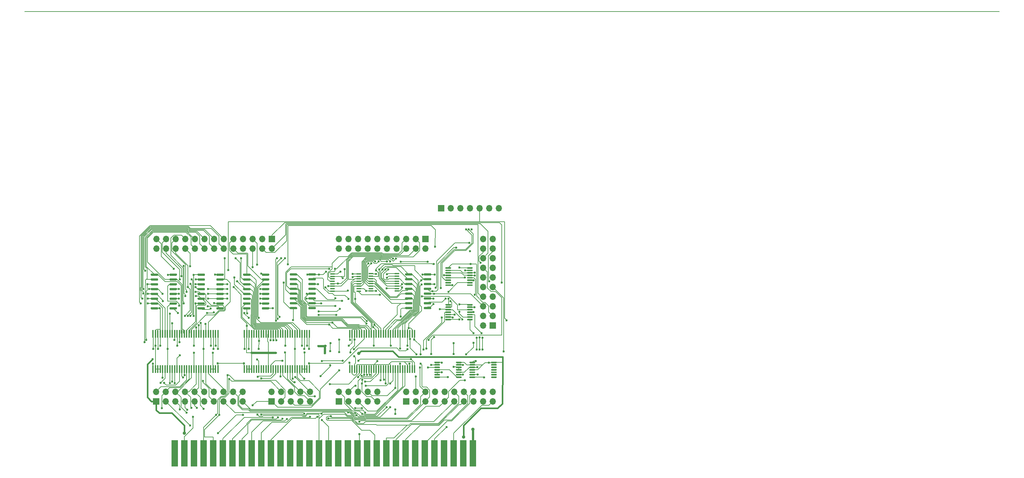
<source format=gtl>
G04 #@! TF.GenerationSoftware,KiCad,Pcbnew,(5.1.12-1-10_14)*
G04 #@! TF.CreationDate,2023-11-15T20:51:55-07:00*
G04 #@! TF.ProjectId,GenMemBlock,47656e4d-656d-4426-9c6f-636b2e6b6963,rev?*
G04 #@! TF.SameCoordinates,Original*
G04 #@! TF.FileFunction,Copper,L1,Top*
G04 #@! TF.FilePolarity,Positive*
%FSLAX46Y46*%
G04 Gerber Fmt 4.6, Leading zero omitted, Abs format (unit mm)*
G04 Created by KiCad (PCBNEW (5.1.12-1-10_14)) date 2023-11-15 20:51:55*
%MOMM*%
%LPD*%
G01*
G04 APERTURE LIST*
G04 #@! TA.AperFunction,ComponentPad*
%ADD10O,1.700000X1.700000*%
G04 #@! TD*
G04 #@! TA.AperFunction,ComponentPad*
%ADD11R,1.700000X1.700000*%
G04 #@! TD*
G04 #@! TA.AperFunction,SMDPad,CuDef*
%ADD12R,1.778000X6.985000*%
G04 #@! TD*
G04 #@! TA.AperFunction,SMDPad,CuDef*
%ADD13R,1.200000X0.400000*%
G04 #@! TD*
G04 #@! TA.AperFunction,SMDPad,CuDef*
%ADD14R,0.406400X2.044700*%
G04 #@! TD*
G04 #@! TA.AperFunction,ViaPad*
%ADD15C,0.600000*%
G04 #@! TD*
G04 #@! TA.AperFunction,ViaPad*
%ADD16C,0.900000*%
G04 #@! TD*
G04 #@! TA.AperFunction,Conductor*
%ADD17C,0.127000*%
G04 #@! TD*
G04 #@! TA.AperFunction,Conductor*
%ADD18C,0.150000*%
G04 #@! TD*
G04 #@! TA.AperFunction,Conductor*
%ADD19C,0.400000*%
G04 #@! TD*
G04 #@! TA.AperFunction,Conductor*
%ADD20C,0.600000*%
G04 #@! TD*
G04 APERTURE END LIST*
D10*
X126238000Y-66040000D03*
X123698000Y-66040000D03*
X121158000Y-66040000D03*
X118618000Y-66040000D03*
X116078000Y-66040000D03*
X113538000Y-66040000D03*
D11*
X110998000Y-66040000D03*
D10*
X122037000Y-74140000D03*
X124577000Y-74140000D03*
X122037000Y-76680000D03*
X124577000Y-76680000D03*
X122037000Y-79220000D03*
X124577000Y-79220000D03*
X122037000Y-81760000D03*
X124577000Y-81760000D03*
X122037000Y-84300000D03*
X124577000Y-84300000D03*
X122037000Y-86840000D03*
X124577000Y-86840000D03*
X122037000Y-89380000D03*
X124577000Y-89380000D03*
X122037000Y-91920000D03*
X124577000Y-91920000D03*
X122037000Y-94460000D03*
X124577000Y-94460000D03*
X122037000Y-97000000D03*
D11*
X124577000Y-97000000D03*
G04 #@! TA.AperFunction,SMDPad,CuDef*
G36*
G01*
X117822000Y-81899000D02*
X117822000Y-81699000D01*
G75*
G02*
X117922000Y-81599000I100000J0D01*
G01*
X119197000Y-81599000D01*
G75*
G02*
X119297000Y-81699000I0J-100000D01*
G01*
X119297000Y-81899000D01*
G75*
G02*
X119197000Y-81999000I-100000J0D01*
G01*
X117922000Y-81999000D01*
G75*
G02*
X117822000Y-81899000I0J100000D01*
G01*
G37*
G04 #@! TD.AperFunction*
G04 #@! TA.AperFunction,SMDPad,CuDef*
G36*
G01*
X117822000Y-82549000D02*
X117822000Y-82349000D01*
G75*
G02*
X117922000Y-82249000I100000J0D01*
G01*
X119197000Y-82249000D01*
G75*
G02*
X119297000Y-82349000I0J-100000D01*
G01*
X119297000Y-82549000D01*
G75*
G02*
X119197000Y-82649000I-100000J0D01*
G01*
X117922000Y-82649000D01*
G75*
G02*
X117822000Y-82549000I0J100000D01*
G01*
G37*
G04 #@! TD.AperFunction*
G04 #@! TA.AperFunction,SMDPad,CuDef*
G36*
G01*
X117822000Y-83199000D02*
X117822000Y-82999000D01*
G75*
G02*
X117922000Y-82899000I100000J0D01*
G01*
X119197000Y-82899000D01*
G75*
G02*
X119297000Y-82999000I0J-100000D01*
G01*
X119297000Y-83199000D01*
G75*
G02*
X119197000Y-83299000I-100000J0D01*
G01*
X117922000Y-83299000D01*
G75*
G02*
X117822000Y-83199000I0J100000D01*
G01*
G37*
G04 #@! TD.AperFunction*
G04 #@! TA.AperFunction,SMDPad,CuDef*
G36*
G01*
X117822000Y-83849000D02*
X117822000Y-83649000D01*
G75*
G02*
X117922000Y-83549000I100000J0D01*
G01*
X119197000Y-83549000D01*
G75*
G02*
X119297000Y-83649000I0J-100000D01*
G01*
X119297000Y-83849000D01*
G75*
G02*
X119197000Y-83949000I-100000J0D01*
G01*
X117922000Y-83949000D01*
G75*
G02*
X117822000Y-83849000I0J100000D01*
G01*
G37*
G04 #@! TD.AperFunction*
G04 #@! TA.AperFunction,SMDPad,CuDef*
G36*
G01*
X117822000Y-84499000D02*
X117822000Y-84299000D01*
G75*
G02*
X117922000Y-84199000I100000J0D01*
G01*
X119197000Y-84199000D01*
G75*
G02*
X119297000Y-84299000I0J-100000D01*
G01*
X119297000Y-84499000D01*
G75*
G02*
X119197000Y-84599000I-100000J0D01*
G01*
X117922000Y-84599000D01*
G75*
G02*
X117822000Y-84499000I0J100000D01*
G01*
G37*
G04 #@! TD.AperFunction*
G04 #@! TA.AperFunction,SMDPad,CuDef*
G36*
G01*
X117822000Y-85149000D02*
X117822000Y-84949000D01*
G75*
G02*
X117922000Y-84849000I100000J0D01*
G01*
X119197000Y-84849000D01*
G75*
G02*
X119297000Y-84949000I0J-100000D01*
G01*
X119297000Y-85149000D01*
G75*
G02*
X119197000Y-85249000I-100000J0D01*
G01*
X117922000Y-85249000D01*
G75*
G02*
X117822000Y-85149000I0J100000D01*
G01*
G37*
G04 #@! TD.AperFunction*
G04 #@! TA.AperFunction,SMDPad,CuDef*
G36*
G01*
X117822000Y-85799000D02*
X117822000Y-85599000D01*
G75*
G02*
X117922000Y-85499000I100000J0D01*
G01*
X119197000Y-85499000D01*
G75*
G02*
X119297000Y-85599000I0J-100000D01*
G01*
X119297000Y-85799000D01*
G75*
G02*
X119197000Y-85899000I-100000J0D01*
G01*
X117922000Y-85899000D01*
G75*
G02*
X117822000Y-85799000I0J100000D01*
G01*
G37*
G04 #@! TD.AperFunction*
G04 #@! TA.AperFunction,SMDPad,CuDef*
G36*
G01*
X117822000Y-86449000D02*
X117822000Y-86249000D01*
G75*
G02*
X117922000Y-86149000I100000J0D01*
G01*
X119197000Y-86149000D01*
G75*
G02*
X119297000Y-86249000I0J-100000D01*
G01*
X119297000Y-86449000D01*
G75*
G02*
X119197000Y-86549000I-100000J0D01*
G01*
X117922000Y-86549000D01*
G75*
G02*
X117822000Y-86449000I0J100000D01*
G01*
G37*
G04 #@! TD.AperFunction*
G04 #@! TA.AperFunction,SMDPad,CuDef*
G36*
G01*
X112097000Y-86449000D02*
X112097000Y-86249000D01*
G75*
G02*
X112197000Y-86149000I100000J0D01*
G01*
X113472000Y-86149000D01*
G75*
G02*
X113572000Y-86249000I0J-100000D01*
G01*
X113572000Y-86449000D01*
G75*
G02*
X113472000Y-86549000I-100000J0D01*
G01*
X112197000Y-86549000D01*
G75*
G02*
X112097000Y-86449000I0J100000D01*
G01*
G37*
G04 #@! TD.AperFunction*
G04 #@! TA.AperFunction,SMDPad,CuDef*
G36*
G01*
X112097000Y-85799000D02*
X112097000Y-85599000D01*
G75*
G02*
X112197000Y-85499000I100000J0D01*
G01*
X113472000Y-85499000D01*
G75*
G02*
X113572000Y-85599000I0J-100000D01*
G01*
X113572000Y-85799000D01*
G75*
G02*
X113472000Y-85899000I-100000J0D01*
G01*
X112197000Y-85899000D01*
G75*
G02*
X112097000Y-85799000I0J100000D01*
G01*
G37*
G04 #@! TD.AperFunction*
G04 #@! TA.AperFunction,SMDPad,CuDef*
G36*
G01*
X112097000Y-85149000D02*
X112097000Y-84949000D01*
G75*
G02*
X112197000Y-84849000I100000J0D01*
G01*
X113472000Y-84849000D01*
G75*
G02*
X113572000Y-84949000I0J-100000D01*
G01*
X113572000Y-85149000D01*
G75*
G02*
X113472000Y-85249000I-100000J0D01*
G01*
X112197000Y-85249000D01*
G75*
G02*
X112097000Y-85149000I0J100000D01*
G01*
G37*
G04 #@! TD.AperFunction*
G04 #@! TA.AperFunction,SMDPad,CuDef*
G36*
G01*
X112097000Y-84499000D02*
X112097000Y-84299000D01*
G75*
G02*
X112197000Y-84199000I100000J0D01*
G01*
X113472000Y-84199000D01*
G75*
G02*
X113572000Y-84299000I0J-100000D01*
G01*
X113572000Y-84499000D01*
G75*
G02*
X113472000Y-84599000I-100000J0D01*
G01*
X112197000Y-84599000D01*
G75*
G02*
X112097000Y-84499000I0J100000D01*
G01*
G37*
G04 #@! TD.AperFunction*
G04 #@! TA.AperFunction,SMDPad,CuDef*
G36*
G01*
X112097000Y-83849000D02*
X112097000Y-83649000D01*
G75*
G02*
X112197000Y-83549000I100000J0D01*
G01*
X113472000Y-83549000D01*
G75*
G02*
X113572000Y-83649000I0J-100000D01*
G01*
X113572000Y-83849000D01*
G75*
G02*
X113472000Y-83949000I-100000J0D01*
G01*
X112197000Y-83949000D01*
G75*
G02*
X112097000Y-83849000I0J100000D01*
G01*
G37*
G04 #@! TD.AperFunction*
G04 #@! TA.AperFunction,SMDPad,CuDef*
G36*
G01*
X112097000Y-83199000D02*
X112097000Y-82999000D01*
G75*
G02*
X112197000Y-82899000I100000J0D01*
G01*
X113472000Y-82899000D01*
G75*
G02*
X113572000Y-82999000I0J-100000D01*
G01*
X113572000Y-83199000D01*
G75*
G02*
X113472000Y-83299000I-100000J0D01*
G01*
X112197000Y-83299000D01*
G75*
G02*
X112097000Y-83199000I0J100000D01*
G01*
G37*
G04 #@! TD.AperFunction*
G04 #@! TA.AperFunction,SMDPad,CuDef*
G36*
G01*
X112097000Y-82549000D02*
X112097000Y-82349000D01*
G75*
G02*
X112197000Y-82249000I100000J0D01*
G01*
X113472000Y-82249000D01*
G75*
G02*
X113572000Y-82349000I0J-100000D01*
G01*
X113572000Y-82549000D01*
G75*
G02*
X113472000Y-82649000I-100000J0D01*
G01*
X112197000Y-82649000D01*
G75*
G02*
X112097000Y-82549000I0J100000D01*
G01*
G37*
G04 #@! TD.AperFunction*
G04 #@! TA.AperFunction,SMDPad,CuDef*
G36*
G01*
X112097000Y-81899000D02*
X112097000Y-81699000D01*
G75*
G02*
X112197000Y-81599000I100000J0D01*
G01*
X113472000Y-81599000D01*
G75*
G02*
X113572000Y-81699000I0J-100000D01*
G01*
X113572000Y-81899000D01*
G75*
G02*
X113472000Y-81999000I-100000J0D01*
G01*
X112197000Y-81999000D01*
G75*
G02*
X112097000Y-81899000I0J100000D01*
G01*
G37*
G04 #@! TD.AperFunction*
G04 #@! TA.AperFunction,SMDPad,CuDef*
G36*
G01*
X117822000Y-91622000D02*
X117822000Y-91422000D01*
G75*
G02*
X117922000Y-91322000I100000J0D01*
G01*
X119197000Y-91322000D01*
G75*
G02*
X119297000Y-91422000I0J-100000D01*
G01*
X119297000Y-91622000D01*
G75*
G02*
X119197000Y-91722000I-100000J0D01*
G01*
X117922000Y-91722000D01*
G75*
G02*
X117822000Y-91622000I0J100000D01*
G01*
G37*
G04 #@! TD.AperFunction*
G04 #@! TA.AperFunction,SMDPad,CuDef*
G36*
G01*
X117822000Y-92272000D02*
X117822000Y-92072000D01*
G75*
G02*
X117922000Y-91972000I100000J0D01*
G01*
X119197000Y-91972000D01*
G75*
G02*
X119297000Y-92072000I0J-100000D01*
G01*
X119297000Y-92272000D01*
G75*
G02*
X119197000Y-92372000I-100000J0D01*
G01*
X117922000Y-92372000D01*
G75*
G02*
X117822000Y-92272000I0J100000D01*
G01*
G37*
G04 #@! TD.AperFunction*
G04 #@! TA.AperFunction,SMDPad,CuDef*
G36*
G01*
X117822000Y-92922000D02*
X117822000Y-92722000D01*
G75*
G02*
X117922000Y-92622000I100000J0D01*
G01*
X119197000Y-92622000D01*
G75*
G02*
X119297000Y-92722000I0J-100000D01*
G01*
X119297000Y-92922000D01*
G75*
G02*
X119197000Y-93022000I-100000J0D01*
G01*
X117922000Y-93022000D01*
G75*
G02*
X117822000Y-92922000I0J100000D01*
G01*
G37*
G04 #@! TD.AperFunction*
G04 #@! TA.AperFunction,SMDPad,CuDef*
G36*
G01*
X117822000Y-93572000D02*
X117822000Y-93372000D01*
G75*
G02*
X117922000Y-93272000I100000J0D01*
G01*
X119197000Y-93272000D01*
G75*
G02*
X119297000Y-93372000I0J-100000D01*
G01*
X119297000Y-93572000D01*
G75*
G02*
X119197000Y-93672000I-100000J0D01*
G01*
X117922000Y-93672000D01*
G75*
G02*
X117822000Y-93572000I0J100000D01*
G01*
G37*
G04 #@! TD.AperFunction*
G04 #@! TA.AperFunction,SMDPad,CuDef*
G36*
G01*
X117822000Y-94222000D02*
X117822000Y-94022000D01*
G75*
G02*
X117922000Y-93922000I100000J0D01*
G01*
X119197000Y-93922000D01*
G75*
G02*
X119297000Y-94022000I0J-100000D01*
G01*
X119297000Y-94222000D01*
G75*
G02*
X119197000Y-94322000I-100000J0D01*
G01*
X117922000Y-94322000D01*
G75*
G02*
X117822000Y-94222000I0J100000D01*
G01*
G37*
G04 #@! TD.AperFunction*
G04 #@! TA.AperFunction,SMDPad,CuDef*
G36*
G01*
X117822000Y-94872000D02*
X117822000Y-94672000D01*
G75*
G02*
X117922000Y-94572000I100000J0D01*
G01*
X119197000Y-94572000D01*
G75*
G02*
X119297000Y-94672000I0J-100000D01*
G01*
X119297000Y-94872000D01*
G75*
G02*
X119197000Y-94972000I-100000J0D01*
G01*
X117922000Y-94972000D01*
G75*
G02*
X117822000Y-94872000I0J100000D01*
G01*
G37*
G04 #@! TD.AperFunction*
G04 #@! TA.AperFunction,SMDPad,CuDef*
G36*
G01*
X117822000Y-95522000D02*
X117822000Y-95322000D01*
G75*
G02*
X117922000Y-95222000I100000J0D01*
G01*
X119197000Y-95222000D01*
G75*
G02*
X119297000Y-95322000I0J-100000D01*
G01*
X119297000Y-95522000D01*
G75*
G02*
X119197000Y-95622000I-100000J0D01*
G01*
X117922000Y-95622000D01*
G75*
G02*
X117822000Y-95522000I0J100000D01*
G01*
G37*
G04 #@! TD.AperFunction*
G04 #@! TA.AperFunction,SMDPad,CuDef*
G36*
G01*
X112097000Y-95522000D02*
X112097000Y-95322000D01*
G75*
G02*
X112197000Y-95222000I100000J0D01*
G01*
X113472000Y-95222000D01*
G75*
G02*
X113572000Y-95322000I0J-100000D01*
G01*
X113572000Y-95522000D01*
G75*
G02*
X113472000Y-95622000I-100000J0D01*
G01*
X112197000Y-95622000D01*
G75*
G02*
X112097000Y-95522000I0J100000D01*
G01*
G37*
G04 #@! TD.AperFunction*
G04 #@! TA.AperFunction,SMDPad,CuDef*
G36*
G01*
X112097000Y-94872000D02*
X112097000Y-94672000D01*
G75*
G02*
X112197000Y-94572000I100000J0D01*
G01*
X113472000Y-94572000D01*
G75*
G02*
X113572000Y-94672000I0J-100000D01*
G01*
X113572000Y-94872000D01*
G75*
G02*
X113472000Y-94972000I-100000J0D01*
G01*
X112197000Y-94972000D01*
G75*
G02*
X112097000Y-94872000I0J100000D01*
G01*
G37*
G04 #@! TD.AperFunction*
G04 #@! TA.AperFunction,SMDPad,CuDef*
G36*
G01*
X112097000Y-94222000D02*
X112097000Y-94022000D01*
G75*
G02*
X112197000Y-93922000I100000J0D01*
G01*
X113472000Y-93922000D01*
G75*
G02*
X113572000Y-94022000I0J-100000D01*
G01*
X113572000Y-94222000D01*
G75*
G02*
X113472000Y-94322000I-100000J0D01*
G01*
X112197000Y-94322000D01*
G75*
G02*
X112097000Y-94222000I0J100000D01*
G01*
G37*
G04 #@! TD.AperFunction*
G04 #@! TA.AperFunction,SMDPad,CuDef*
G36*
G01*
X112097000Y-93572000D02*
X112097000Y-93372000D01*
G75*
G02*
X112197000Y-93272000I100000J0D01*
G01*
X113472000Y-93272000D01*
G75*
G02*
X113572000Y-93372000I0J-100000D01*
G01*
X113572000Y-93572000D01*
G75*
G02*
X113472000Y-93672000I-100000J0D01*
G01*
X112197000Y-93672000D01*
G75*
G02*
X112097000Y-93572000I0J100000D01*
G01*
G37*
G04 #@! TD.AperFunction*
G04 #@! TA.AperFunction,SMDPad,CuDef*
G36*
G01*
X112097000Y-92922000D02*
X112097000Y-92722000D01*
G75*
G02*
X112197000Y-92622000I100000J0D01*
G01*
X113472000Y-92622000D01*
G75*
G02*
X113572000Y-92722000I0J-100000D01*
G01*
X113572000Y-92922000D01*
G75*
G02*
X113472000Y-93022000I-100000J0D01*
G01*
X112197000Y-93022000D01*
G75*
G02*
X112097000Y-92922000I0J100000D01*
G01*
G37*
G04 #@! TD.AperFunction*
G04 #@! TA.AperFunction,SMDPad,CuDef*
G36*
G01*
X112097000Y-92272000D02*
X112097000Y-92072000D01*
G75*
G02*
X112197000Y-91972000I100000J0D01*
G01*
X113472000Y-91972000D01*
G75*
G02*
X113572000Y-92072000I0J-100000D01*
G01*
X113572000Y-92272000D01*
G75*
G02*
X113472000Y-92372000I-100000J0D01*
G01*
X112197000Y-92372000D01*
G75*
G02*
X112097000Y-92272000I0J100000D01*
G01*
G37*
G04 #@! TD.AperFunction*
G04 #@! TA.AperFunction,SMDPad,CuDef*
G36*
G01*
X112097000Y-91622000D02*
X112097000Y-91422000D01*
G75*
G02*
X112197000Y-91322000I100000J0D01*
G01*
X113472000Y-91322000D01*
G75*
G02*
X113572000Y-91422000I0J-100000D01*
G01*
X113572000Y-91622000D01*
G75*
G02*
X113472000Y-91722000I-100000J0D01*
G01*
X112197000Y-91722000D01*
G75*
G02*
X112097000Y-91622000I0J100000D01*
G01*
G37*
G04 #@! TD.AperFunction*
G04 #@! TA.AperFunction,SMDPad,CuDef*
G36*
G01*
X124172000Y-106862000D02*
X124172000Y-106662000D01*
G75*
G02*
X124272000Y-106562000I100000J0D01*
G01*
X125547000Y-106562000D01*
G75*
G02*
X125647000Y-106662000I0J-100000D01*
G01*
X125647000Y-106862000D01*
G75*
G02*
X125547000Y-106962000I-100000J0D01*
G01*
X124272000Y-106962000D01*
G75*
G02*
X124172000Y-106862000I0J100000D01*
G01*
G37*
G04 #@! TD.AperFunction*
G04 #@! TA.AperFunction,SMDPad,CuDef*
G36*
G01*
X124172000Y-107512000D02*
X124172000Y-107312000D01*
G75*
G02*
X124272000Y-107212000I100000J0D01*
G01*
X125547000Y-107212000D01*
G75*
G02*
X125647000Y-107312000I0J-100000D01*
G01*
X125647000Y-107512000D01*
G75*
G02*
X125547000Y-107612000I-100000J0D01*
G01*
X124272000Y-107612000D01*
G75*
G02*
X124172000Y-107512000I0J100000D01*
G01*
G37*
G04 #@! TD.AperFunction*
G04 #@! TA.AperFunction,SMDPad,CuDef*
G36*
G01*
X124172000Y-108162000D02*
X124172000Y-107962000D01*
G75*
G02*
X124272000Y-107862000I100000J0D01*
G01*
X125547000Y-107862000D01*
G75*
G02*
X125647000Y-107962000I0J-100000D01*
G01*
X125647000Y-108162000D01*
G75*
G02*
X125547000Y-108262000I-100000J0D01*
G01*
X124272000Y-108262000D01*
G75*
G02*
X124172000Y-108162000I0J100000D01*
G01*
G37*
G04 #@! TD.AperFunction*
G04 #@! TA.AperFunction,SMDPad,CuDef*
G36*
G01*
X124172000Y-108812000D02*
X124172000Y-108612000D01*
G75*
G02*
X124272000Y-108512000I100000J0D01*
G01*
X125547000Y-108512000D01*
G75*
G02*
X125647000Y-108612000I0J-100000D01*
G01*
X125647000Y-108812000D01*
G75*
G02*
X125547000Y-108912000I-100000J0D01*
G01*
X124272000Y-108912000D01*
G75*
G02*
X124172000Y-108812000I0J100000D01*
G01*
G37*
G04 #@! TD.AperFunction*
G04 #@! TA.AperFunction,SMDPad,CuDef*
G36*
G01*
X124172000Y-109462000D02*
X124172000Y-109262000D01*
G75*
G02*
X124272000Y-109162000I100000J0D01*
G01*
X125547000Y-109162000D01*
G75*
G02*
X125647000Y-109262000I0J-100000D01*
G01*
X125647000Y-109462000D01*
G75*
G02*
X125547000Y-109562000I-100000J0D01*
G01*
X124272000Y-109562000D01*
G75*
G02*
X124172000Y-109462000I0J100000D01*
G01*
G37*
G04 #@! TD.AperFunction*
G04 #@! TA.AperFunction,SMDPad,CuDef*
G36*
G01*
X124172000Y-110112000D02*
X124172000Y-109912000D01*
G75*
G02*
X124272000Y-109812000I100000J0D01*
G01*
X125547000Y-109812000D01*
G75*
G02*
X125647000Y-109912000I0J-100000D01*
G01*
X125647000Y-110112000D01*
G75*
G02*
X125547000Y-110212000I-100000J0D01*
G01*
X124272000Y-110212000D01*
G75*
G02*
X124172000Y-110112000I0J100000D01*
G01*
G37*
G04 #@! TD.AperFunction*
G04 #@! TA.AperFunction,SMDPad,CuDef*
G36*
G01*
X124172000Y-110762000D02*
X124172000Y-110562000D01*
G75*
G02*
X124272000Y-110462000I100000J0D01*
G01*
X125547000Y-110462000D01*
G75*
G02*
X125647000Y-110562000I0J-100000D01*
G01*
X125647000Y-110762000D01*
G75*
G02*
X125547000Y-110862000I-100000J0D01*
G01*
X124272000Y-110862000D01*
G75*
G02*
X124172000Y-110762000I0J100000D01*
G01*
G37*
G04 #@! TD.AperFunction*
G04 #@! TA.AperFunction,SMDPad,CuDef*
G36*
G01*
X118447000Y-110762000D02*
X118447000Y-110562000D01*
G75*
G02*
X118547000Y-110462000I100000J0D01*
G01*
X119822000Y-110462000D01*
G75*
G02*
X119922000Y-110562000I0J-100000D01*
G01*
X119922000Y-110762000D01*
G75*
G02*
X119822000Y-110862000I-100000J0D01*
G01*
X118547000Y-110862000D01*
G75*
G02*
X118447000Y-110762000I0J100000D01*
G01*
G37*
G04 #@! TD.AperFunction*
G04 #@! TA.AperFunction,SMDPad,CuDef*
G36*
G01*
X118447000Y-110112000D02*
X118447000Y-109912000D01*
G75*
G02*
X118547000Y-109812000I100000J0D01*
G01*
X119822000Y-109812000D01*
G75*
G02*
X119922000Y-109912000I0J-100000D01*
G01*
X119922000Y-110112000D01*
G75*
G02*
X119822000Y-110212000I-100000J0D01*
G01*
X118547000Y-110212000D01*
G75*
G02*
X118447000Y-110112000I0J100000D01*
G01*
G37*
G04 #@! TD.AperFunction*
G04 #@! TA.AperFunction,SMDPad,CuDef*
G36*
G01*
X118447000Y-109462000D02*
X118447000Y-109262000D01*
G75*
G02*
X118547000Y-109162000I100000J0D01*
G01*
X119822000Y-109162000D01*
G75*
G02*
X119922000Y-109262000I0J-100000D01*
G01*
X119922000Y-109462000D01*
G75*
G02*
X119822000Y-109562000I-100000J0D01*
G01*
X118547000Y-109562000D01*
G75*
G02*
X118447000Y-109462000I0J100000D01*
G01*
G37*
G04 #@! TD.AperFunction*
G04 #@! TA.AperFunction,SMDPad,CuDef*
G36*
G01*
X118447000Y-108812000D02*
X118447000Y-108612000D01*
G75*
G02*
X118547000Y-108512000I100000J0D01*
G01*
X119822000Y-108512000D01*
G75*
G02*
X119922000Y-108612000I0J-100000D01*
G01*
X119922000Y-108812000D01*
G75*
G02*
X119822000Y-108912000I-100000J0D01*
G01*
X118547000Y-108912000D01*
G75*
G02*
X118447000Y-108812000I0J100000D01*
G01*
G37*
G04 #@! TD.AperFunction*
G04 #@! TA.AperFunction,SMDPad,CuDef*
G36*
G01*
X118447000Y-108162000D02*
X118447000Y-107962000D01*
G75*
G02*
X118547000Y-107862000I100000J0D01*
G01*
X119822000Y-107862000D01*
G75*
G02*
X119922000Y-107962000I0J-100000D01*
G01*
X119922000Y-108162000D01*
G75*
G02*
X119822000Y-108262000I-100000J0D01*
G01*
X118547000Y-108262000D01*
G75*
G02*
X118447000Y-108162000I0J100000D01*
G01*
G37*
G04 #@! TD.AperFunction*
G04 #@! TA.AperFunction,SMDPad,CuDef*
G36*
G01*
X118447000Y-107512000D02*
X118447000Y-107312000D01*
G75*
G02*
X118547000Y-107212000I100000J0D01*
G01*
X119822000Y-107212000D01*
G75*
G02*
X119922000Y-107312000I0J-100000D01*
G01*
X119922000Y-107512000D01*
G75*
G02*
X119822000Y-107612000I-100000J0D01*
G01*
X118547000Y-107612000D01*
G75*
G02*
X118447000Y-107512000I0J100000D01*
G01*
G37*
G04 #@! TD.AperFunction*
G04 #@! TA.AperFunction,SMDPad,CuDef*
G36*
G01*
X118447000Y-106862000D02*
X118447000Y-106662000D01*
G75*
G02*
X118547000Y-106562000I100000J0D01*
G01*
X119822000Y-106562000D01*
G75*
G02*
X119922000Y-106662000I0J-100000D01*
G01*
X119922000Y-106862000D01*
G75*
G02*
X119822000Y-106962000I-100000J0D01*
G01*
X118547000Y-106962000D01*
G75*
G02*
X118447000Y-106862000I0J100000D01*
G01*
G37*
G04 #@! TD.AperFunction*
G04 #@! TA.AperFunction,SMDPad,CuDef*
G36*
G01*
X114901000Y-106862000D02*
X114901000Y-106662000D01*
G75*
G02*
X115001000Y-106562000I100000J0D01*
G01*
X116276000Y-106562000D01*
G75*
G02*
X116376000Y-106662000I0J-100000D01*
G01*
X116376000Y-106862000D01*
G75*
G02*
X116276000Y-106962000I-100000J0D01*
G01*
X115001000Y-106962000D01*
G75*
G02*
X114901000Y-106862000I0J100000D01*
G01*
G37*
G04 #@! TD.AperFunction*
G04 #@! TA.AperFunction,SMDPad,CuDef*
G36*
G01*
X114901000Y-107512000D02*
X114901000Y-107312000D01*
G75*
G02*
X115001000Y-107212000I100000J0D01*
G01*
X116276000Y-107212000D01*
G75*
G02*
X116376000Y-107312000I0J-100000D01*
G01*
X116376000Y-107512000D01*
G75*
G02*
X116276000Y-107612000I-100000J0D01*
G01*
X115001000Y-107612000D01*
G75*
G02*
X114901000Y-107512000I0J100000D01*
G01*
G37*
G04 #@! TD.AperFunction*
G04 #@! TA.AperFunction,SMDPad,CuDef*
G36*
G01*
X114901000Y-108162000D02*
X114901000Y-107962000D01*
G75*
G02*
X115001000Y-107862000I100000J0D01*
G01*
X116276000Y-107862000D01*
G75*
G02*
X116376000Y-107962000I0J-100000D01*
G01*
X116376000Y-108162000D01*
G75*
G02*
X116276000Y-108262000I-100000J0D01*
G01*
X115001000Y-108262000D01*
G75*
G02*
X114901000Y-108162000I0J100000D01*
G01*
G37*
G04 #@! TD.AperFunction*
G04 #@! TA.AperFunction,SMDPad,CuDef*
G36*
G01*
X114901000Y-108812000D02*
X114901000Y-108612000D01*
G75*
G02*
X115001000Y-108512000I100000J0D01*
G01*
X116276000Y-108512000D01*
G75*
G02*
X116376000Y-108612000I0J-100000D01*
G01*
X116376000Y-108812000D01*
G75*
G02*
X116276000Y-108912000I-100000J0D01*
G01*
X115001000Y-108912000D01*
G75*
G02*
X114901000Y-108812000I0J100000D01*
G01*
G37*
G04 #@! TD.AperFunction*
G04 #@! TA.AperFunction,SMDPad,CuDef*
G36*
G01*
X114901000Y-109462000D02*
X114901000Y-109262000D01*
G75*
G02*
X115001000Y-109162000I100000J0D01*
G01*
X116276000Y-109162000D01*
G75*
G02*
X116376000Y-109262000I0J-100000D01*
G01*
X116376000Y-109462000D01*
G75*
G02*
X116276000Y-109562000I-100000J0D01*
G01*
X115001000Y-109562000D01*
G75*
G02*
X114901000Y-109462000I0J100000D01*
G01*
G37*
G04 #@! TD.AperFunction*
G04 #@! TA.AperFunction,SMDPad,CuDef*
G36*
G01*
X114901000Y-110112000D02*
X114901000Y-109912000D01*
G75*
G02*
X115001000Y-109812000I100000J0D01*
G01*
X116276000Y-109812000D01*
G75*
G02*
X116376000Y-109912000I0J-100000D01*
G01*
X116376000Y-110112000D01*
G75*
G02*
X116276000Y-110212000I-100000J0D01*
G01*
X115001000Y-110212000D01*
G75*
G02*
X114901000Y-110112000I0J100000D01*
G01*
G37*
G04 #@! TD.AperFunction*
G04 #@! TA.AperFunction,SMDPad,CuDef*
G36*
G01*
X114901000Y-110762000D02*
X114901000Y-110562000D01*
G75*
G02*
X115001000Y-110462000I100000J0D01*
G01*
X116276000Y-110462000D01*
G75*
G02*
X116376000Y-110562000I0J-100000D01*
G01*
X116376000Y-110762000D01*
G75*
G02*
X116276000Y-110862000I-100000J0D01*
G01*
X115001000Y-110862000D01*
G75*
G02*
X114901000Y-110762000I0J100000D01*
G01*
G37*
G04 #@! TD.AperFunction*
G04 #@! TA.AperFunction,SMDPad,CuDef*
G36*
G01*
X109176000Y-110762000D02*
X109176000Y-110562000D01*
G75*
G02*
X109276000Y-110462000I100000J0D01*
G01*
X110551000Y-110462000D01*
G75*
G02*
X110651000Y-110562000I0J-100000D01*
G01*
X110651000Y-110762000D01*
G75*
G02*
X110551000Y-110862000I-100000J0D01*
G01*
X109276000Y-110862000D01*
G75*
G02*
X109176000Y-110762000I0J100000D01*
G01*
G37*
G04 #@! TD.AperFunction*
G04 #@! TA.AperFunction,SMDPad,CuDef*
G36*
G01*
X109176000Y-110112000D02*
X109176000Y-109912000D01*
G75*
G02*
X109276000Y-109812000I100000J0D01*
G01*
X110551000Y-109812000D01*
G75*
G02*
X110651000Y-109912000I0J-100000D01*
G01*
X110651000Y-110112000D01*
G75*
G02*
X110551000Y-110212000I-100000J0D01*
G01*
X109276000Y-110212000D01*
G75*
G02*
X109176000Y-110112000I0J100000D01*
G01*
G37*
G04 #@! TD.AperFunction*
G04 #@! TA.AperFunction,SMDPad,CuDef*
G36*
G01*
X109176000Y-109462000D02*
X109176000Y-109262000D01*
G75*
G02*
X109276000Y-109162000I100000J0D01*
G01*
X110551000Y-109162000D01*
G75*
G02*
X110651000Y-109262000I0J-100000D01*
G01*
X110651000Y-109462000D01*
G75*
G02*
X110551000Y-109562000I-100000J0D01*
G01*
X109276000Y-109562000D01*
G75*
G02*
X109176000Y-109462000I0J100000D01*
G01*
G37*
G04 #@! TD.AperFunction*
G04 #@! TA.AperFunction,SMDPad,CuDef*
G36*
G01*
X109176000Y-108812000D02*
X109176000Y-108612000D01*
G75*
G02*
X109276000Y-108512000I100000J0D01*
G01*
X110551000Y-108512000D01*
G75*
G02*
X110651000Y-108612000I0J-100000D01*
G01*
X110651000Y-108812000D01*
G75*
G02*
X110551000Y-108912000I-100000J0D01*
G01*
X109276000Y-108912000D01*
G75*
G02*
X109176000Y-108812000I0J100000D01*
G01*
G37*
G04 #@! TD.AperFunction*
G04 #@! TA.AperFunction,SMDPad,CuDef*
G36*
G01*
X109176000Y-108162000D02*
X109176000Y-107962000D01*
G75*
G02*
X109276000Y-107862000I100000J0D01*
G01*
X110551000Y-107862000D01*
G75*
G02*
X110651000Y-107962000I0J-100000D01*
G01*
X110651000Y-108162000D01*
G75*
G02*
X110551000Y-108262000I-100000J0D01*
G01*
X109276000Y-108262000D01*
G75*
G02*
X109176000Y-108162000I0J100000D01*
G01*
G37*
G04 #@! TD.AperFunction*
G04 #@! TA.AperFunction,SMDPad,CuDef*
G36*
G01*
X109176000Y-107512000D02*
X109176000Y-107312000D01*
G75*
G02*
X109276000Y-107212000I100000J0D01*
G01*
X110551000Y-107212000D01*
G75*
G02*
X110651000Y-107312000I0J-100000D01*
G01*
X110651000Y-107512000D01*
G75*
G02*
X110551000Y-107612000I-100000J0D01*
G01*
X109276000Y-107612000D01*
G75*
G02*
X109176000Y-107512000I0J100000D01*
G01*
G37*
G04 #@! TD.AperFunction*
G04 #@! TA.AperFunction,SMDPad,CuDef*
G36*
G01*
X109176000Y-106862000D02*
X109176000Y-106662000D01*
G75*
G02*
X109276000Y-106562000I100000J0D01*
G01*
X110551000Y-106562000D01*
G75*
G02*
X110651000Y-106662000I0J-100000D01*
G01*
X110651000Y-106862000D01*
G75*
G02*
X110551000Y-106962000I-100000J0D01*
G01*
X109276000Y-106962000D01*
G75*
G02*
X109176000Y-106862000I0J100000D01*
G01*
G37*
G04 #@! TD.AperFunction*
D12*
X40640000Y-130810000D03*
X43180000Y-130810000D03*
X45720000Y-130810000D03*
X48260000Y-130810000D03*
X50800000Y-130810000D03*
X53340000Y-130810000D03*
X55880000Y-130810000D03*
X58420000Y-130810000D03*
X60960000Y-130810000D03*
X63500000Y-130810000D03*
X66040000Y-130810000D03*
X68580000Y-130810000D03*
X71120000Y-130810000D03*
X73660000Y-130810000D03*
X76200000Y-130810000D03*
X78740000Y-130810000D03*
X81280000Y-130810000D03*
X83820000Y-130810000D03*
X86360000Y-130810000D03*
X88900000Y-130810000D03*
X91440000Y-130810000D03*
X93980000Y-130810000D03*
X96520000Y-130810000D03*
X99060000Y-130810000D03*
X101600000Y-130810000D03*
X104140000Y-130810000D03*
X106680000Y-130810000D03*
X109220000Y-130810000D03*
X111760000Y-130810000D03*
X114300000Y-130810000D03*
X116840000Y-130810000D03*
X119380000Y-130810000D03*
D13*
X99309600Y-83335200D03*
X99309600Y-83985200D03*
X99309600Y-84635200D03*
X99309600Y-85285200D03*
X99309600Y-85935200D03*
X99309600Y-86585200D03*
X99309600Y-87235200D03*
X99309600Y-87885200D03*
X92409600Y-87885200D03*
X92409600Y-87235200D03*
X92409600Y-86585200D03*
X92409600Y-85935200D03*
X92409600Y-85285200D03*
X92409600Y-84635200D03*
X92409600Y-83985200D03*
X92409600Y-83335200D03*
X89200400Y-83373800D03*
X89200400Y-84023800D03*
X89200400Y-84673800D03*
X89200400Y-85323800D03*
X89200400Y-85973800D03*
X89200400Y-86623800D03*
X89200400Y-87273800D03*
X89200400Y-87923800D03*
X82300400Y-87923800D03*
X82300400Y-87273800D03*
X82300400Y-86623800D03*
X82300400Y-85973800D03*
X82300400Y-85323800D03*
X82300400Y-84673800D03*
X82300400Y-84023800D03*
X82300400Y-83373800D03*
D14*
X103944500Y-99218750D03*
X103309500Y-99218750D03*
X102674500Y-99218750D03*
X102039500Y-99218750D03*
X101404500Y-99218750D03*
X100769500Y-99218750D03*
X100134500Y-99218750D03*
X99499500Y-99218750D03*
X98864500Y-99218750D03*
X98229500Y-99218750D03*
X97594500Y-99218750D03*
X96959500Y-99218750D03*
X96324500Y-99218750D03*
X95689500Y-99218750D03*
X95054500Y-99218750D03*
X94419500Y-99218750D03*
X93784500Y-99218750D03*
X93149500Y-99218750D03*
X92514500Y-99218750D03*
X91879500Y-99218750D03*
X91244500Y-99218750D03*
X90609500Y-99218750D03*
X89974500Y-99218750D03*
X89339500Y-99218750D03*
X88704500Y-99218750D03*
X88069500Y-99218750D03*
X87434500Y-99218750D03*
X86799500Y-99218750D03*
X86799500Y-108553250D03*
X87434500Y-108553250D03*
X88069500Y-108553250D03*
X88704500Y-108553250D03*
X89339500Y-108553250D03*
X89974500Y-108553250D03*
X90609500Y-108553250D03*
X91244500Y-108553250D03*
X91879500Y-108553250D03*
X92514500Y-108553250D03*
X93149500Y-108553250D03*
X93784500Y-108553250D03*
X94419500Y-108553250D03*
X95054500Y-108553250D03*
X95689500Y-108553250D03*
X96324500Y-108553250D03*
X96959500Y-108553250D03*
X97594500Y-108553250D03*
X98229500Y-108553250D03*
X98864500Y-108553250D03*
X99499500Y-108553250D03*
X100134500Y-108553250D03*
X100769500Y-108553250D03*
X101404500Y-108553250D03*
X102039500Y-108553250D03*
X102674500Y-108553250D03*
X103309500Y-108553250D03*
X103944500Y-108553250D03*
X52006500Y-108553250D03*
X51371500Y-108553250D03*
X50736500Y-108553250D03*
X50101500Y-108553250D03*
X49466500Y-108553250D03*
X48831500Y-108553250D03*
X48196500Y-108553250D03*
X47561500Y-108553250D03*
X46926500Y-108553250D03*
X46291500Y-108553250D03*
X45656500Y-108553250D03*
X45021500Y-108553250D03*
X44386500Y-108553250D03*
X43751500Y-108553250D03*
X43116500Y-108553250D03*
X42481500Y-108553250D03*
X41846500Y-108553250D03*
X41211500Y-108553250D03*
X40576500Y-108553250D03*
X39941500Y-108553250D03*
X39306500Y-108553250D03*
X38671500Y-108553250D03*
X38036500Y-108553250D03*
X37401500Y-108553250D03*
X36766500Y-108553250D03*
X36131500Y-108553250D03*
X35496500Y-108553250D03*
X34861500Y-108553250D03*
X34861500Y-99218750D03*
X35496500Y-99218750D03*
X36131500Y-99218750D03*
X36766500Y-99218750D03*
X37401500Y-99218750D03*
X38036500Y-99218750D03*
X38671500Y-99218750D03*
X39306500Y-99218750D03*
X39941500Y-99218750D03*
X40576500Y-99218750D03*
X41211500Y-99218750D03*
X41846500Y-99218750D03*
X42481500Y-99218750D03*
X43116500Y-99218750D03*
X43751500Y-99218750D03*
X44386500Y-99218750D03*
X45021500Y-99218750D03*
X45656500Y-99218750D03*
X46291500Y-99218750D03*
X46926500Y-99218750D03*
X47561500Y-99218750D03*
X48196500Y-99218750D03*
X48831500Y-99218750D03*
X49466500Y-99218750D03*
X50101500Y-99218750D03*
X50736500Y-99218750D03*
X51371500Y-99218750D03*
X52006500Y-99218750D03*
X76139900Y-99218750D03*
X75504900Y-99218750D03*
X74869900Y-99218750D03*
X74234900Y-99218750D03*
X73599900Y-99218750D03*
X72964900Y-99218750D03*
X72329900Y-99218750D03*
X71694900Y-99218750D03*
X71059900Y-99218750D03*
X70424900Y-99218750D03*
X69789900Y-99218750D03*
X69154900Y-99218750D03*
X68519900Y-99218750D03*
X67884900Y-99218750D03*
X67249900Y-99218750D03*
X66614900Y-99218750D03*
X65979900Y-99218750D03*
X65344900Y-99218750D03*
X64709900Y-99218750D03*
X64074900Y-99218750D03*
X63439900Y-99218750D03*
X62804900Y-99218750D03*
X62169900Y-99218750D03*
X61534900Y-99218750D03*
X60899900Y-99218750D03*
X60264900Y-99218750D03*
X59629900Y-99218750D03*
X58994900Y-99218750D03*
X58994900Y-108553250D03*
X59629900Y-108553250D03*
X60264900Y-108553250D03*
X60899900Y-108553250D03*
X61534900Y-108553250D03*
X62169900Y-108553250D03*
X62804900Y-108553250D03*
X63439900Y-108553250D03*
X64074900Y-108553250D03*
X64709900Y-108553250D03*
X65344900Y-108553250D03*
X65979900Y-108553250D03*
X66614900Y-108553250D03*
X67249900Y-108553250D03*
X67884900Y-108553250D03*
X68519900Y-108553250D03*
X69154900Y-108553250D03*
X69789900Y-108553250D03*
X70424900Y-108553250D03*
X71059900Y-108553250D03*
X71694900Y-108553250D03*
X72329900Y-108553250D03*
X72964900Y-108553250D03*
X73599900Y-108553250D03*
X74234900Y-108553250D03*
X74869900Y-108553250D03*
X75504900Y-108553250D03*
X76139900Y-108553250D03*
D10*
X35789000Y-76690000D03*
X35789000Y-74150000D03*
X38329000Y-76690000D03*
X38329000Y-74150000D03*
X40869000Y-76690000D03*
X40869000Y-74150000D03*
X43409000Y-76690000D03*
X43409000Y-74150000D03*
X45949000Y-76690000D03*
X45949000Y-74150000D03*
X48489000Y-76690000D03*
X48489000Y-74150000D03*
X51029000Y-76690000D03*
X51029000Y-74150000D03*
X53569000Y-76690000D03*
X53569000Y-74150000D03*
X56109000Y-76690000D03*
X56109000Y-74150000D03*
X58649000Y-76690000D03*
X58649000Y-74150000D03*
X61189000Y-76690000D03*
X61189000Y-74150000D03*
X63729000Y-76690000D03*
X63729000Y-74150000D03*
X66269000Y-76690000D03*
D11*
X66269000Y-74150000D03*
X66167000Y-117043200D03*
D10*
X66167000Y-114503200D03*
X68707000Y-117043200D03*
X68707000Y-114503200D03*
X71247000Y-117043200D03*
X71247000Y-114503200D03*
X73787000Y-117043200D03*
X73787000Y-114503200D03*
X76327000Y-117043200D03*
X76327000Y-114503200D03*
X94107000Y-114503200D03*
X94107000Y-117043200D03*
X91567000Y-114503200D03*
X91567000Y-117043200D03*
X89027000Y-114503200D03*
X89027000Y-117043200D03*
X86487000Y-114503200D03*
X86487000Y-117043200D03*
X83947000Y-114503200D03*
D11*
X83947000Y-117043200D03*
X101727000Y-117043200D03*
D10*
X101727000Y-114503200D03*
X104267000Y-117043200D03*
X104267000Y-114503200D03*
X106807000Y-117043200D03*
X106807000Y-114503200D03*
X109347000Y-117043200D03*
X109347000Y-114503200D03*
X111887000Y-117043200D03*
X111887000Y-114503200D03*
X114427000Y-117043200D03*
X114427000Y-114503200D03*
X116967000Y-117043200D03*
X116967000Y-114503200D03*
X119507000Y-117043200D03*
X119507000Y-114503200D03*
X122047000Y-117043200D03*
X122047000Y-114503200D03*
X124587000Y-117043200D03*
X124587000Y-114503200D03*
X58572400Y-114503200D03*
X58572400Y-117043200D03*
X56032400Y-114503200D03*
X56032400Y-117043200D03*
X53492400Y-114503200D03*
X53492400Y-117043200D03*
X50952400Y-114503200D03*
X50952400Y-117043200D03*
X48412400Y-114503200D03*
X48412400Y-117043200D03*
X45872400Y-114503200D03*
X45872400Y-117043200D03*
X43332400Y-114503200D03*
X43332400Y-117043200D03*
X40792400Y-114503200D03*
X40792400Y-117043200D03*
X38252400Y-114503200D03*
X38252400Y-117043200D03*
X35712400Y-114503200D03*
D11*
X35712400Y-117043200D03*
D10*
X83921600Y-76690000D03*
X83921600Y-74150000D03*
X86461600Y-76690000D03*
X86461600Y-74150000D03*
X89001600Y-76690000D03*
X89001600Y-74150000D03*
X91541600Y-76690000D03*
X91541600Y-74150000D03*
X94081600Y-76690000D03*
X94081600Y-74150000D03*
X96621600Y-76690000D03*
X96621600Y-74150000D03*
X99161600Y-76690000D03*
X99161600Y-74150000D03*
X101701600Y-76690000D03*
X101701600Y-74150000D03*
X104241600Y-76690000D03*
X104241600Y-74150000D03*
X106781600Y-76690000D03*
D11*
X106781600Y-74150000D03*
G04 #@! TA.AperFunction,SMDPad,CuDef*
G36*
G01*
X39219000Y-83716000D02*
X39219000Y-83416000D01*
G75*
G02*
X39369000Y-83266000I150000J0D01*
G01*
X41019000Y-83266000D01*
G75*
G02*
X41169000Y-83416000I0J-150000D01*
G01*
X41169000Y-83716000D01*
G75*
G02*
X41019000Y-83866000I-150000J0D01*
G01*
X39369000Y-83866000D01*
G75*
G02*
X39219000Y-83716000I0J150000D01*
G01*
G37*
G04 #@! TD.AperFunction*
G04 #@! TA.AperFunction,SMDPad,CuDef*
G36*
G01*
X39219000Y-84986000D02*
X39219000Y-84686000D01*
G75*
G02*
X39369000Y-84536000I150000J0D01*
G01*
X41019000Y-84536000D01*
G75*
G02*
X41169000Y-84686000I0J-150000D01*
G01*
X41169000Y-84986000D01*
G75*
G02*
X41019000Y-85136000I-150000J0D01*
G01*
X39369000Y-85136000D01*
G75*
G02*
X39219000Y-84986000I0J150000D01*
G01*
G37*
G04 #@! TD.AperFunction*
G04 #@! TA.AperFunction,SMDPad,CuDef*
G36*
G01*
X39219000Y-86256000D02*
X39219000Y-85956000D01*
G75*
G02*
X39369000Y-85806000I150000J0D01*
G01*
X41019000Y-85806000D01*
G75*
G02*
X41169000Y-85956000I0J-150000D01*
G01*
X41169000Y-86256000D01*
G75*
G02*
X41019000Y-86406000I-150000J0D01*
G01*
X39369000Y-86406000D01*
G75*
G02*
X39219000Y-86256000I0J150000D01*
G01*
G37*
G04 #@! TD.AperFunction*
G04 #@! TA.AperFunction,SMDPad,CuDef*
G36*
G01*
X39219000Y-87526000D02*
X39219000Y-87226000D01*
G75*
G02*
X39369000Y-87076000I150000J0D01*
G01*
X41019000Y-87076000D01*
G75*
G02*
X41169000Y-87226000I0J-150000D01*
G01*
X41169000Y-87526000D01*
G75*
G02*
X41019000Y-87676000I-150000J0D01*
G01*
X39369000Y-87676000D01*
G75*
G02*
X39219000Y-87526000I0J150000D01*
G01*
G37*
G04 #@! TD.AperFunction*
G04 #@! TA.AperFunction,SMDPad,CuDef*
G36*
G01*
X39219000Y-88796000D02*
X39219000Y-88496000D01*
G75*
G02*
X39369000Y-88346000I150000J0D01*
G01*
X41019000Y-88346000D01*
G75*
G02*
X41169000Y-88496000I0J-150000D01*
G01*
X41169000Y-88796000D01*
G75*
G02*
X41019000Y-88946000I-150000J0D01*
G01*
X39369000Y-88946000D01*
G75*
G02*
X39219000Y-88796000I0J150000D01*
G01*
G37*
G04 #@! TD.AperFunction*
G04 #@! TA.AperFunction,SMDPad,CuDef*
G36*
G01*
X39219000Y-90066000D02*
X39219000Y-89766000D01*
G75*
G02*
X39369000Y-89616000I150000J0D01*
G01*
X41019000Y-89616000D01*
G75*
G02*
X41169000Y-89766000I0J-150000D01*
G01*
X41169000Y-90066000D01*
G75*
G02*
X41019000Y-90216000I-150000J0D01*
G01*
X39369000Y-90216000D01*
G75*
G02*
X39219000Y-90066000I0J150000D01*
G01*
G37*
G04 #@! TD.AperFunction*
G04 #@! TA.AperFunction,SMDPad,CuDef*
G36*
G01*
X39219000Y-91336000D02*
X39219000Y-91036000D01*
G75*
G02*
X39369000Y-90886000I150000J0D01*
G01*
X41019000Y-90886000D01*
G75*
G02*
X41169000Y-91036000I0J-150000D01*
G01*
X41169000Y-91336000D01*
G75*
G02*
X41019000Y-91486000I-150000J0D01*
G01*
X39369000Y-91486000D01*
G75*
G02*
X39219000Y-91336000I0J150000D01*
G01*
G37*
G04 #@! TD.AperFunction*
G04 #@! TA.AperFunction,SMDPad,CuDef*
G36*
G01*
X39219000Y-92606000D02*
X39219000Y-92306000D01*
G75*
G02*
X39369000Y-92156000I150000J0D01*
G01*
X41019000Y-92156000D01*
G75*
G02*
X41169000Y-92306000I0J-150000D01*
G01*
X41169000Y-92606000D01*
G75*
G02*
X41019000Y-92756000I-150000J0D01*
G01*
X39369000Y-92756000D01*
G75*
G02*
X39219000Y-92606000I0J150000D01*
G01*
G37*
G04 #@! TD.AperFunction*
G04 #@! TA.AperFunction,SMDPad,CuDef*
G36*
G01*
X34269000Y-92606000D02*
X34269000Y-92306000D01*
G75*
G02*
X34419000Y-92156000I150000J0D01*
G01*
X36069000Y-92156000D01*
G75*
G02*
X36219000Y-92306000I0J-150000D01*
G01*
X36219000Y-92606000D01*
G75*
G02*
X36069000Y-92756000I-150000J0D01*
G01*
X34419000Y-92756000D01*
G75*
G02*
X34269000Y-92606000I0J150000D01*
G01*
G37*
G04 #@! TD.AperFunction*
G04 #@! TA.AperFunction,SMDPad,CuDef*
G36*
G01*
X34269000Y-91336000D02*
X34269000Y-91036000D01*
G75*
G02*
X34419000Y-90886000I150000J0D01*
G01*
X36069000Y-90886000D01*
G75*
G02*
X36219000Y-91036000I0J-150000D01*
G01*
X36219000Y-91336000D01*
G75*
G02*
X36069000Y-91486000I-150000J0D01*
G01*
X34419000Y-91486000D01*
G75*
G02*
X34269000Y-91336000I0J150000D01*
G01*
G37*
G04 #@! TD.AperFunction*
G04 #@! TA.AperFunction,SMDPad,CuDef*
G36*
G01*
X34269000Y-90066000D02*
X34269000Y-89766000D01*
G75*
G02*
X34419000Y-89616000I150000J0D01*
G01*
X36069000Y-89616000D01*
G75*
G02*
X36219000Y-89766000I0J-150000D01*
G01*
X36219000Y-90066000D01*
G75*
G02*
X36069000Y-90216000I-150000J0D01*
G01*
X34419000Y-90216000D01*
G75*
G02*
X34269000Y-90066000I0J150000D01*
G01*
G37*
G04 #@! TD.AperFunction*
G04 #@! TA.AperFunction,SMDPad,CuDef*
G36*
G01*
X34269000Y-88796000D02*
X34269000Y-88496000D01*
G75*
G02*
X34419000Y-88346000I150000J0D01*
G01*
X36069000Y-88346000D01*
G75*
G02*
X36219000Y-88496000I0J-150000D01*
G01*
X36219000Y-88796000D01*
G75*
G02*
X36069000Y-88946000I-150000J0D01*
G01*
X34419000Y-88946000D01*
G75*
G02*
X34269000Y-88796000I0J150000D01*
G01*
G37*
G04 #@! TD.AperFunction*
G04 #@! TA.AperFunction,SMDPad,CuDef*
G36*
G01*
X34269000Y-87526000D02*
X34269000Y-87226000D01*
G75*
G02*
X34419000Y-87076000I150000J0D01*
G01*
X36069000Y-87076000D01*
G75*
G02*
X36219000Y-87226000I0J-150000D01*
G01*
X36219000Y-87526000D01*
G75*
G02*
X36069000Y-87676000I-150000J0D01*
G01*
X34419000Y-87676000D01*
G75*
G02*
X34269000Y-87526000I0J150000D01*
G01*
G37*
G04 #@! TD.AperFunction*
G04 #@! TA.AperFunction,SMDPad,CuDef*
G36*
G01*
X34269000Y-86256000D02*
X34269000Y-85956000D01*
G75*
G02*
X34419000Y-85806000I150000J0D01*
G01*
X36069000Y-85806000D01*
G75*
G02*
X36219000Y-85956000I0J-150000D01*
G01*
X36219000Y-86256000D01*
G75*
G02*
X36069000Y-86406000I-150000J0D01*
G01*
X34419000Y-86406000D01*
G75*
G02*
X34269000Y-86256000I0J150000D01*
G01*
G37*
G04 #@! TD.AperFunction*
G04 #@! TA.AperFunction,SMDPad,CuDef*
G36*
G01*
X34269000Y-84986000D02*
X34269000Y-84686000D01*
G75*
G02*
X34419000Y-84536000I150000J0D01*
G01*
X36069000Y-84536000D01*
G75*
G02*
X36219000Y-84686000I0J-150000D01*
G01*
X36219000Y-84986000D01*
G75*
G02*
X36069000Y-85136000I-150000J0D01*
G01*
X34419000Y-85136000D01*
G75*
G02*
X34269000Y-84986000I0J150000D01*
G01*
G37*
G04 #@! TD.AperFunction*
G04 #@! TA.AperFunction,SMDPad,CuDef*
G36*
G01*
X34269000Y-83716000D02*
X34269000Y-83416000D01*
G75*
G02*
X34419000Y-83266000I150000J0D01*
G01*
X36069000Y-83266000D01*
G75*
G02*
X36219000Y-83416000I0J-150000D01*
G01*
X36219000Y-83716000D01*
G75*
G02*
X36069000Y-83866000I-150000J0D01*
G01*
X34419000Y-83866000D01*
G75*
G02*
X34269000Y-83716000I0J150000D01*
G01*
G37*
G04 #@! TD.AperFunction*
G04 #@! TA.AperFunction,SMDPad,CuDef*
G36*
G01*
X63615700Y-83716000D02*
X63615700Y-83416000D01*
G75*
G02*
X63765700Y-83266000I150000J0D01*
G01*
X65415700Y-83266000D01*
G75*
G02*
X65565700Y-83416000I0J-150000D01*
G01*
X65565700Y-83716000D01*
G75*
G02*
X65415700Y-83866000I-150000J0D01*
G01*
X63765700Y-83866000D01*
G75*
G02*
X63615700Y-83716000I0J150000D01*
G01*
G37*
G04 #@! TD.AperFunction*
G04 #@! TA.AperFunction,SMDPad,CuDef*
G36*
G01*
X63615700Y-84986000D02*
X63615700Y-84686000D01*
G75*
G02*
X63765700Y-84536000I150000J0D01*
G01*
X65415700Y-84536000D01*
G75*
G02*
X65565700Y-84686000I0J-150000D01*
G01*
X65565700Y-84986000D01*
G75*
G02*
X65415700Y-85136000I-150000J0D01*
G01*
X63765700Y-85136000D01*
G75*
G02*
X63615700Y-84986000I0J150000D01*
G01*
G37*
G04 #@! TD.AperFunction*
G04 #@! TA.AperFunction,SMDPad,CuDef*
G36*
G01*
X63615700Y-86256000D02*
X63615700Y-85956000D01*
G75*
G02*
X63765700Y-85806000I150000J0D01*
G01*
X65415700Y-85806000D01*
G75*
G02*
X65565700Y-85956000I0J-150000D01*
G01*
X65565700Y-86256000D01*
G75*
G02*
X65415700Y-86406000I-150000J0D01*
G01*
X63765700Y-86406000D01*
G75*
G02*
X63615700Y-86256000I0J150000D01*
G01*
G37*
G04 #@! TD.AperFunction*
G04 #@! TA.AperFunction,SMDPad,CuDef*
G36*
G01*
X63615700Y-87526000D02*
X63615700Y-87226000D01*
G75*
G02*
X63765700Y-87076000I150000J0D01*
G01*
X65415700Y-87076000D01*
G75*
G02*
X65565700Y-87226000I0J-150000D01*
G01*
X65565700Y-87526000D01*
G75*
G02*
X65415700Y-87676000I-150000J0D01*
G01*
X63765700Y-87676000D01*
G75*
G02*
X63615700Y-87526000I0J150000D01*
G01*
G37*
G04 #@! TD.AperFunction*
G04 #@! TA.AperFunction,SMDPad,CuDef*
G36*
G01*
X63615700Y-88796000D02*
X63615700Y-88496000D01*
G75*
G02*
X63765700Y-88346000I150000J0D01*
G01*
X65415700Y-88346000D01*
G75*
G02*
X65565700Y-88496000I0J-150000D01*
G01*
X65565700Y-88796000D01*
G75*
G02*
X65415700Y-88946000I-150000J0D01*
G01*
X63765700Y-88946000D01*
G75*
G02*
X63615700Y-88796000I0J150000D01*
G01*
G37*
G04 #@! TD.AperFunction*
G04 #@! TA.AperFunction,SMDPad,CuDef*
G36*
G01*
X63615700Y-90066000D02*
X63615700Y-89766000D01*
G75*
G02*
X63765700Y-89616000I150000J0D01*
G01*
X65415700Y-89616000D01*
G75*
G02*
X65565700Y-89766000I0J-150000D01*
G01*
X65565700Y-90066000D01*
G75*
G02*
X65415700Y-90216000I-150000J0D01*
G01*
X63765700Y-90216000D01*
G75*
G02*
X63615700Y-90066000I0J150000D01*
G01*
G37*
G04 #@! TD.AperFunction*
G04 #@! TA.AperFunction,SMDPad,CuDef*
G36*
G01*
X63615700Y-91336000D02*
X63615700Y-91036000D01*
G75*
G02*
X63765700Y-90886000I150000J0D01*
G01*
X65415700Y-90886000D01*
G75*
G02*
X65565700Y-91036000I0J-150000D01*
G01*
X65565700Y-91336000D01*
G75*
G02*
X65415700Y-91486000I-150000J0D01*
G01*
X63765700Y-91486000D01*
G75*
G02*
X63615700Y-91336000I0J150000D01*
G01*
G37*
G04 #@! TD.AperFunction*
G04 #@! TA.AperFunction,SMDPad,CuDef*
G36*
G01*
X63615700Y-92606000D02*
X63615700Y-92306000D01*
G75*
G02*
X63765700Y-92156000I150000J0D01*
G01*
X65415700Y-92156000D01*
G75*
G02*
X65565700Y-92306000I0J-150000D01*
G01*
X65565700Y-92606000D01*
G75*
G02*
X65415700Y-92756000I-150000J0D01*
G01*
X63765700Y-92756000D01*
G75*
G02*
X63615700Y-92606000I0J150000D01*
G01*
G37*
G04 #@! TD.AperFunction*
G04 #@! TA.AperFunction,SMDPad,CuDef*
G36*
G01*
X58665700Y-92606000D02*
X58665700Y-92306000D01*
G75*
G02*
X58815700Y-92156000I150000J0D01*
G01*
X60465700Y-92156000D01*
G75*
G02*
X60615700Y-92306000I0J-150000D01*
G01*
X60615700Y-92606000D01*
G75*
G02*
X60465700Y-92756000I-150000J0D01*
G01*
X58815700Y-92756000D01*
G75*
G02*
X58665700Y-92606000I0J150000D01*
G01*
G37*
G04 #@! TD.AperFunction*
G04 #@! TA.AperFunction,SMDPad,CuDef*
G36*
G01*
X58665700Y-91336000D02*
X58665700Y-91036000D01*
G75*
G02*
X58815700Y-90886000I150000J0D01*
G01*
X60465700Y-90886000D01*
G75*
G02*
X60615700Y-91036000I0J-150000D01*
G01*
X60615700Y-91336000D01*
G75*
G02*
X60465700Y-91486000I-150000J0D01*
G01*
X58815700Y-91486000D01*
G75*
G02*
X58665700Y-91336000I0J150000D01*
G01*
G37*
G04 #@! TD.AperFunction*
G04 #@! TA.AperFunction,SMDPad,CuDef*
G36*
G01*
X58665700Y-90066000D02*
X58665700Y-89766000D01*
G75*
G02*
X58815700Y-89616000I150000J0D01*
G01*
X60465700Y-89616000D01*
G75*
G02*
X60615700Y-89766000I0J-150000D01*
G01*
X60615700Y-90066000D01*
G75*
G02*
X60465700Y-90216000I-150000J0D01*
G01*
X58815700Y-90216000D01*
G75*
G02*
X58665700Y-90066000I0J150000D01*
G01*
G37*
G04 #@! TD.AperFunction*
G04 #@! TA.AperFunction,SMDPad,CuDef*
G36*
G01*
X58665700Y-88796000D02*
X58665700Y-88496000D01*
G75*
G02*
X58815700Y-88346000I150000J0D01*
G01*
X60465700Y-88346000D01*
G75*
G02*
X60615700Y-88496000I0J-150000D01*
G01*
X60615700Y-88796000D01*
G75*
G02*
X60465700Y-88946000I-150000J0D01*
G01*
X58815700Y-88946000D01*
G75*
G02*
X58665700Y-88796000I0J150000D01*
G01*
G37*
G04 #@! TD.AperFunction*
G04 #@! TA.AperFunction,SMDPad,CuDef*
G36*
G01*
X58665700Y-87526000D02*
X58665700Y-87226000D01*
G75*
G02*
X58815700Y-87076000I150000J0D01*
G01*
X60465700Y-87076000D01*
G75*
G02*
X60615700Y-87226000I0J-150000D01*
G01*
X60615700Y-87526000D01*
G75*
G02*
X60465700Y-87676000I-150000J0D01*
G01*
X58815700Y-87676000D01*
G75*
G02*
X58665700Y-87526000I0J150000D01*
G01*
G37*
G04 #@! TD.AperFunction*
G04 #@! TA.AperFunction,SMDPad,CuDef*
G36*
G01*
X58665700Y-86256000D02*
X58665700Y-85956000D01*
G75*
G02*
X58815700Y-85806000I150000J0D01*
G01*
X60465700Y-85806000D01*
G75*
G02*
X60615700Y-85956000I0J-150000D01*
G01*
X60615700Y-86256000D01*
G75*
G02*
X60465700Y-86406000I-150000J0D01*
G01*
X58815700Y-86406000D01*
G75*
G02*
X58665700Y-86256000I0J150000D01*
G01*
G37*
G04 #@! TD.AperFunction*
G04 #@! TA.AperFunction,SMDPad,CuDef*
G36*
G01*
X58665700Y-84986000D02*
X58665700Y-84686000D01*
G75*
G02*
X58815700Y-84536000I150000J0D01*
G01*
X60465700Y-84536000D01*
G75*
G02*
X60615700Y-84686000I0J-150000D01*
G01*
X60615700Y-84986000D01*
G75*
G02*
X60465700Y-85136000I-150000J0D01*
G01*
X58815700Y-85136000D01*
G75*
G02*
X58665700Y-84986000I0J150000D01*
G01*
G37*
G04 #@! TD.AperFunction*
G04 #@! TA.AperFunction,SMDPad,CuDef*
G36*
G01*
X58665700Y-83716000D02*
X58665700Y-83416000D01*
G75*
G02*
X58815700Y-83266000I150000J0D01*
G01*
X60465700Y-83266000D01*
G75*
G02*
X60615700Y-83416000I0J-150000D01*
G01*
X60615700Y-83716000D01*
G75*
G02*
X60465700Y-83866000I-150000J0D01*
G01*
X58815700Y-83866000D01*
G75*
G02*
X58665700Y-83716000I0J150000D01*
G01*
G37*
G04 #@! TD.AperFunction*
G04 #@! TA.AperFunction,SMDPad,CuDef*
G36*
G01*
X51601500Y-83716000D02*
X51601500Y-83416000D01*
G75*
G02*
X51751500Y-83266000I150000J0D01*
G01*
X53401500Y-83266000D01*
G75*
G02*
X53551500Y-83416000I0J-150000D01*
G01*
X53551500Y-83716000D01*
G75*
G02*
X53401500Y-83866000I-150000J0D01*
G01*
X51751500Y-83866000D01*
G75*
G02*
X51601500Y-83716000I0J150000D01*
G01*
G37*
G04 #@! TD.AperFunction*
G04 #@! TA.AperFunction,SMDPad,CuDef*
G36*
G01*
X51601500Y-84986000D02*
X51601500Y-84686000D01*
G75*
G02*
X51751500Y-84536000I150000J0D01*
G01*
X53401500Y-84536000D01*
G75*
G02*
X53551500Y-84686000I0J-150000D01*
G01*
X53551500Y-84986000D01*
G75*
G02*
X53401500Y-85136000I-150000J0D01*
G01*
X51751500Y-85136000D01*
G75*
G02*
X51601500Y-84986000I0J150000D01*
G01*
G37*
G04 #@! TD.AperFunction*
G04 #@! TA.AperFunction,SMDPad,CuDef*
G36*
G01*
X51601500Y-86256000D02*
X51601500Y-85956000D01*
G75*
G02*
X51751500Y-85806000I150000J0D01*
G01*
X53401500Y-85806000D01*
G75*
G02*
X53551500Y-85956000I0J-150000D01*
G01*
X53551500Y-86256000D01*
G75*
G02*
X53401500Y-86406000I-150000J0D01*
G01*
X51751500Y-86406000D01*
G75*
G02*
X51601500Y-86256000I0J150000D01*
G01*
G37*
G04 #@! TD.AperFunction*
G04 #@! TA.AperFunction,SMDPad,CuDef*
G36*
G01*
X51601500Y-87526000D02*
X51601500Y-87226000D01*
G75*
G02*
X51751500Y-87076000I150000J0D01*
G01*
X53401500Y-87076000D01*
G75*
G02*
X53551500Y-87226000I0J-150000D01*
G01*
X53551500Y-87526000D01*
G75*
G02*
X53401500Y-87676000I-150000J0D01*
G01*
X51751500Y-87676000D01*
G75*
G02*
X51601500Y-87526000I0J150000D01*
G01*
G37*
G04 #@! TD.AperFunction*
G04 #@! TA.AperFunction,SMDPad,CuDef*
G36*
G01*
X51601500Y-88796000D02*
X51601500Y-88496000D01*
G75*
G02*
X51751500Y-88346000I150000J0D01*
G01*
X53401500Y-88346000D01*
G75*
G02*
X53551500Y-88496000I0J-150000D01*
G01*
X53551500Y-88796000D01*
G75*
G02*
X53401500Y-88946000I-150000J0D01*
G01*
X51751500Y-88946000D01*
G75*
G02*
X51601500Y-88796000I0J150000D01*
G01*
G37*
G04 #@! TD.AperFunction*
G04 #@! TA.AperFunction,SMDPad,CuDef*
G36*
G01*
X51601500Y-90066000D02*
X51601500Y-89766000D01*
G75*
G02*
X51751500Y-89616000I150000J0D01*
G01*
X53401500Y-89616000D01*
G75*
G02*
X53551500Y-89766000I0J-150000D01*
G01*
X53551500Y-90066000D01*
G75*
G02*
X53401500Y-90216000I-150000J0D01*
G01*
X51751500Y-90216000D01*
G75*
G02*
X51601500Y-90066000I0J150000D01*
G01*
G37*
G04 #@! TD.AperFunction*
G04 #@! TA.AperFunction,SMDPad,CuDef*
G36*
G01*
X51601500Y-91336000D02*
X51601500Y-91036000D01*
G75*
G02*
X51751500Y-90886000I150000J0D01*
G01*
X53401500Y-90886000D01*
G75*
G02*
X53551500Y-91036000I0J-150000D01*
G01*
X53551500Y-91336000D01*
G75*
G02*
X53401500Y-91486000I-150000J0D01*
G01*
X51751500Y-91486000D01*
G75*
G02*
X51601500Y-91336000I0J150000D01*
G01*
G37*
G04 #@! TD.AperFunction*
G04 #@! TA.AperFunction,SMDPad,CuDef*
G36*
G01*
X51601500Y-92606000D02*
X51601500Y-92306000D01*
G75*
G02*
X51751500Y-92156000I150000J0D01*
G01*
X53401500Y-92156000D01*
G75*
G02*
X53551500Y-92306000I0J-150000D01*
G01*
X53551500Y-92606000D01*
G75*
G02*
X53401500Y-92756000I-150000J0D01*
G01*
X51751500Y-92756000D01*
G75*
G02*
X51601500Y-92606000I0J150000D01*
G01*
G37*
G04 #@! TD.AperFunction*
G04 #@! TA.AperFunction,SMDPad,CuDef*
G36*
G01*
X46651500Y-92606000D02*
X46651500Y-92306000D01*
G75*
G02*
X46801500Y-92156000I150000J0D01*
G01*
X48451500Y-92156000D01*
G75*
G02*
X48601500Y-92306000I0J-150000D01*
G01*
X48601500Y-92606000D01*
G75*
G02*
X48451500Y-92756000I-150000J0D01*
G01*
X46801500Y-92756000D01*
G75*
G02*
X46651500Y-92606000I0J150000D01*
G01*
G37*
G04 #@! TD.AperFunction*
G04 #@! TA.AperFunction,SMDPad,CuDef*
G36*
G01*
X46651500Y-91336000D02*
X46651500Y-91036000D01*
G75*
G02*
X46801500Y-90886000I150000J0D01*
G01*
X48451500Y-90886000D01*
G75*
G02*
X48601500Y-91036000I0J-150000D01*
G01*
X48601500Y-91336000D01*
G75*
G02*
X48451500Y-91486000I-150000J0D01*
G01*
X46801500Y-91486000D01*
G75*
G02*
X46651500Y-91336000I0J150000D01*
G01*
G37*
G04 #@! TD.AperFunction*
G04 #@! TA.AperFunction,SMDPad,CuDef*
G36*
G01*
X46651500Y-90066000D02*
X46651500Y-89766000D01*
G75*
G02*
X46801500Y-89616000I150000J0D01*
G01*
X48451500Y-89616000D01*
G75*
G02*
X48601500Y-89766000I0J-150000D01*
G01*
X48601500Y-90066000D01*
G75*
G02*
X48451500Y-90216000I-150000J0D01*
G01*
X46801500Y-90216000D01*
G75*
G02*
X46651500Y-90066000I0J150000D01*
G01*
G37*
G04 #@! TD.AperFunction*
G04 #@! TA.AperFunction,SMDPad,CuDef*
G36*
G01*
X46651500Y-88796000D02*
X46651500Y-88496000D01*
G75*
G02*
X46801500Y-88346000I150000J0D01*
G01*
X48451500Y-88346000D01*
G75*
G02*
X48601500Y-88496000I0J-150000D01*
G01*
X48601500Y-88796000D01*
G75*
G02*
X48451500Y-88946000I-150000J0D01*
G01*
X46801500Y-88946000D01*
G75*
G02*
X46651500Y-88796000I0J150000D01*
G01*
G37*
G04 #@! TD.AperFunction*
G04 #@! TA.AperFunction,SMDPad,CuDef*
G36*
G01*
X46651500Y-87526000D02*
X46651500Y-87226000D01*
G75*
G02*
X46801500Y-87076000I150000J0D01*
G01*
X48451500Y-87076000D01*
G75*
G02*
X48601500Y-87226000I0J-150000D01*
G01*
X48601500Y-87526000D01*
G75*
G02*
X48451500Y-87676000I-150000J0D01*
G01*
X46801500Y-87676000D01*
G75*
G02*
X46651500Y-87526000I0J150000D01*
G01*
G37*
G04 #@! TD.AperFunction*
G04 #@! TA.AperFunction,SMDPad,CuDef*
G36*
G01*
X46651500Y-86256000D02*
X46651500Y-85956000D01*
G75*
G02*
X46801500Y-85806000I150000J0D01*
G01*
X48451500Y-85806000D01*
G75*
G02*
X48601500Y-85956000I0J-150000D01*
G01*
X48601500Y-86256000D01*
G75*
G02*
X48451500Y-86406000I-150000J0D01*
G01*
X46801500Y-86406000D01*
G75*
G02*
X46651500Y-86256000I0J150000D01*
G01*
G37*
G04 #@! TD.AperFunction*
G04 #@! TA.AperFunction,SMDPad,CuDef*
G36*
G01*
X46651500Y-84986000D02*
X46651500Y-84686000D01*
G75*
G02*
X46801500Y-84536000I150000J0D01*
G01*
X48451500Y-84536000D01*
G75*
G02*
X48601500Y-84686000I0J-150000D01*
G01*
X48601500Y-84986000D01*
G75*
G02*
X48451500Y-85136000I-150000J0D01*
G01*
X46801500Y-85136000D01*
G75*
G02*
X46651500Y-84986000I0J150000D01*
G01*
G37*
G04 #@! TD.AperFunction*
G04 #@! TA.AperFunction,SMDPad,CuDef*
G36*
G01*
X46651500Y-83716000D02*
X46651500Y-83416000D01*
G75*
G02*
X46801500Y-83266000I150000J0D01*
G01*
X48451500Y-83266000D01*
G75*
G02*
X48601500Y-83416000I0J-150000D01*
G01*
X48601500Y-83716000D01*
G75*
G02*
X48451500Y-83866000I-150000J0D01*
G01*
X46801500Y-83866000D01*
G75*
G02*
X46651500Y-83716000I0J150000D01*
G01*
G37*
G04 #@! TD.AperFunction*
G04 #@! TA.AperFunction,SMDPad,CuDef*
G36*
G01*
X75922000Y-83665200D02*
X75922000Y-83365200D01*
G75*
G02*
X76072000Y-83215200I150000J0D01*
G01*
X77722000Y-83215200D01*
G75*
G02*
X77872000Y-83365200I0J-150000D01*
G01*
X77872000Y-83665200D01*
G75*
G02*
X77722000Y-83815200I-150000J0D01*
G01*
X76072000Y-83815200D01*
G75*
G02*
X75922000Y-83665200I0J150000D01*
G01*
G37*
G04 #@! TD.AperFunction*
G04 #@! TA.AperFunction,SMDPad,CuDef*
G36*
G01*
X75922000Y-84935200D02*
X75922000Y-84635200D01*
G75*
G02*
X76072000Y-84485200I150000J0D01*
G01*
X77722000Y-84485200D01*
G75*
G02*
X77872000Y-84635200I0J-150000D01*
G01*
X77872000Y-84935200D01*
G75*
G02*
X77722000Y-85085200I-150000J0D01*
G01*
X76072000Y-85085200D01*
G75*
G02*
X75922000Y-84935200I0J150000D01*
G01*
G37*
G04 #@! TD.AperFunction*
G04 #@! TA.AperFunction,SMDPad,CuDef*
G36*
G01*
X75922000Y-86205200D02*
X75922000Y-85905200D01*
G75*
G02*
X76072000Y-85755200I150000J0D01*
G01*
X77722000Y-85755200D01*
G75*
G02*
X77872000Y-85905200I0J-150000D01*
G01*
X77872000Y-86205200D01*
G75*
G02*
X77722000Y-86355200I-150000J0D01*
G01*
X76072000Y-86355200D01*
G75*
G02*
X75922000Y-86205200I0J150000D01*
G01*
G37*
G04 #@! TD.AperFunction*
G04 #@! TA.AperFunction,SMDPad,CuDef*
G36*
G01*
X75922000Y-87475200D02*
X75922000Y-87175200D01*
G75*
G02*
X76072000Y-87025200I150000J0D01*
G01*
X77722000Y-87025200D01*
G75*
G02*
X77872000Y-87175200I0J-150000D01*
G01*
X77872000Y-87475200D01*
G75*
G02*
X77722000Y-87625200I-150000J0D01*
G01*
X76072000Y-87625200D01*
G75*
G02*
X75922000Y-87475200I0J150000D01*
G01*
G37*
G04 #@! TD.AperFunction*
G04 #@! TA.AperFunction,SMDPad,CuDef*
G36*
G01*
X75922000Y-88745200D02*
X75922000Y-88445200D01*
G75*
G02*
X76072000Y-88295200I150000J0D01*
G01*
X77722000Y-88295200D01*
G75*
G02*
X77872000Y-88445200I0J-150000D01*
G01*
X77872000Y-88745200D01*
G75*
G02*
X77722000Y-88895200I-150000J0D01*
G01*
X76072000Y-88895200D01*
G75*
G02*
X75922000Y-88745200I0J150000D01*
G01*
G37*
G04 #@! TD.AperFunction*
G04 #@! TA.AperFunction,SMDPad,CuDef*
G36*
G01*
X75922000Y-90015200D02*
X75922000Y-89715200D01*
G75*
G02*
X76072000Y-89565200I150000J0D01*
G01*
X77722000Y-89565200D01*
G75*
G02*
X77872000Y-89715200I0J-150000D01*
G01*
X77872000Y-90015200D01*
G75*
G02*
X77722000Y-90165200I-150000J0D01*
G01*
X76072000Y-90165200D01*
G75*
G02*
X75922000Y-90015200I0J150000D01*
G01*
G37*
G04 #@! TD.AperFunction*
G04 #@! TA.AperFunction,SMDPad,CuDef*
G36*
G01*
X75922000Y-91285200D02*
X75922000Y-90985200D01*
G75*
G02*
X76072000Y-90835200I150000J0D01*
G01*
X77722000Y-90835200D01*
G75*
G02*
X77872000Y-90985200I0J-150000D01*
G01*
X77872000Y-91285200D01*
G75*
G02*
X77722000Y-91435200I-150000J0D01*
G01*
X76072000Y-91435200D01*
G75*
G02*
X75922000Y-91285200I0J150000D01*
G01*
G37*
G04 #@! TD.AperFunction*
G04 #@! TA.AperFunction,SMDPad,CuDef*
G36*
G01*
X75922000Y-92555200D02*
X75922000Y-92255200D01*
G75*
G02*
X76072000Y-92105200I150000J0D01*
G01*
X77722000Y-92105200D01*
G75*
G02*
X77872000Y-92255200I0J-150000D01*
G01*
X77872000Y-92555200D01*
G75*
G02*
X77722000Y-92705200I-150000J0D01*
G01*
X76072000Y-92705200D01*
G75*
G02*
X75922000Y-92555200I0J150000D01*
G01*
G37*
G04 #@! TD.AperFunction*
G04 #@! TA.AperFunction,SMDPad,CuDef*
G36*
G01*
X70972000Y-92555200D02*
X70972000Y-92255200D01*
G75*
G02*
X71122000Y-92105200I150000J0D01*
G01*
X72772000Y-92105200D01*
G75*
G02*
X72922000Y-92255200I0J-150000D01*
G01*
X72922000Y-92555200D01*
G75*
G02*
X72772000Y-92705200I-150000J0D01*
G01*
X71122000Y-92705200D01*
G75*
G02*
X70972000Y-92555200I0J150000D01*
G01*
G37*
G04 #@! TD.AperFunction*
G04 #@! TA.AperFunction,SMDPad,CuDef*
G36*
G01*
X70972000Y-91285200D02*
X70972000Y-90985200D01*
G75*
G02*
X71122000Y-90835200I150000J0D01*
G01*
X72772000Y-90835200D01*
G75*
G02*
X72922000Y-90985200I0J-150000D01*
G01*
X72922000Y-91285200D01*
G75*
G02*
X72772000Y-91435200I-150000J0D01*
G01*
X71122000Y-91435200D01*
G75*
G02*
X70972000Y-91285200I0J150000D01*
G01*
G37*
G04 #@! TD.AperFunction*
G04 #@! TA.AperFunction,SMDPad,CuDef*
G36*
G01*
X70972000Y-90015200D02*
X70972000Y-89715200D01*
G75*
G02*
X71122000Y-89565200I150000J0D01*
G01*
X72772000Y-89565200D01*
G75*
G02*
X72922000Y-89715200I0J-150000D01*
G01*
X72922000Y-90015200D01*
G75*
G02*
X72772000Y-90165200I-150000J0D01*
G01*
X71122000Y-90165200D01*
G75*
G02*
X70972000Y-90015200I0J150000D01*
G01*
G37*
G04 #@! TD.AperFunction*
G04 #@! TA.AperFunction,SMDPad,CuDef*
G36*
G01*
X70972000Y-88745200D02*
X70972000Y-88445200D01*
G75*
G02*
X71122000Y-88295200I150000J0D01*
G01*
X72772000Y-88295200D01*
G75*
G02*
X72922000Y-88445200I0J-150000D01*
G01*
X72922000Y-88745200D01*
G75*
G02*
X72772000Y-88895200I-150000J0D01*
G01*
X71122000Y-88895200D01*
G75*
G02*
X70972000Y-88745200I0J150000D01*
G01*
G37*
G04 #@! TD.AperFunction*
G04 #@! TA.AperFunction,SMDPad,CuDef*
G36*
G01*
X70972000Y-87475200D02*
X70972000Y-87175200D01*
G75*
G02*
X71122000Y-87025200I150000J0D01*
G01*
X72772000Y-87025200D01*
G75*
G02*
X72922000Y-87175200I0J-150000D01*
G01*
X72922000Y-87475200D01*
G75*
G02*
X72772000Y-87625200I-150000J0D01*
G01*
X71122000Y-87625200D01*
G75*
G02*
X70972000Y-87475200I0J150000D01*
G01*
G37*
G04 #@! TD.AperFunction*
G04 #@! TA.AperFunction,SMDPad,CuDef*
G36*
G01*
X70972000Y-86205200D02*
X70972000Y-85905200D01*
G75*
G02*
X71122000Y-85755200I150000J0D01*
G01*
X72772000Y-85755200D01*
G75*
G02*
X72922000Y-85905200I0J-150000D01*
G01*
X72922000Y-86205200D01*
G75*
G02*
X72772000Y-86355200I-150000J0D01*
G01*
X71122000Y-86355200D01*
G75*
G02*
X70972000Y-86205200I0J150000D01*
G01*
G37*
G04 #@! TD.AperFunction*
G04 #@! TA.AperFunction,SMDPad,CuDef*
G36*
G01*
X70972000Y-84935200D02*
X70972000Y-84635200D01*
G75*
G02*
X71122000Y-84485200I150000J0D01*
G01*
X72772000Y-84485200D01*
G75*
G02*
X72922000Y-84635200I0J-150000D01*
G01*
X72922000Y-84935200D01*
G75*
G02*
X72772000Y-85085200I-150000J0D01*
G01*
X71122000Y-85085200D01*
G75*
G02*
X70972000Y-84935200I0J150000D01*
G01*
G37*
G04 #@! TD.AperFunction*
G04 #@! TA.AperFunction,SMDPad,CuDef*
G36*
G01*
X70972000Y-83665200D02*
X70972000Y-83365200D01*
G75*
G02*
X71122000Y-83215200I150000J0D01*
G01*
X72772000Y-83215200D01*
G75*
G02*
X72922000Y-83365200I0J-150000D01*
G01*
X72922000Y-83665200D01*
G75*
G02*
X72772000Y-83815200I-150000J0D01*
G01*
X71122000Y-83815200D01*
G75*
G02*
X70972000Y-83665200I0J150000D01*
G01*
G37*
G04 #@! TD.AperFunction*
G04 #@! TA.AperFunction,SMDPad,CuDef*
G36*
G01*
X106381600Y-83665200D02*
X106381600Y-83365200D01*
G75*
G02*
X106531600Y-83215200I150000J0D01*
G01*
X108181600Y-83215200D01*
G75*
G02*
X108331600Y-83365200I0J-150000D01*
G01*
X108331600Y-83665200D01*
G75*
G02*
X108181600Y-83815200I-150000J0D01*
G01*
X106531600Y-83815200D01*
G75*
G02*
X106381600Y-83665200I0J150000D01*
G01*
G37*
G04 #@! TD.AperFunction*
G04 #@! TA.AperFunction,SMDPad,CuDef*
G36*
G01*
X106381600Y-84935200D02*
X106381600Y-84635200D01*
G75*
G02*
X106531600Y-84485200I150000J0D01*
G01*
X108181600Y-84485200D01*
G75*
G02*
X108331600Y-84635200I0J-150000D01*
G01*
X108331600Y-84935200D01*
G75*
G02*
X108181600Y-85085200I-150000J0D01*
G01*
X106531600Y-85085200D01*
G75*
G02*
X106381600Y-84935200I0J150000D01*
G01*
G37*
G04 #@! TD.AperFunction*
G04 #@! TA.AperFunction,SMDPad,CuDef*
G36*
G01*
X106381600Y-86205200D02*
X106381600Y-85905200D01*
G75*
G02*
X106531600Y-85755200I150000J0D01*
G01*
X108181600Y-85755200D01*
G75*
G02*
X108331600Y-85905200I0J-150000D01*
G01*
X108331600Y-86205200D01*
G75*
G02*
X108181600Y-86355200I-150000J0D01*
G01*
X106531600Y-86355200D01*
G75*
G02*
X106381600Y-86205200I0J150000D01*
G01*
G37*
G04 #@! TD.AperFunction*
G04 #@! TA.AperFunction,SMDPad,CuDef*
G36*
G01*
X106381600Y-87475200D02*
X106381600Y-87175200D01*
G75*
G02*
X106531600Y-87025200I150000J0D01*
G01*
X108181600Y-87025200D01*
G75*
G02*
X108331600Y-87175200I0J-150000D01*
G01*
X108331600Y-87475200D01*
G75*
G02*
X108181600Y-87625200I-150000J0D01*
G01*
X106531600Y-87625200D01*
G75*
G02*
X106381600Y-87475200I0J150000D01*
G01*
G37*
G04 #@! TD.AperFunction*
G04 #@! TA.AperFunction,SMDPad,CuDef*
G36*
G01*
X106381600Y-88745200D02*
X106381600Y-88445200D01*
G75*
G02*
X106531600Y-88295200I150000J0D01*
G01*
X108181600Y-88295200D01*
G75*
G02*
X108331600Y-88445200I0J-150000D01*
G01*
X108331600Y-88745200D01*
G75*
G02*
X108181600Y-88895200I-150000J0D01*
G01*
X106531600Y-88895200D01*
G75*
G02*
X106381600Y-88745200I0J150000D01*
G01*
G37*
G04 #@! TD.AperFunction*
G04 #@! TA.AperFunction,SMDPad,CuDef*
G36*
G01*
X106381600Y-90015200D02*
X106381600Y-89715200D01*
G75*
G02*
X106531600Y-89565200I150000J0D01*
G01*
X108181600Y-89565200D01*
G75*
G02*
X108331600Y-89715200I0J-150000D01*
G01*
X108331600Y-90015200D01*
G75*
G02*
X108181600Y-90165200I-150000J0D01*
G01*
X106531600Y-90165200D01*
G75*
G02*
X106381600Y-90015200I0J150000D01*
G01*
G37*
G04 #@! TD.AperFunction*
G04 #@! TA.AperFunction,SMDPad,CuDef*
G36*
G01*
X106381600Y-91285200D02*
X106381600Y-90985200D01*
G75*
G02*
X106531600Y-90835200I150000J0D01*
G01*
X108181600Y-90835200D01*
G75*
G02*
X108331600Y-90985200I0J-150000D01*
G01*
X108331600Y-91285200D01*
G75*
G02*
X108181600Y-91435200I-150000J0D01*
G01*
X106531600Y-91435200D01*
G75*
G02*
X106381600Y-91285200I0J150000D01*
G01*
G37*
G04 #@! TD.AperFunction*
G04 #@! TA.AperFunction,SMDPad,CuDef*
G36*
G01*
X106381600Y-92555200D02*
X106381600Y-92255200D01*
G75*
G02*
X106531600Y-92105200I150000J0D01*
G01*
X108181600Y-92105200D01*
G75*
G02*
X108331600Y-92255200I0J-150000D01*
G01*
X108331600Y-92555200D01*
G75*
G02*
X108181600Y-92705200I-150000J0D01*
G01*
X106531600Y-92705200D01*
G75*
G02*
X106381600Y-92555200I0J150000D01*
G01*
G37*
G04 #@! TD.AperFunction*
G04 #@! TA.AperFunction,SMDPad,CuDef*
G36*
G01*
X101431600Y-92555200D02*
X101431600Y-92255200D01*
G75*
G02*
X101581600Y-92105200I150000J0D01*
G01*
X103231600Y-92105200D01*
G75*
G02*
X103381600Y-92255200I0J-150000D01*
G01*
X103381600Y-92555200D01*
G75*
G02*
X103231600Y-92705200I-150000J0D01*
G01*
X101581600Y-92705200D01*
G75*
G02*
X101431600Y-92555200I0J150000D01*
G01*
G37*
G04 #@! TD.AperFunction*
G04 #@! TA.AperFunction,SMDPad,CuDef*
G36*
G01*
X101431600Y-91285200D02*
X101431600Y-90985200D01*
G75*
G02*
X101581600Y-90835200I150000J0D01*
G01*
X103231600Y-90835200D01*
G75*
G02*
X103381600Y-90985200I0J-150000D01*
G01*
X103381600Y-91285200D01*
G75*
G02*
X103231600Y-91435200I-150000J0D01*
G01*
X101581600Y-91435200D01*
G75*
G02*
X101431600Y-91285200I0J150000D01*
G01*
G37*
G04 #@! TD.AperFunction*
G04 #@! TA.AperFunction,SMDPad,CuDef*
G36*
G01*
X101431600Y-90015200D02*
X101431600Y-89715200D01*
G75*
G02*
X101581600Y-89565200I150000J0D01*
G01*
X103231600Y-89565200D01*
G75*
G02*
X103381600Y-89715200I0J-150000D01*
G01*
X103381600Y-90015200D01*
G75*
G02*
X103231600Y-90165200I-150000J0D01*
G01*
X101581600Y-90165200D01*
G75*
G02*
X101431600Y-90015200I0J150000D01*
G01*
G37*
G04 #@! TD.AperFunction*
G04 #@! TA.AperFunction,SMDPad,CuDef*
G36*
G01*
X101431600Y-88745200D02*
X101431600Y-88445200D01*
G75*
G02*
X101581600Y-88295200I150000J0D01*
G01*
X103231600Y-88295200D01*
G75*
G02*
X103381600Y-88445200I0J-150000D01*
G01*
X103381600Y-88745200D01*
G75*
G02*
X103231600Y-88895200I-150000J0D01*
G01*
X101581600Y-88895200D01*
G75*
G02*
X101431600Y-88745200I0J150000D01*
G01*
G37*
G04 #@! TD.AperFunction*
G04 #@! TA.AperFunction,SMDPad,CuDef*
G36*
G01*
X101431600Y-87475200D02*
X101431600Y-87175200D01*
G75*
G02*
X101581600Y-87025200I150000J0D01*
G01*
X103231600Y-87025200D01*
G75*
G02*
X103381600Y-87175200I0J-150000D01*
G01*
X103381600Y-87475200D01*
G75*
G02*
X103231600Y-87625200I-150000J0D01*
G01*
X101581600Y-87625200D01*
G75*
G02*
X101431600Y-87475200I0J150000D01*
G01*
G37*
G04 #@! TD.AperFunction*
G04 #@! TA.AperFunction,SMDPad,CuDef*
G36*
G01*
X101431600Y-86205200D02*
X101431600Y-85905200D01*
G75*
G02*
X101581600Y-85755200I150000J0D01*
G01*
X103231600Y-85755200D01*
G75*
G02*
X103381600Y-85905200I0J-150000D01*
G01*
X103381600Y-86205200D01*
G75*
G02*
X103231600Y-86355200I-150000J0D01*
G01*
X101581600Y-86355200D01*
G75*
G02*
X101431600Y-86205200I0J150000D01*
G01*
G37*
G04 #@! TD.AperFunction*
G04 #@! TA.AperFunction,SMDPad,CuDef*
G36*
G01*
X101431600Y-84935200D02*
X101431600Y-84635200D01*
G75*
G02*
X101581600Y-84485200I150000J0D01*
G01*
X103231600Y-84485200D01*
G75*
G02*
X103381600Y-84635200I0J-150000D01*
G01*
X103381600Y-84935200D01*
G75*
G02*
X103231600Y-85085200I-150000J0D01*
G01*
X101581600Y-85085200D01*
G75*
G02*
X101431600Y-84935200I0J150000D01*
G01*
G37*
G04 #@! TD.AperFunction*
G04 #@! TA.AperFunction,SMDPad,CuDef*
G36*
G01*
X101431600Y-83665200D02*
X101431600Y-83365200D01*
G75*
G02*
X101581600Y-83215200I150000J0D01*
G01*
X103231600Y-83215200D01*
G75*
G02*
X103381600Y-83365200I0J-150000D01*
G01*
X103381600Y-83665200D01*
G75*
G02*
X103231600Y-83815200I-150000J0D01*
G01*
X101581600Y-83815200D01*
G75*
G02*
X101431600Y-83665200I0J150000D01*
G01*
G37*
G04 #@! TD.AperFunction*
D15*
X94640400Y-82194400D03*
X105714808Y-85039200D03*
X100634800Y-86105996D03*
X93544631Y-80094187D03*
X94437200Y-80094187D03*
X91729436Y-80602209D03*
X92506800Y-80602209D03*
X96977200Y-82194400D03*
X96250189Y-82193269D03*
X95453200Y-82194400D03*
X88239600Y-89966800D03*
X86512400Y-89966800D03*
X96674349Y-80096035D03*
X81127600Y-86614000D03*
X81407000Y-96774000D03*
X83667600Y-85953600D03*
X82296000Y-96266000D03*
X82905600Y-82042000D03*
X81432400Y-82042000D03*
X98241448Y-79346620D03*
X93037031Y-97457523D03*
X91276803Y-96531600D03*
X99060000Y-79298800D03*
X93379157Y-96816043D03*
X91290150Y-95804711D03*
X97485200Y-80060800D03*
X36626800Y-92456000D03*
X67310000Y-104241600D03*
X60960014Y-104241600D03*
X35509200Y-102362000D03*
X36830000Y-102362000D03*
X41249600Y-102362000D03*
X45669200Y-102362000D03*
X50139600Y-102362000D03*
X51460400Y-102362000D03*
X41971550Y-104861950D03*
X45720000Y-104241600D03*
X50698400Y-104241600D03*
X69748400Y-104140000D03*
X74879200Y-104140000D03*
X75539600Y-102362000D03*
X74218800Y-102362000D03*
X93167200Y-102362000D03*
X102057200Y-102362000D03*
X97637600Y-102362000D03*
X78536800Y-102412800D03*
X50088800Y-92506800D03*
X59639200Y-97129600D03*
X69799200Y-102362000D03*
X56184800Y-86868000D03*
X69410290Y-85648802D03*
X86360000Y-87782400D03*
X87579200Y-84226400D03*
X93776800Y-87833200D03*
X71882000Y-95605600D03*
X102412800Y-97704277D03*
X91135200Y-87832700D03*
X80400598Y-86969600D03*
X96672404Y-84429600D03*
X105816400Y-86156798D03*
D16*
X119380000Y-124460000D03*
D15*
X86614014Y-102362000D03*
X94107012Y-106426000D03*
X80391000Y-102362000D03*
X80264000Y-104267000D03*
X59740834Y-93803239D03*
X100330000Y-94615000D03*
X122301000Y-110744000D03*
X112776000Y-110617000D03*
X117348000Y-82423000D03*
X113919000Y-86360000D03*
X115794657Y-95406343D03*
X81584800Y-112471200D03*
X81798976Y-120975918D03*
X81127600Y-121564400D03*
X89020952Y-110648648D03*
X91405253Y-110035053D03*
X92132264Y-110036183D03*
X90007937Y-110332355D03*
X90079947Y-112294378D03*
X90161829Y-111313366D03*
X90938410Y-111860597D03*
X90932000Y-120007013D03*
X96570800Y-118567200D03*
X94945200Y-111506000D03*
X88639573Y-120707106D03*
X97536000Y-118567200D03*
X95853882Y-111279580D03*
X86441779Y-119950058D03*
X96316800Y-112301310D03*
X90077157Y-118812443D03*
X91084400Y-112895090D03*
X88375370Y-112925133D03*
X88307890Y-118854510D03*
X97502679Y-112301310D03*
X98856800Y-113487200D03*
X98856800Y-119176800D03*
X98856800Y-120345200D03*
X90158277Y-120413446D03*
X88255973Y-120089532D03*
X83058000Y-89814400D03*
X114935000Y-76454000D03*
X108669604Y-87951969D03*
X118617988Y-77401698D03*
X49377600Y-89916000D03*
X54457600Y-89916000D03*
X63195200Y-89916000D03*
X41724279Y-89916000D03*
X108966000Y-89865200D03*
X75438000Y-89916002D03*
X93776800Y-82448400D03*
X109016800Y-80721200D03*
X84937600Y-84480400D03*
X85445600Y-82143600D03*
X84785200Y-90492279D03*
X111760006Y-83693000D03*
X128219200Y-95656400D03*
X54762400Y-82346800D03*
X54508400Y-86106000D03*
X51308000Y-83515200D03*
X38825300Y-83653500D03*
X60198000Y-103225600D03*
X59029600Y-103225600D03*
X36169600Y-103225600D03*
X34950400Y-103225600D03*
X50850800Y-103225600D03*
X52070000Y-103225600D03*
X48260000Y-103225600D03*
X38709600Y-103225600D03*
X72339200Y-103225600D03*
X62382400Y-105968800D03*
X62788800Y-103225600D03*
X76047600Y-103225600D03*
X74828400Y-103225600D03*
X100134500Y-107078700D03*
X51028600Y-91109802D03*
X63491242Y-83320756D03*
X62839600Y-101092000D03*
X63195199Y-91186000D03*
X106019600Y-83515200D03*
X75641200Y-83515200D03*
X87630000Y-83413600D03*
X96621600Y-83464398D03*
X80568800Y-82753200D03*
D16*
X43180000Y-125487800D03*
D15*
X34798000Y-105918002D03*
D16*
X116890800Y-126441200D03*
X89204767Y-104343233D03*
D15*
X87941435Y-103253735D03*
X90678423Y-110051294D03*
X100126800Y-103089010D03*
X79298802Y-91135200D03*
X78689198Y-83515200D03*
X123571000Y-106807000D03*
X115824000Y-81661000D03*
X115824000Y-91440000D03*
X115824000Y-93345000D03*
X112141000Y-89916000D03*
X109296204Y-83515200D03*
X118999000Y-71628000D03*
X49428400Y-87376000D03*
X54508400Y-87376000D03*
X63246000Y-87376004D03*
X70459600Y-80873600D03*
X109372400Y-76149200D03*
X41724279Y-87376000D03*
X53797200Y-79197200D03*
X46075600Y-91186000D03*
X43010110Y-91186000D03*
X46177200Y-89255600D03*
X43383200Y-89255600D03*
X44704000Y-81330800D03*
X43018843Y-81237957D03*
X46126400Y-88087200D03*
X43738800Y-88087200D03*
X46278800Y-97536000D03*
X43281600Y-94488000D03*
X46075600Y-86868000D03*
X44094402Y-86868000D03*
X46926500Y-96939100D03*
X44061572Y-94476586D03*
X46126400Y-86106000D03*
X44754800Y-86004400D03*
X41960800Y-84785200D03*
X44788490Y-94488314D03*
X47488005Y-96312390D03*
X46193011Y-84836000D03*
X45077090Y-84785200D03*
X42349710Y-83972400D03*
X48768000Y-96570800D03*
X45567600Y-94488000D03*
X45593000Y-83591400D03*
X40335200Y-81991200D03*
X62382400Y-80939410D03*
X56388000Y-84277210D03*
X61214000Y-81635600D03*
X57150000Y-85293200D03*
X56692800Y-79197200D03*
X58166000Y-79197200D03*
X33477200Y-91186000D03*
X31597600Y-91135200D03*
X33477200Y-89916000D03*
X32037310Y-89916000D03*
X39306500Y-93891100D03*
X32291321Y-88544399D03*
X33526344Y-88595200D03*
X37490396Y-90576400D03*
X39941500Y-96405700D03*
X37388800Y-88595200D03*
X33832812Y-87376000D03*
X32291313Y-87372986D03*
X40538400Y-100838000D03*
X33104110Y-100838000D03*
X33426388Y-86106000D03*
X32799343Y-82499200D03*
X41846500Y-101434900D03*
X32613600Y-101447604D03*
X93801700Y-83387700D03*
X84378800Y-82753200D03*
X100330000Y-80162400D03*
X107442000Y-80162400D03*
X121412000Y-80391000D03*
X100634800Y-86918800D03*
X105918000Y-89281000D03*
X48056800Y-111658400D03*
X37401500Y-110782100D03*
X36880800Y-112166400D03*
X39301229Y-112228616D03*
X46478740Y-118766790D03*
X39928800Y-111810800D03*
X43942000Y-119278400D03*
X40629225Y-112238796D03*
X41960798Y-119176800D03*
X37795200Y-112166400D03*
X44653200Y-123444001D03*
X42844639Y-110714136D03*
X55026194Y-111136895D03*
X52373190Y-120667457D03*
X43250560Y-110110999D03*
X54559198Y-110134400D03*
X51511421Y-120667457D03*
X37185600Y-118821200D03*
X43738800Y-120007090D03*
X45019495Y-118787890D03*
X48266217Y-118991046D03*
X72440800Y-110617000D03*
X68529200Y-110439200D03*
X78249490Y-121107200D03*
X76301600Y-121107200D03*
X77571600Y-115722400D03*
X70205600Y-121716800D03*
X72288400Y-111963208D03*
X69037200Y-121666000D03*
X79121000Y-110363000D03*
X81661000Y-107526100D03*
X81661000Y-103797098D03*
X81788000Y-101635000D03*
X114300000Y-101662866D03*
X114300000Y-104521000D03*
X114300000Y-107950000D03*
X71736943Y-111073657D03*
X67861076Y-121275411D03*
X66540905Y-121275411D03*
X74828400Y-111048800D03*
X74828400Y-120276932D03*
X49377599Y-88595199D03*
X54457600Y-88646000D03*
X63195200Y-88595200D03*
X41724279Y-88646000D03*
X75488800Y-88595200D03*
X83058000Y-91846400D03*
X109114402Y-88660763D03*
X67614800Y-79197200D03*
X67441159Y-100889084D03*
X67324557Y-95737312D03*
X61214000Y-118110000D03*
X58674000Y-120650000D03*
X45466000Y-121158000D03*
X52070000Y-125476000D03*
X84074000Y-104013000D03*
X84074012Y-108839000D03*
X84074000Y-100711000D03*
X107696000Y-100838000D03*
X68732400Y-79197200D03*
X66714158Y-100884994D03*
X67816708Y-95202211D03*
X34861500Y-107048300D03*
X51968400Y-107035600D03*
X58928000Y-107035600D03*
X76098400Y-107035600D03*
X127506417Y-103887582D03*
X102108000Y-103251000D03*
X107061000Y-103124000D03*
X126949200Y-85699600D03*
X69748400Y-79197200D03*
X65938402Y-100939600D03*
X68329916Y-94687270D03*
X62534800Y-110591600D03*
X62484000Y-120530943D03*
X103886000Y-100711000D03*
X105537000Y-107061000D03*
X105537000Y-104648000D03*
X86896299Y-100855490D03*
X66497200Y-92456000D03*
X78587600Y-94183200D03*
X83261203Y-94183203D03*
X109202510Y-86055200D03*
X78638400Y-93268800D03*
X78468590Y-86055200D03*
X84181346Y-92569374D03*
X108966000Y-91330490D03*
X49326802Y-91948000D03*
X41775079Y-91795600D03*
X41452800Y-93726000D03*
X49174400Y-93726000D03*
X60131323Y-94996000D03*
X62806290Y-94995991D03*
X59016482Y-93741107D03*
X50897657Y-93569657D03*
X94792800Y-88849200D03*
X96570800Y-87223600D03*
X63500000Y-110947200D03*
X79451200Y-121970800D03*
X63500000Y-120530943D03*
X79349600Y-120276932D03*
X102616000Y-107068900D03*
X86995000Y-104140000D03*
X88011004Y-105156000D03*
X104427301Y-104614697D03*
X107458534Y-108060466D03*
X105410004Y-108077000D03*
X102742983Y-100578470D03*
X88137996Y-100710996D03*
X69088000Y-106299000D03*
X84962997Y-106298997D03*
X86741000Y-106806986D03*
X89154000Y-106299000D03*
X79470389Y-106414736D03*
X103043523Y-105935499D03*
X106299000Y-103360500D03*
X111125000Y-94869000D03*
X114034147Y-94869000D03*
X120540490Y-108047664D03*
X121123013Y-103378000D03*
X121122614Y-100178946D03*
X120142000Y-106426000D03*
X120396000Y-103378000D03*
X120396000Y-100203000D03*
X112395000Y-123825000D03*
X104267000Y-110490000D03*
X108331000Y-107421500D03*
X108331000Y-104521000D03*
X109093000Y-100076002D03*
X114524657Y-94136343D03*
X116713000Y-109982000D03*
X116713000Y-107442000D03*
X111125000Y-106807000D03*
X111125000Y-109347000D03*
X121666000Y-99077500D03*
X120650000Y-109982000D03*
X121850026Y-103378000D03*
X121849051Y-100207842D03*
X89408000Y-122428000D03*
X89408000Y-125730000D03*
X119507000Y-99077500D03*
X119507000Y-101600000D03*
X117602000Y-104648000D03*
X117221000Y-111506000D03*
X119888000Y-83820000D03*
X117221000Y-84328000D03*
X119858664Y-83028664D03*
X118745000Y-80772000D03*
X113411000Y-90551000D03*
X110853500Y-87122000D03*
X117544974Y-71628000D03*
X118271987Y-71628000D03*
X119507000Y-93472000D03*
X116586000Y-95377000D03*
X110617000Y-92710000D03*
X109491490Y-86995000D03*
X118443190Y-75194900D03*
X119888001Y-88900000D03*
X119761000Y-92202000D03*
X112903000Y-88104700D03*
X112903000Y-89933500D03*
X119507000Y-85090000D03*
X123680500Y-85344000D03*
D17*
X965200Y-14020800D02*
X258368800Y-14020800D01*
X103987589Y-81178389D02*
X98269182Y-81178389D01*
X95892924Y-80941876D02*
X94640400Y-82194400D01*
X98032670Y-80941876D02*
X95892924Y-80941876D01*
X107356600Y-84785200D02*
X106381600Y-84785200D01*
X98269182Y-81178389D02*
X98032670Y-80941876D01*
X103987589Y-82391189D02*
X103987589Y-81178389D01*
X106381600Y-84785200D02*
X103987589Y-82391189D01*
X99364300Y-86562700D02*
X100178096Y-86562700D01*
X100178096Y-86562700D02*
X100634800Y-86105996D01*
X100177596Y-86563200D02*
X100634800Y-86105996D01*
X96661525Y-86563200D02*
X100177596Y-86563200D01*
X94640400Y-84542075D02*
X96661525Y-86563200D01*
X94640400Y-82194400D02*
X94640400Y-84542075D01*
X104034786Y-94487989D02*
X103399786Y-94487989D01*
X105155989Y-85672728D02*
X105155989Y-93366786D01*
X105155989Y-93366786D02*
X104034786Y-94487989D01*
X106043517Y-84785200D02*
X105155989Y-85672728D01*
X101404500Y-96483275D02*
X101404500Y-99218750D01*
X107356600Y-84785200D02*
X106043517Y-84785200D01*
X103399786Y-94487989D02*
X101404500Y-96483275D01*
X99364810Y-94132390D02*
X95689500Y-97807700D01*
X102406600Y-91135200D02*
X100279200Y-91135200D01*
X99364800Y-94132390D02*
X99364810Y-94132390D01*
X99364800Y-92049600D02*
X99364800Y-94132390D01*
X95689500Y-97807700D02*
X95689500Y-99218750D01*
X100279200Y-91135200D02*
X99364800Y-92049600D01*
X93359402Y-86562700D02*
X92646500Y-86562700D01*
X97931902Y-91135200D02*
X93359402Y-86562700D01*
X102406600Y-91135200D02*
X97931902Y-91135200D01*
X93308132Y-79857688D02*
X93544631Y-80094187D01*
X91719500Y-86562700D02*
X90779633Y-85622833D01*
X90779567Y-83301092D02*
X90779567Y-80448864D01*
X90779633Y-83301158D02*
X90779567Y-83301092D01*
X90779567Y-80448864D02*
X91370743Y-79857688D01*
X91370743Y-79857688D02*
X93308132Y-79857688D01*
X92646500Y-86562700D02*
X91719500Y-86562700D01*
X90779633Y-85622833D02*
X90779633Y-83301158D01*
X102406600Y-89865200D02*
X102106600Y-90165200D01*
X93359402Y-85927700D02*
X92646500Y-85927700D01*
X102106600Y-90165200D02*
X97596900Y-90165200D01*
X97596900Y-90165200D02*
X93359402Y-85927700D01*
X91475957Y-80111699D02*
X92836199Y-80111699D01*
X93309189Y-80584689D02*
X93946698Y-80584689D01*
X91033644Y-85241844D02*
X91033644Y-80554012D01*
X93946698Y-80584689D02*
X94437200Y-80094187D01*
X91719500Y-85927700D02*
X91033644Y-85241844D01*
X91033644Y-80554012D02*
X91475957Y-80111699D01*
X92836199Y-80111699D02*
X93309189Y-80584689D01*
X92646500Y-85927700D02*
X91719500Y-85927700D01*
X96324500Y-98069400D02*
X96324500Y-99218750D01*
X102768502Y-92963923D02*
X100228425Y-95504000D01*
X100228425Y-95504000D02*
X98889900Y-95504000D01*
X103631923Y-90115523D02*
X103631923Y-92735503D01*
X98889900Y-95504000D02*
X96324500Y-98069400D01*
X103381600Y-89865200D02*
X103631923Y-90115523D01*
X102406600Y-89865200D02*
X103381600Y-89865200D01*
X103631923Y-92735503D02*
X103403503Y-92963923D01*
X103403503Y-92963923D02*
X102768502Y-92963923D01*
X100282824Y-88595200D02*
X99266814Y-89611211D01*
X97402136Y-89611211D02*
X93637001Y-85846076D01*
X93637001Y-85846076D02*
X93637001Y-85617662D01*
X91287655Y-84860855D02*
X91287655Y-81043990D01*
X91287655Y-81043990D02*
X91729436Y-80602209D01*
X102406600Y-88595200D02*
X100282824Y-88595200D01*
X93312039Y-85292700D02*
X91719500Y-85292700D01*
X99266814Y-89611211D02*
X97402136Y-89611211D01*
X93637001Y-85617662D02*
X93312039Y-85292700D01*
X91719500Y-85292700D02*
X91287655Y-84860855D01*
X96959500Y-98069400D02*
X96959500Y-99218750D01*
X103885934Y-89099534D02*
X103885934Y-92840716D01*
X99270889Y-95758011D02*
X96959500Y-98069400D01*
X102406600Y-88595200D02*
X103381600Y-88595200D01*
X102873716Y-93217934D02*
X100333639Y-95758011D01*
X103508716Y-93217934D02*
X102873716Y-93217934D01*
X103885934Y-92840716D02*
X103508716Y-93217934D01*
X100333639Y-95758011D02*
X99270889Y-95758011D01*
X103381600Y-88595200D02*
X103885934Y-89099534D01*
X93891012Y-85189310D02*
X93359402Y-84657700D01*
X93359402Y-84657700D02*
X92659700Y-84657700D01*
X91541666Y-84479866D02*
X91541666Y-81567343D01*
X101956750Y-87775050D02*
X100743750Y-87775050D01*
X91719500Y-84657700D02*
X91541666Y-84479866D01*
X92646500Y-84670900D02*
X92646500Y-84657700D01*
X91541666Y-81567343D02*
X92506800Y-80602209D01*
X92659700Y-84657700D02*
X92646500Y-84670900D01*
X100743750Y-87775050D02*
X99161600Y-89357200D01*
X93891012Y-85740862D02*
X93891012Y-85189310D01*
X102406600Y-87325200D02*
X101956750Y-87775050D01*
X99161600Y-89357200D02*
X97507350Y-89357200D01*
X97507350Y-89357200D02*
X93891012Y-85740862D01*
X92646500Y-84657700D02*
X91719500Y-84657700D01*
X100329352Y-96121523D02*
X100177377Y-96121523D01*
X102978930Y-93471945D02*
X100329352Y-96121523D01*
X103613930Y-93471945D02*
X102978930Y-93471945D01*
X102406600Y-87325200D02*
X103381600Y-87325200D01*
X104139945Y-88083545D02*
X104139945Y-92945930D01*
X104139945Y-92945930D02*
X103613930Y-93471945D01*
X100177377Y-96121523D02*
X98229500Y-98069400D01*
X103381600Y-87325200D02*
X104139945Y-88083545D01*
X98229500Y-98069400D02*
X98229500Y-99218750D01*
X102406600Y-86055200D02*
X101342376Y-86055200D01*
X95758000Y-83413600D02*
X96977200Y-82194400D01*
X95758000Y-84582000D02*
X95758000Y-83413600D01*
X96096105Y-84920105D02*
X95758000Y-84582000D01*
X99287100Y-84657700D02*
X97162903Y-84657700D01*
X96900498Y-84920105D02*
X96096105Y-84920105D01*
X97162903Y-84657700D02*
X96900498Y-84920105D01*
X99309600Y-84635200D02*
X99287100Y-84657700D01*
X101431600Y-86055200D02*
X100011600Y-84635200D01*
X100011600Y-84635200D02*
X99309600Y-84635200D01*
X102406600Y-86055200D02*
X101431600Y-86055200D01*
X98864500Y-98069400D02*
X98864500Y-99218750D01*
X103719144Y-93725956D02*
X103084144Y-93725956D01*
X103084144Y-93725956D02*
X98864500Y-97945600D01*
X102406600Y-86055200D02*
X103381600Y-86055200D01*
X103381600Y-86055200D02*
X104393956Y-87067556D01*
X104393956Y-93051144D02*
X103719144Y-93725956D01*
X98864500Y-97945600D02*
X98864500Y-98069400D01*
X104393956Y-87067556D02*
X104393956Y-93051144D01*
X96739560Y-81703898D02*
X96250189Y-82193269D01*
X102209600Y-84785200D02*
X99128298Y-81703898D01*
X99128298Y-81703898D02*
X96739560Y-81703898D01*
X102406600Y-84785200D02*
X102209600Y-84785200D01*
X95224590Y-83218868D02*
X96250189Y-82193269D01*
X95224590Y-84407815D02*
X95224590Y-83218868D01*
X96101975Y-85285200D02*
X95224590Y-84407815D01*
X99309600Y-85285200D02*
X96101975Y-85285200D01*
X102406600Y-84785200D02*
X103381600Y-84785200D01*
X103381600Y-84785200D02*
X104647967Y-86051567D01*
X103824358Y-93979967D02*
X103189358Y-93979967D01*
X104647967Y-86051567D02*
X104647967Y-93156358D01*
X103189358Y-93979967D02*
X99499500Y-97669825D01*
X99499500Y-97669825D02*
X99499500Y-99218750D01*
X104647967Y-93156358D02*
X103824358Y-93979967D01*
X100341287Y-81449887D02*
X96197713Y-81449887D01*
X95753199Y-81894401D02*
X95453200Y-82194400D01*
X102406600Y-83515200D02*
X100341287Y-81449887D01*
X96197713Y-81449887D02*
X95753199Y-81894401D01*
X94970580Y-82677020D02*
X95453200Y-82194400D01*
X94970580Y-84513030D02*
X94970580Y-82677020D01*
X96392750Y-85935200D02*
X94970580Y-84513030D01*
X99309600Y-85935200D02*
X96392750Y-85935200D01*
X103929572Y-94233978D02*
X103294572Y-94233978D01*
X100769500Y-96759050D02*
X100769500Y-99218750D01*
X102406600Y-83515200D02*
X103381600Y-83515200D01*
X104901978Y-85035578D02*
X104901978Y-93261572D01*
X103294572Y-94233978D02*
X100769500Y-96759050D01*
X104901978Y-93261572D02*
X103929572Y-94233978D01*
X103381600Y-83515200D02*
X104901978Y-85035578D01*
X88239600Y-88228201D02*
X88239600Y-89966800D01*
X88011099Y-88228201D02*
X88239600Y-88228201D01*
X87972999Y-86626601D02*
X87972999Y-88190101D01*
X87972999Y-88190101D02*
X88011099Y-88228201D01*
X88036900Y-86562700D02*
X87972999Y-86626601D01*
X88963500Y-86562700D02*
X88036900Y-86562700D01*
X95054500Y-97797700D02*
X95054500Y-99218750D01*
X88239600Y-90982800D02*
X95054500Y-97797700D01*
X88239600Y-89966800D02*
X88239600Y-90982800D01*
X94672641Y-79603686D02*
X95164990Y-80096035D01*
X89890500Y-86562700D02*
X90525622Y-85927578D01*
X90525556Y-80343650D02*
X91265520Y-79603686D01*
X91265520Y-79603686D02*
X94672641Y-79603686D01*
X88963500Y-86562700D02*
X89890500Y-86562700D01*
X90525622Y-83406372D02*
X90525556Y-83406306D01*
X90525556Y-83406306D02*
X90525556Y-80343650D01*
X95164990Y-80096035D02*
X96674349Y-80096035D01*
X90525622Y-85927578D02*
X90525622Y-83406372D01*
X77197000Y-84485200D02*
X79608400Y-84485200D01*
X82299615Y-88561899D02*
X82779029Y-89041313D01*
X76897000Y-84785200D02*
X77197000Y-84485200D01*
X79908400Y-84785200D02*
X79908400Y-87172800D01*
X81297499Y-88561899D02*
X82299615Y-88561899D01*
X82779029Y-89041313D02*
X85586913Y-89041313D01*
X79908400Y-87172800D02*
X81297499Y-88561899D01*
X85586913Y-89041313D02*
X86212401Y-89666801D01*
X86212401Y-89666801D02*
X86512400Y-89966800D01*
X79608400Y-84485200D02*
X79908400Y-84785200D01*
X83654900Y-86562700D02*
X82727900Y-86562700D01*
X86207611Y-84936989D02*
X86207611Y-79955564D01*
X83654900Y-86562700D02*
X84581900Y-86562700D01*
X99379542Y-78892400D02*
X103579142Y-78892400D01*
X84581900Y-86562700D02*
X86207611Y-84936989D01*
X95314120Y-78808266D02*
X99295408Y-78808266D01*
X105282101Y-77189441D02*
X105282101Y-75190501D01*
X103579142Y-78892400D02*
X105282101Y-77189441D01*
X99295408Y-78808266D02*
X99379542Y-78892400D01*
X87612514Y-78550661D02*
X95056515Y-78550661D01*
X105282101Y-75190501D02*
X104241600Y-74150000D01*
X95056515Y-78550661D02*
X95314120Y-78808266D01*
X86207611Y-79955564D02*
X87612514Y-78550661D01*
X83654900Y-86562700D02*
X83654894Y-86562700D01*
X81137400Y-86623800D02*
X81127600Y-86614000D01*
X82300400Y-86623800D02*
X81137400Y-86623800D01*
X72922000Y-91135200D02*
X73863134Y-92076334D01*
X89339500Y-99218750D02*
X89339500Y-98285298D01*
X73863134Y-92076334D02*
X73863134Y-95119284D01*
X71947000Y-91135200D02*
X72922000Y-91135200D01*
X73863134Y-95119284D02*
X75517850Y-96774000D01*
X75517850Y-96774000D02*
X81407000Y-96774000D01*
X89339500Y-98285298D02*
X88806090Y-97751888D01*
X88806090Y-97751888D02*
X82384888Y-97751888D01*
X82384888Y-97751888D02*
X81407000Y-96774000D01*
X83654900Y-85927700D02*
X82357958Y-85927700D01*
X85953600Y-79850350D02*
X87519626Y-78284324D01*
X100024680Y-78554255D02*
X100024712Y-78554287D01*
X103391601Y-77539999D02*
X104241600Y-76690000D01*
X85953600Y-84556000D02*
X85953600Y-79850350D01*
X83654900Y-85927700D02*
X84581900Y-85927700D01*
X95149403Y-78284324D02*
X95419334Y-78554255D01*
X84581900Y-85927700D02*
X85953600Y-84556000D01*
X102377312Y-78554288D02*
X103391601Y-77539999D01*
X95419334Y-78554255D02*
X100024680Y-78554255D01*
X100024712Y-78554287D02*
X102377312Y-78554288D01*
X87519626Y-78284324D02*
X95149403Y-78284324D01*
X83527877Y-97497877D02*
X82296000Y-96266000D01*
X89254260Y-97840833D02*
X88911304Y-97497877D01*
X75369075Y-96266000D02*
X82296000Y-96266000D01*
X88911304Y-97497877D02*
X83527877Y-97497877D01*
X89745933Y-97840833D02*
X89254260Y-97840833D01*
X74117145Y-91848789D02*
X74117145Y-95014070D01*
X74117145Y-95014070D02*
X75369075Y-96266000D01*
X89974500Y-98069400D02*
X89745933Y-97840833D01*
X89974500Y-99218750D02*
X89974500Y-98069400D01*
X72133556Y-89865200D02*
X74117145Y-91848789D01*
X71947000Y-89865200D02*
X72133556Y-89865200D01*
X70972000Y-88595200D02*
X71947000Y-88595200D01*
X69900800Y-87524000D02*
X70972000Y-88595200D01*
X69900800Y-83007200D02*
X69900800Y-87524000D01*
X70002400Y-82905600D02*
X69900800Y-83007200D01*
X70307200Y-82600800D02*
X70002400Y-82905600D01*
X82092800Y-81534000D02*
X71374000Y-81534000D01*
X71374000Y-81534000D02*
X70002400Y-82905600D01*
X82143600Y-81483200D02*
X82092800Y-81534000D01*
X82143600Y-81483200D02*
X82143600Y-80565175D01*
X82143600Y-80565175D02*
X83917975Y-78790800D01*
X95629762Y-78046233D02*
X99814316Y-78046233D01*
X100661099Y-77199450D02*
X100661099Y-75190501D01*
X86294701Y-78790800D02*
X87333851Y-77751650D01*
X83917975Y-78790800D02*
X86294701Y-78790800D01*
X99814316Y-78046233D02*
X100661099Y-77199450D01*
X100661099Y-75190501D02*
X101701600Y-74150000D01*
X87333851Y-77751650D02*
X95335179Y-77751650D01*
X95335179Y-77751650D02*
X95629762Y-78046233D01*
X81025989Y-83146084D02*
X82143600Y-82028473D01*
X81025989Y-84776389D02*
X81025989Y-83146084D01*
X82300400Y-85323800D02*
X81573400Y-85323800D01*
X81573400Y-85323800D02*
X81025989Y-84776389D01*
X82143600Y-82028473D02*
X82143600Y-81483200D01*
X91244500Y-98069400D02*
X91244500Y-99218750D01*
X90761922Y-97586822D02*
X91244500Y-98069400D01*
X86128257Y-97243866D02*
X89016518Y-97243866D01*
X84642391Y-95758000D02*
X86128257Y-97243866D01*
X74371156Y-94908856D02*
X75220300Y-95758000D01*
X74371156Y-91743575D02*
X74371156Y-94908856D01*
X72922000Y-88595200D02*
X73151967Y-88825167D01*
X71947000Y-88595200D02*
X72922000Y-88595200D01*
X73151967Y-88825167D02*
X73151967Y-90524387D01*
X89359474Y-97586822D02*
X90761922Y-97586822D01*
X73151967Y-90524387D02*
X74371156Y-91743575D01*
X89016518Y-97243866D02*
X89359474Y-97586822D01*
X75220300Y-95758000D02*
X84642391Y-95758000D01*
X70154800Y-86508000D02*
X70972000Y-87325200D01*
X70972000Y-87325200D02*
X71947000Y-87325200D01*
X70154800Y-83159600D02*
X70154800Y-86508000D01*
X71272400Y-82042000D02*
X70154800Y-83159600D01*
X81432400Y-82042000D02*
X71272400Y-82042000D01*
X87426739Y-78017987D02*
X83402726Y-82042000D01*
X100091356Y-78300244D02*
X95524548Y-78300244D01*
X83402726Y-82042000D02*
X83329864Y-82042000D01*
X83329864Y-82042000D02*
X82905600Y-82042000D01*
X101701600Y-76690000D02*
X100091356Y-78300244D01*
X95524548Y-78300244D02*
X95242291Y-78017987D01*
X95242291Y-78017987D02*
X87426739Y-78017987D01*
X81807498Y-84673800D02*
X82300400Y-84673800D01*
X81280000Y-83251298D02*
X81280000Y-84146302D01*
X81280000Y-84146302D02*
X81807498Y-84673800D01*
X81778098Y-82753200D02*
X81280000Y-83251298D01*
X82905600Y-82499200D02*
X82651600Y-82753200D01*
X82651600Y-82753200D02*
X81778098Y-82753200D01*
X82905600Y-82042000D02*
X82905600Y-82499200D01*
X74625167Y-91638361D02*
X74625167Y-94803642D01*
X74625167Y-94803642D02*
X75325514Y-95503989D01*
X73405978Y-87809178D02*
X73405978Y-90419173D01*
X71947000Y-87325200D02*
X72922000Y-87325200D01*
X84747605Y-95503989D02*
X86233471Y-96989855D01*
X89121732Y-96989855D02*
X89464688Y-97332811D01*
X89464688Y-97332811D02*
X91142911Y-97332811D01*
X91142911Y-97332811D02*
X91879500Y-98069400D01*
X91879500Y-98069400D02*
X91879500Y-99218750D01*
X72922000Y-87325200D02*
X73405978Y-87809178D01*
X75325514Y-95503989D02*
X84747605Y-95503989D01*
X73405978Y-90419173D02*
X74625167Y-91638361D01*
X86233471Y-96989855D02*
X89121732Y-96989855D01*
X88963500Y-84657700D02*
X88162900Y-84657700D01*
X92514500Y-98069400D02*
X92514500Y-99218750D01*
X92514500Y-96335374D02*
X92514500Y-98069400D01*
X87210966Y-91031840D02*
X92514500Y-96335374D01*
X87210966Y-85609634D02*
X87210966Y-91031840D01*
X88162900Y-84657700D02*
X87210966Y-85609634D01*
X97957105Y-79062277D02*
X98241448Y-79346620D01*
X86461622Y-80060778D02*
X87705402Y-78816998D01*
X88162900Y-84657700D02*
X88035400Y-84785200D01*
X95208906Y-79062277D02*
X97957105Y-79062277D01*
X94963627Y-78816998D02*
X95208906Y-79062277D01*
X88035400Y-84785200D02*
X86480394Y-84785200D01*
X86480394Y-84785200D02*
X86461622Y-84766428D01*
X86461622Y-84766428D02*
X86461622Y-80060778D01*
X87705402Y-78816998D02*
X94963627Y-78816998D01*
X89226946Y-96735844D02*
X89519102Y-97028000D01*
X75430728Y-95249978D02*
X84852819Y-95249978D01*
X73152000Y-87195975D02*
X73659989Y-87703964D01*
X74879178Y-91533147D02*
X74879178Y-94698428D01*
X73659989Y-87703964D02*
X73659989Y-90313959D01*
X73659989Y-90313959D02*
X74879178Y-91533147D01*
X72922000Y-86055200D02*
X73152000Y-86285200D01*
X74879178Y-94698428D02*
X75430728Y-95249978D01*
X84852819Y-95249978D02*
X86338685Y-96735844D01*
X86338685Y-96735844D02*
X89226946Y-96735844D01*
X89519102Y-97028000D02*
X91473100Y-97028000D01*
X91473100Y-97028000D02*
X92514500Y-98069400D01*
X71947000Y-86055200D02*
X72922000Y-86055200D01*
X73152000Y-86285200D02*
X73152000Y-87195975D01*
X91338400Y-96418400D02*
X91338400Y-96418400D01*
X93784500Y-99218750D02*
X93784500Y-98204992D01*
X93784500Y-98204992D02*
X93037031Y-97457523D01*
X92769949Y-97190441D02*
X93037031Y-97457523D01*
X92769949Y-96231598D02*
X92769949Y-97190441D01*
X87464977Y-85864223D02*
X87464977Y-90926626D01*
X88963500Y-85292700D02*
X88036500Y-85292700D01*
X88036500Y-85292700D02*
X87464977Y-85864223D01*
X87464977Y-90926626D02*
X92769949Y-96231598D01*
X90017600Y-83616800D02*
X90017534Y-83616734D01*
X88963500Y-85292700D02*
X89890500Y-85292700D01*
X90017534Y-80133222D02*
X91055092Y-79095664D01*
X91055092Y-79095664D02*
X94883069Y-79095664D01*
X89890500Y-85292700D02*
X90017600Y-85165600D01*
X98331302Y-80027498D02*
X99060000Y-79298800D01*
X98228640Y-80027498D02*
X98331302Y-80027498D01*
X97517430Y-79316288D02*
X98228640Y-80027498D01*
X95103692Y-79316288D02*
X97517430Y-79316288D01*
X90017534Y-83616734D02*
X90017534Y-80133222D01*
X90017600Y-85165600D02*
X90017600Y-83616800D01*
X94883069Y-79095664D02*
X95103692Y-79316288D01*
X73914000Y-85777200D02*
X73914000Y-90208744D01*
X90976804Y-96231601D02*
X91276803Y-96531600D01*
X72922000Y-84785200D02*
X73914000Y-85777200D01*
X75133189Y-94593214D02*
X75535942Y-94995967D01*
X71947000Y-84785200D02*
X72922000Y-84785200D01*
X73914000Y-90208744D02*
X75133189Y-91427933D01*
X89741170Y-94995967D02*
X90976804Y-96231601D01*
X75535942Y-94995967D02*
X89741170Y-94995967D01*
X75133189Y-91427933D02*
X75133189Y-94593214D01*
X94419500Y-99218750D02*
X94419500Y-97856386D01*
X94419500Y-97856386D02*
X93379157Y-96816043D01*
X93379157Y-96481581D02*
X93379157Y-96816043D01*
X88963500Y-85927700D02*
X88036500Y-85927700D01*
X87718988Y-86245212D02*
X87718988Y-90821412D01*
X88036500Y-85927700D02*
X87718988Y-86245212D01*
X87718988Y-90821412D02*
X93379157Y-96481581D01*
X89890500Y-85927700D02*
X90271611Y-85546589D01*
X90271545Y-83511520D02*
X90271545Y-80238436D01*
X90271545Y-80238436D02*
X91160306Y-79349675D01*
X91160306Y-79349675D02*
X94777855Y-79349675D01*
X96994699Y-79570299D02*
X97485200Y-80060800D01*
X90271611Y-83511586D02*
X90271545Y-83511520D01*
X94777855Y-79349675D02*
X94998478Y-79570299D01*
X90271611Y-85546589D02*
X90271611Y-83511586D01*
X88963500Y-85927700D02*
X89890500Y-85927700D01*
X94998478Y-79570299D02*
X96994699Y-79570299D01*
X90227395Y-94741956D02*
X90990151Y-95504712D01*
X74269600Y-90205120D02*
X75387200Y-91322719D01*
X75641156Y-94741956D02*
X90227395Y-94741956D01*
X75387200Y-94488000D02*
X75641156Y-94741956D01*
X71947000Y-83515200D02*
X72922000Y-83515200D01*
X72922000Y-83515200D02*
X74269600Y-84862800D01*
X74269600Y-84862800D02*
X74269600Y-90205120D01*
X75387200Y-91322719D02*
X75387200Y-94488000D01*
X90990151Y-95504712D02*
X91290150Y-95804711D01*
D18*
X35244000Y-92456000D02*
X36626800Y-92456000D01*
X36766500Y-92595700D02*
X36626800Y-92456000D01*
X36766500Y-99218750D02*
X36766500Y-92595700D01*
X36714499Y-97994399D02*
X36766500Y-98046400D01*
X35766699Y-97994399D02*
X36714499Y-97994399D01*
X35496500Y-98264598D02*
X35766699Y-97994399D01*
X36766500Y-98046400D02*
X36766500Y-99218750D01*
X35496500Y-99218750D02*
X35496500Y-98264598D01*
D19*
X79756000Y-102362000D02*
X79756000Y-102362000D01*
D20*
X62331600Y-104241600D02*
X60909200Y-104241600D01*
X60909200Y-104241600D02*
X60960014Y-104241600D01*
D17*
X60960014Y-99278864D02*
X60899900Y-99218750D01*
X60960014Y-104241600D02*
X60960014Y-99278864D01*
D20*
X65532000Y-104241600D02*
X60909200Y-104241600D01*
X67310000Y-104241600D02*
X65532000Y-104241600D01*
D17*
X59537600Y-104241600D02*
X60960014Y-104241600D01*
X59537600Y-100460400D02*
X59537600Y-104241600D01*
X59629900Y-100368100D02*
X59537600Y-100460400D01*
X59629900Y-99218750D02*
X59629900Y-100368100D01*
X35509200Y-99231450D02*
X35496500Y-99218750D01*
X35509200Y-102362000D02*
X35509200Y-99231450D01*
X36830000Y-99282250D02*
X36766500Y-99218750D01*
X36830000Y-102362000D02*
X36830000Y-99282250D01*
X41249600Y-99256850D02*
X41211500Y-99218750D01*
X41249600Y-102362000D02*
X41249600Y-99256850D01*
X45669200Y-99231450D02*
X45656500Y-99218750D01*
X45669200Y-102362000D02*
X45669200Y-99231450D01*
X50139600Y-99256850D02*
X50101500Y-99218750D01*
X50139600Y-102362000D02*
X50139600Y-99256850D01*
X51460400Y-99307650D02*
X51371500Y-99218750D01*
X51460400Y-102362000D02*
X51460400Y-99307650D01*
X41211500Y-105622000D02*
X41211500Y-108553250D01*
X41971550Y-104861950D02*
X41211500Y-105622000D01*
X45720000Y-108489750D02*
X45656500Y-108553250D01*
X45720000Y-104241600D02*
X45720000Y-108489750D01*
X50698400Y-108515150D02*
X50736500Y-108553250D01*
X50698400Y-104241600D02*
X50698400Y-108515150D01*
X50736500Y-108553250D02*
X50101500Y-108553250D01*
X50736500Y-108553250D02*
X51371500Y-108553250D01*
X35509200Y-108540550D02*
X35496500Y-108553250D01*
X35509200Y-102362000D02*
X35509200Y-108540550D01*
X35496500Y-108553250D02*
X36766500Y-108553250D01*
X60960014Y-108493136D02*
X60899900Y-108553250D01*
X60960014Y-104241600D02*
X60960014Y-108493136D01*
X59629900Y-108553250D02*
X60899900Y-108553250D01*
X65344900Y-104428700D02*
X65532000Y-104241600D01*
X65344900Y-108553250D02*
X65344900Y-104428700D01*
X69789900Y-104181500D02*
X69748400Y-104140000D01*
X69789900Y-108553250D02*
X69789900Y-104181500D01*
X74869900Y-104149300D02*
X74879200Y-104140000D01*
X74869900Y-108553250D02*
X74869900Y-104149300D01*
X74234900Y-108553250D02*
X75504900Y-108553250D01*
X75539600Y-99253450D02*
X75504900Y-99218750D01*
X75539600Y-102362000D02*
X75539600Y-99253450D01*
X74234900Y-102345900D02*
X74218800Y-102362000D01*
X74234900Y-99218750D02*
X74234900Y-102345900D01*
X97594500Y-107403900D02*
X97594500Y-108553250D01*
X97310100Y-107119500D02*
X97594500Y-107403900D01*
X93149500Y-102344300D02*
X93167200Y-102362000D01*
X93149500Y-99218750D02*
X93149500Y-102344300D01*
X102039500Y-102344300D02*
X102057200Y-102362000D01*
X102039500Y-107403900D02*
X102039500Y-108553250D01*
X101214000Y-106578400D02*
X102039500Y-107403900D01*
X97851200Y-106578400D02*
X101214000Y-106578400D01*
X97310100Y-107119500D02*
X97851200Y-106578400D01*
X97594500Y-102318900D02*
X97637600Y-102362000D01*
X97594500Y-99218750D02*
X97594500Y-102318900D01*
X102039500Y-100566300D02*
X102057200Y-100584000D01*
X102039500Y-100566300D02*
X102039500Y-102344300D01*
X47626500Y-92456000D02*
X47926500Y-92756000D01*
X47926500Y-92756000D02*
X49839600Y-92756000D01*
X49839600Y-92756000D02*
X50088800Y-92506800D01*
X59629900Y-97138900D02*
X59639200Y-97129600D01*
X59629900Y-99218750D02*
X59629900Y-97138900D01*
X69789900Y-102352700D02*
X69799200Y-102362000D01*
X69789900Y-99218750D02*
X69789900Y-102352700D01*
X56184800Y-86868000D02*
X56235600Y-86868000D01*
X65344900Y-99218750D02*
X65143098Y-99420552D01*
X65143098Y-99420552D02*
X65143098Y-101225842D01*
X65344900Y-101427644D02*
X65344900Y-104054500D01*
X65143098Y-101225842D02*
X65344900Y-101427644D01*
X65344900Y-104054500D02*
X65532000Y-104241600D01*
X69410290Y-90843490D02*
X69410290Y-85648802D01*
X71947000Y-92405200D02*
X70972000Y-92405200D01*
X70972000Y-92405200D02*
X69410290Y-90843490D01*
X87782900Y-84022700D02*
X87579200Y-84226400D01*
X88963500Y-84022700D02*
X87782900Y-84022700D01*
X93776300Y-87832700D02*
X93776800Y-87833200D01*
X92646500Y-87832700D02*
X93776300Y-87832700D01*
X71947000Y-92405200D02*
X71947000Y-95540600D01*
X71947000Y-95540600D02*
X71882000Y-95605600D01*
X102039500Y-100566300D02*
X102039500Y-98077577D01*
X102039500Y-98077577D02*
X102412800Y-97704277D01*
X91135200Y-87832700D02*
X92646500Y-87832700D01*
X97116804Y-83985200D02*
X96672404Y-84429600D01*
X99309600Y-83985200D02*
X97116804Y-83985200D01*
X81354798Y-87923800D02*
X80400598Y-86969600D01*
X82300400Y-87923800D02*
X81354798Y-87923800D01*
X86218600Y-87923800D02*
X86360000Y-87782400D01*
X82300400Y-87923800D02*
X86218600Y-87923800D01*
X90576300Y-87273800D02*
X91135200Y-87832700D01*
X89200400Y-87273800D02*
X90576300Y-87273800D01*
X87434500Y-108553250D02*
X87434500Y-107619798D01*
X103309500Y-107411373D02*
X103309500Y-108553250D01*
X103327200Y-106578400D02*
X103309500Y-107411373D01*
X101214000Y-106578400D02*
X103327200Y-106578400D01*
D20*
X119380000Y-124460000D02*
X119380000Y-131368800D01*
D17*
X87434500Y-101541514D02*
X86614014Y-102362000D01*
X87434500Y-99218750D02*
X87434500Y-101541514D01*
X88704500Y-98069400D02*
X88704500Y-99218750D01*
X87498001Y-98005899D02*
X88640999Y-98005899D01*
X87434500Y-98069400D02*
X87498001Y-98005899D01*
X88640999Y-98005899D02*
X88704500Y-98069400D01*
X87434500Y-99218750D02*
X87434500Y-98069400D01*
X102944377Y-97704277D02*
X102412800Y-97704277D01*
X103309500Y-98069400D02*
X102944377Y-97704277D01*
X103309500Y-99218750D02*
X103309500Y-98069400D01*
X88704500Y-109702600D02*
X88704500Y-108553250D01*
X88298100Y-110109000D02*
X88704500Y-109702600D01*
X87840900Y-110109000D02*
X88298100Y-110109000D01*
X87434500Y-109702600D02*
X87840900Y-110109000D01*
X87434500Y-108553250D02*
X87434500Y-109702600D01*
X97114600Y-107315000D02*
X97310100Y-107119500D01*
X93218000Y-107315000D02*
X97114600Y-107315000D01*
X93149500Y-107383500D02*
X93218000Y-107315000D01*
X93149500Y-107383500D02*
X94107000Y-106426000D01*
X94107000Y-106426000D02*
X94107012Y-106426000D01*
X93149500Y-108553250D02*
X93149500Y-107383500D01*
X93081000Y-107315000D02*
X93149500Y-107383500D01*
X88704500Y-107315000D02*
X93081000Y-107315000D01*
X88704500Y-108553250D02*
X88704500Y-107315000D01*
D20*
X80340200Y-102412800D02*
X80391000Y-102362000D01*
X78536800Y-102412800D02*
X80340200Y-102412800D01*
X80264000Y-102489000D02*
X80264000Y-104267000D01*
X80391000Y-102362000D02*
X80264000Y-102489000D01*
D17*
X59640700Y-92456000D02*
X59640700Y-93703105D01*
X59640700Y-93703105D02*
X59740834Y-93803239D01*
X59639200Y-96469200D02*
X58166000Y-94996000D01*
X58166000Y-88849200D02*
X56184800Y-86868000D01*
X58166000Y-94996000D02*
X58166000Y-88849200D01*
X59639200Y-97129600D02*
X59639200Y-96469200D01*
X100330000Y-92837000D02*
X100330000Y-94615000D01*
X100330000Y-92710000D02*
X100330000Y-92837000D01*
X100634800Y-92405200D02*
X100330000Y-92710000D01*
X102406600Y-92405200D02*
X100634800Y-92405200D01*
X122219000Y-110662000D02*
X122301000Y-110744000D01*
X119184500Y-110662000D02*
X122219000Y-110662000D01*
X112731000Y-110662000D02*
X112776000Y-110617000D01*
X109913500Y-110662000D02*
X112731000Y-110662000D01*
X117374000Y-82449000D02*
X117348000Y-82423000D01*
X118559500Y-82449000D02*
X117374000Y-82449000D01*
X113908000Y-86349000D02*
X113919000Y-86360000D01*
X112834500Y-86349000D02*
X113908000Y-86349000D01*
X115779000Y-95422000D02*
X115794657Y-95406343D01*
X112834500Y-95422000D02*
X115779000Y-95422000D01*
X102412800Y-96469200D02*
X102412800Y-97704277D01*
X105410000Y-91695060D02*
X105808498Y-92093558D01*
X105808498Y-93073502D02*
X102412800Y-96469200D01*
X105808498Y-92093558D02*
X105808498Y-93073502D01*
X105410000Y-86563198D02*
X105410000Y-91695060D01*
X105816400Y-86156798D02*
X105410000Y-86563198D01*
X81584800Y-112471200D02*
X81584800Y-112471200D01*
X88539086Y-110503014D02*
X86570900Y-112471200D01*
X89339500Y-109613350D02*
X88539086Y-110413764D01*
X86570900Y-112471200D02*
X82009064Y-112471200D01*
X82009064Y-112471200D02*
X81584800Y-112471200D01*
X89339500Y-108553250D02*
X89339500Y-109613350D01*
X88539086Y-110413764D02*
X88539086Y-110503014D01*
X82098975Y-121275917D02*
X81798976Y-120975918D01*
X82149314Y-121326256D02*
X82098975Y-121275917D01*
X87108095Y-121359587D02*
X87074764Y-121326256D01*
X87363187Y-121359587D02*
X87108095Y-121359587D01*
X91005522Y-122428000D02*
X90497522Y-122936000D01*
X109042200Y-122428000D02*
X91005522Y-122428000D01*
X87074764Y-121326256D02*
X82149314Y-121326256D01*
X88939600Y-122936000D02*
X87363187Y-121359587D01*
X114427000Y-117043200D02*
X109042200Y-122428000D01*
X90497522Y-122936000D02*
X88939600Y-122936000D01*
X93472000Y-130302000D02*
X93980000Y-130810000D01*
X89999149Y-124714000D02*
X92202000Y-124714000D01*
X87340050Y-122054901D02*
X89999149Y-124714000D01*
X93472000Y-125984000D02*
X93472000Y-130302000D01*
X80990140Y-120975918D02*
X80637099Y-121328959D01*
X80892159Y-122054901D02*
X87340050Y-122054901D01*
X92202000Y-124714000D02*
X93472000Y-125984000D01*
X80637099Y-121799841D02*
X80892159Y-122054901D01*
X80637099Y-121328959D02*
X80637099Y-121799841D01*
X81798976Y-120975918D02*
X80990140Y-120975918D01*
X89154000Y-110693200D02*
X89154000Y-110693200D01*
X89974500Y-109636781D02*
X89020952Y-110590329D01*
X89974500Y-108553250D02*
X89974500Y-109636781D01*
X89020952Y-110590329D02*
X89020952Y-110648648D01*
X96520000Y-126746000D02*
X96520000Y-130810000D01*
X98552000Y-126746000D02*
X96520000Y-126746000D01*
X101981000Y-123317000D02*
X98552000Y-126746000D01*
X102438046Y-123317000D02*
X101981000Y-123317000D01*
X115620800Y-117500400D02*
X110185200Y-122936000D01*
X102870000Y-122936000D02*
X102489000Y-123317000D01*
X110185200Y-122936000D02*
X102870000Y-122936000D01*
X115620800Y-115697000D02*
X115620800Y-117500400D01*
X102489000Y-123317000D02*
X102438046Y-123317000D01*
X114427000Y-114503200D02*
X115620800Y-115697000D01*
X93831236Y-123190011D02*
X88834386Y-123190011D01*
X88834386Y-123190011D02*
X87257973Y-121613598D01*
X87002881Y-121613598D02*
X86969550Y-121580267D01*
X87257973Y-121613598D02*
X87002881Y-121613598D01*
X102438046Y-123317000D02*
X93958225Y-123317000D01*
X81567731Y-121580267D02*
X81551864Y-121564400D01*
X93958225Y-123317000D02*
X93831236Y-123190011D01*
X86969550Y-121580267D02*
X81567731Y-121580267D01*
X81551864Y-121564400D02*
X81127600Y-121564400D01*
X91244500Y-109874300D02*
X91405253Y-110035053D01*
X91244500Y-108553250D02*
X91244500Y-109874300D01*
X116117001Y-117893199D02*
X115587226Y-117893199D01*
X116967000Y-117043200D02*
X116117001Y-117893199D01*
X103060489Y-123190011D02*
X99060000Y-127190500D01*
X115587226Y-117893199D02*
X110290414Y-123190011D01*
X110290414Y-123190011D02*
X103060489Y-123190011D01*
X99060000Y-127190500D02*
X99060000Y-130810000D01*
X91879500Y-108553250D02*
X91879500Y-109783419D01*
X91879500Y-109783419D02*
X92132264Y-110036183D01*
X111818050Y-122021600D02*
X110395628Y-123444022D01*
X118007501Y-115543701D02*
X118007501Y-117653699D01*
X113639600Y-122021600D02*
X111818050Y-122021600D01*
X110395628Y-123444022D02*
X105346478Y-123444022D01*
X118007501Y-117653699D02*
X113639600Y-122021600D01*
X105346478Y-123444022D02*
X101600000Y-127190500D01*
X116967000Y-114503200D02*
X118007501Y-115543701D01*
X101600000Y-127190500D02*
X101600000Y-130810000D01*
X92502286Y-115797710D02*
X91321568Y-115797710D01*
X93747776Y-117043200D02*
X92502286Y-115797710D01*
X92622766Y-108661516D02*
X92622766Y-110363487D01*
X90079947Y-114556089D02*
X90079947Y-112294378D01*
X92514500Y-108553250D02*
X92622766Y-108661516D01*
X94107000Y-117043200D02*
X93747776Y-117043200D01*
X90565428Y-110572109D02*
X90502485Y-110509166D01*
X92622766Y-110363487D02*
X92414144Y-110572109D01*
X92414144Y-110572109D02*
X90565428Y-110572109D01*
X91321568Y-115797710D02*
X90079947Y-114556089D01*
X90502485Y-110509166D02*
X90184748Y-110509166D01*
X90184748Y-110509166D02*
X90007937Y-110332355D01*
X90161829Y-111313366D02*
X90161829Y-112212496D01*
X90161829Y-112212496D02*
X90079947Y-112294378D01*
X89027000Y-111662564D02*
X89866708Y-110822856D01*
X92520723Y-110966377D02*
X93784500Y-109702600D01*
X90456950Y-110822856D02*
X90600471Y-110966377D01*
X89027000Y-114503200D02*
X89027000Y-111662564D01*
X90600471Y-110966377D02*
X92520723Y-110966377D01*
X93784500Y-109702600D02*
X93784500Y-108553250D01*
X89866708Y-110822856D02*
X90456950Y-110822856D01*
X92261503Y-111860597D02*
X90938410Y-111860597D01*
X94419500Y-109702600D02*
X92261503Y-111860597D01*
X94419500Y-108553250D02*
X94419500Y-109702600D01*
X88072449Y-119345011D02*
X90269998Y-119345011D01*
X90269998Y-119345011D02*
X90932000Y-120007013D01*
X86487000Y-117759562D02*
X88072449Y-119345011D01*
X86487000Y-117043200D02*
X86487000Y-117759562D01*
X95054500Y-111404400D02*
X95054500Y-111404400D01*
X95054500Y-111396700D02*
X94945200Y-111506000D01*
X95054500Y-108553250D02*
X95054500Y-111396700D01*
X60142399Y-118972424D02*
X60600786Y-119430811D01*
X57531899Y-118001639D02*
X58502684Y-118972424D01*
X88147605Y-120707106D02*
X88639573Y-120707106D01*
X86616219Y-119430811D02*
X87528951Y-120343543D01*
X87528951Y-120343543D02*
X87784042Y-120343543D01*
X58502684Y-118972424D02*
X60142399Y-118972424D01*
X58572400Y-114503200D02*
X57531899Y-115543701D01*
X87784042Y-120343543D02*
X88147605Y-120707106D01*
X60600786Y-119430811D02*
X86616219Y-119430811D01*
X57531899Y-115543701D02*
X57531899Y-118001639D01*
X90819611Y-121005545D02*
X90667189Y-121157967D01*
X96570800Y-118567200D02*
X94132455Y-121005545D01*
X90667189Y-121157967D02*
X89090434Y-121157967D01*
X94132455Y-121005545D02*
X90819611Y-121005545D01*
X89090434Y-121157967D02*
X88639573Y-120707106D01*
X95689500Y-111320500D02*
X95689500Y-111320500D01*
X95689500Y-111115198D02*
X95853882Y-111279580D01*
X95689500Y-108553250D02*
X95689500Y-111115198D01*
X57277888Y-115748688D02*
X57277888Y-118106853D01*
X60495572Y-119684822D02*
X86176543Y-119684822D01*
X60089161Y-119278411D02*
X60495572Y-119684822D01*
X58449446Y-119278411D02*
X60089161Y-119278411D01*
X57277888Y-118106853D02*
X58449446Y-119278411D01*
X56032400Y-114503200D02*
X57277888Y-115748688D01*
X86176543Y-119684822D02*
X86441779Y-119950058D01*
X86776241Y-119950058D02*
X86441779Y-119950058D01*
X90924825Y-121259556D02*
X90772403Y-121411978D01*
X87423737Y-120597554D02*
X86776241Y-119950058D01*
X87678829Y-120597554D02*
X87423737Y-120597554D01*
X90772403Y-121411978D02*
X88493253Y-121411978D01*
X97536000Y-118567200D02*
X94843644Y-121259556D01*
X94843644Y-121259556D02*
X90924825Y-121259556D01*
X88493253Y-121411978D02*
X87678829Y-120597554D01*
X83947000Y-117043200D02*
X83972400Y-117043200D01*
X96344383Y-112273727D02*
X96316800Y-112301310D01*
X96344383Y-108573133D02*
X96344383Y-112273727D01*
X96324500Y-108553250D02*
X96344383Y-108573133D01*
X90170000Y-118725959D02*
X90163641Y-118725959D01*
X90163641Y-118725959D02*
X90077157Y-118812443D01*
X96959500Y-108553250D02*
X96959500Y-112452842D01*
X96517252Y-112895090D02*
X91084400Y-112895090D01*
X86487000Y-114503200D02*
X88065067Y-112925133D01*
X96959500Y-112452842D02*
X96517252Y-112895090D01*
X88065067Y-112925133D02*
X88375370Y-112925133D01*
X90035090Y-118854510D02*
X90077157Y-118812443D01*
X88307890Y-118854510D02*
X90035090Y-118854510D01*
X98229500Y-111574489D02*
X97502679Y-112301310D01*
X98229500Y-108553250D02*
X98229500Y-111574489D01*
X98864500Y-109702600D02*
X98864500Y-108553250D01*
X96774000Y-115570000D02*
X98856800Y-113487200D01*
X98864500Y-113479500D02*
X98864500Y-109702600D01*
X92633800Y-115570000D02*
X96774000Y-115570000D01*
X91567000Y-114503200D02*
X92633800Y-115570000D01*
X98856800Y-113487200D02*
X98864500Y-113479500D01*
X98856800Y-119176800D02*
X98856800Y-120345200D01*
X93980000Y-119634000D02*
X99499500Y-114114500D01*
X91592400Y-119634000D02*
X93980000Y-119634000D01*
X89027000Y-117043200D02*
X89027000Y-117068600D01*
X89027000Y-117068600D02*
X91592400Y-119634000D01*
X99499500Y-114114500D02*
X99499500Y-108553250D01*
X93475702Y-120497523D02*
X90242354Y-120497523D01*
X89343853Y-119599022D02*
X90158277Y-120413446D01*
X87502880Y-119599022D02*
X89343853Y-119599022D01*
X85446499Y-117542641D02*
X87502880Y-119599022D01*
X100769500Y-113203725D02*
X93475702Y-120497523D01*
X100769500Y-108553250D02*
X100769500Y-113203725D01*
X90242354Y-120497523D02*
X90158277Y-120413446D01*
X85446499Y-116002699D02*
X85446499Y-117542641D01*
X83947000Y-114503200D02*
X85446499Y-116002699D01*
X87634165Y-120089532D02*
X88255973Y-120089532D01*
X60706000Y-119176800D02*
X86721433Y-119176800D01*
X86721433Y-119176800D02*
X87634165Y-120089532D01*
X58572400Y-117043200D02*
X60706000Y-119176800D01*
X89545461Y-120903956D02*
X88731037Y-120089532D01*
X90561975Y-120903956D02*
X89545461Y-120903956D01*
X88731037Y-120089532D02*
X88255973Y-120089532D01*
X101404500Y-108553250D02*
X101404500Y-112927950D01*
X93580916Y-120751534D02*
X90714397Y-120751534D01*
X101404500Y-112927950D02*
X93580916Y-120751534D01*
X90714397Y-120751534D02*
X90561975Y-120903956D01*
X78486000Y-87680800D02*
X78486000Y-87680800D01*
X83058000Y-89814400D02*
X83058000Y-89814400D01*
X82758001Y-90114399D02*
X83058000Y-89814400D01*
X80919599Y-90114399D02*
X82758001Y-90114399D01*
X76897000Y-87325200D02*
X78130400Y-87325200D01*
X78130400Y-87325200D02*
X80919599Y-90114399D01*
X107356600Y-87325200D02*
X107983369Y-87951969D01*
X107983369Y-87951969D02*
X108669604Y-87951969D01*
X109660031Y-87951969D02*
X108669604Y-87951969D01*
X114300000Y-76454000D02*
X110109000Y-80645000D01*
X110109000Y-87503000D02*
X109660031Y-87951969D01*
X110109000Y-80645000D02*
X110109000Y-87503000D01*
X114935000Y-76454000D02*
X114300000Y-76454000D01*
X41808400Y-89916000D02*
X41808400Y-89916000D01*
X49377600Y-89916000D02*
X52576500Y-89916000D01*
X52576500Y-89916000D02*
X54457600Y-89916000D01*
X54457600Y-89916000D02*
X54457600Y-89916000D01*
X64590700Y-89916000D02*
X63195200Y-89916000D01*
X40194000Y-89916000D02*
X41724279Y-89916000D01*
X107356600Y-89865200D02*
X108966000Y-89865200D01*
X76897000Y-89865200D02*
X75488802Y-89865200D01*
X75488802Y-89865200D02*
X75438000Y-89916002D01*
X93776800Y-82448400D02*
X93776800Y-82346800D01*
X109016800Y-80721200D02*
X108983466Y-80687866D01*
X84785200Y-90678000D02*
X84785200Y-90678000D01*
X83654900Y-84022700D02*
X84479900Y-84022700D01*
X84479900Y-84022700D02*
X84937600Y-84480400D01*
X84937600Y-84480400D02*
X84937600Y-84480400D01*
X85395300Y-84022700D02*
X85445600Y-83972400D01*
X83654900Y-84022700D02*
X85395300Y-84022700D01*
X85445600Y-83972400D02*
X85445600Y-82143600D01*
X95113071Y-80687865D02*
X108559201Y-80687865D01*
X92646500Y-84022700D02*
X94386389Y-84022700D01*
X94386389Y-83057989D02*
X93776800Y-82448400D01*
X108559201Y-80687865D02*
X108592536Y-80721200D01*
X93776800Y-82448400D02*
X93776800Y-82024136D01*
X108592536Y-80721200D02*
X109016800Y-80721200D01*
X94386389Y-84022700D02*
X94386389Y-83057989D01*
X93776800Y-82024136D02*
X95113071Y-80687865D01*
X77524079Y-90492279D02*
X84785200Y-90492279D01*
X76897000Y-89865200D02*
X77524079Y-90492279D01*
X83653800Y-84023800D02*
X83654900Y-84022700D01*
X82300400Y-84023800D02*
X83653800Y-84023800D01*
X111816006Y-83749000D02*
X111760006Y-83693000D01*
X112834500Y-83749000D02*
X111816006Y-83749000D01*
X128219200Y-95656400D02*
X128168400Y-95605600D01*
X128219200Y-95554800D02*
X128219200Y-95656400D01*
X127711200Y-95046800D02*
X128219200Y-95554800D01*
X127711200Y-69592376D02*
X127711200Y-95046800D01*
X54762400Y-82397600D02*
X54762400Y-82346800D01*
X127664014Y-69545190D02*
X127711200Y-69592376D01*
X54762400Y-69596000D02*
X54813210Y-69545190D01*
X54762400Y-82346800D02*
X54762400Y-69596000D01*
X52576500Y-86106000D02*
X54508400Y-86106000D01*
X54508400Y-86106000D02*
X54508400Y-86106000D01*
X54813210Y-69545190D02*
X115874810Y-69545190D01*
X121158000Y-66040000D02*
X121158000Y-69469000D01*
X121234190Y-69545190D02*
X127664014Y-69545190D01*
X121158000Y-69469000D02*
X121234190Y-69545190D01*
X115874810Y-69545190D02*
X121234190Y-69545190D01*
D18*
X51358800Y-83566000D02*
X51308000Y-83515200D01*
X52576500Y-83566000D02*
X51358800Y-83566000D01*
X38912800Y-83566000D02*
X38825300Y-83653500D01*
X40194000Y-83566000D02*
X38912800Y-83566000D01*
X122037000Y-74140000D02*
X122037000Y-74132600D01*
D17*
X60198000Y-99285650D02*
X60264900Y-99218750D01*
X60198000Y-103225600D02*
X60198000Y-99285650D01*
X59029600Y-99253450D02*
X58994900Y-99218750D01*
X59029600Y-103225600D02*
X59029600Y-99253450D01*
X36169600Y-99256850D02*
X36131500Y-99218750D01*
X36169600Y-103225600D02*
X36169600Y-99256850D01*
X34950400Y-99307650D02*
X34861500Y-99218750D01*
X34950400Y-103225600D02*
X34950400Y-99307650D01*
X50850800Y-99333050D02*
X50736500Y-99218750D01*
X50850800Y-103225600D02*
X50850800Y-99333050D01*
X52070000Y-99282250D02*
X52006500Y-99218750D01*
X52070000Y-103225600D02*
X52070000Y-99282250D01*
X48260000Y-99282250D02*
X48196500Y-99218750D01*
X48260000Y-103225600D02*
X48260000Y-99282250D01*
X38709600Y-99256850D02*
X38671500Y-99218750D01*
X38709600Y-103225600D02*
X38709600Y-99256850D01*
X48260000Y-108489750D02*
X48196500Y-108553250D01*
X48260000Y-103225600D02*
X48260000Y-108489750D01*
X38709600Y-108515150D02*
X38671500Y-108553250D01*
X38709600Y-103225600D02*
X38709600Y-108515150D01*
X72329900Y-103234900D02*
X72339200Y-103225600D01*
X72329900Y-108553250D02*
X72329900Y-103234900D01*
X62804900Y-108553250D02*
X62804900Y-106391300D01*
X62804900Y-106391300D02*
X62382400Y-105968800D01*
X62382400Y-105968800D02*
X62382400Y-105968800D01*
X62804900Y-103209500D02*
X62788800Y-103225600D01*
X62804900Y-99218750D02*
X62839600Y-101092000D01*
X76047600Y-99311050D02*
X76139900Y-99218750D01*
X76047600Y-103225600D02*
X76047600Y-99311050D01*
X74869900Y-103184100D02*
X74828400Y-103225600D01*
X74869900Y-99218750D02*
X74869900Y-103184100D01*
X100134500Y-108553250D02*
X100134500Y-107078700D01*
X100134500Y-107078700D02*
X100134500Y-106840100D01*
D18*
X38671500Y-99218750D02*
X38671500Y-92119464D01*
X39604964Y-91186000D02*
X40194000Y-91186000D01*
X38671500Y-92119464D02*
X39604964Y-91186000D01*
D17*
X51104798Y-91186000D02*
X51028600Y-91109802D01*
X52576500Y-91186000D02*
X51104798Y-91186000D01*
X72329900Y-103216300D02*
X72339200Y-103225600D01*
X72329900Y-99218750D02*
X72329900Y-103216300D01*
X63736486Y-83566000D02*
X63491242Y-83320756D01*
X64590700Y-83566000D02*
X63736486Y-83566000D01*
X62839600Y-101092000D02*
X62804900Y-103209500D01*
X64590700Y-91186000D02*
X63195199Y-91186000D01*
X107356600Y-83515200D02*
X106019600Y-83515200D01*
X106019600Y-83515200D02*
X106070400Y-83515200D01*
X76897000Y-83515200D02*
X75641200Y-83515200D01*
X75641200Y-83515200D02*
X75641200Y-83515200D01*
X88963500Y-83387700D02*
X87630000Y-83413600D01*
X87630000Y-83413600D02*
X87655900Y-83387700D01*
X96750798Y-83335200D02*
X96621600Y-83464398D01*
X99309600Y-83335200D02*
X96750798Y-83335200D01*
D19*
X34747198Y-105918002D02*
X34798000Y-105918002D01*
X33375600Y-107289600D02*
X34747198Y-105918002D01*
X33375600Y-115976400D02*
X33375600Y-107289600D01*
X34442400Y-117043200D02*
X33375600Y-115976400D01*
X35712400Y-117043200D02*
X34442400Y-117043200D01*
X43180000Y-123444000D02*
X39878000Y-120142000D01*
X35712400Y-119329200D02*
X35712400Y-117043200D01*
X36525200Y-120142000D02*
X35712400Y-119329200D01*
X39878000Y-120142000D02*
X36525200Y-120142000D01*
X43180000Y-125487800D02*
X43180000Y-123444000D01*
D17*
X90609500Y-100585670D02*
X87941435Y-103253735D01*
X88008265Y-103253735D02*
X87941435Y-103253735D01*
X90609500Y-99218750D02*
X90609500Y-100585670D01*
X88069500Y-103192500D02*
X88008265Y-103253735D01*
D19*
X89117850Y-104430150D02*
X89204767Y-104343233D01*
D20*
X116890800Y-126441200D02*
X116890800Y-126318376D01*
D17*
X90609500Y-108553250D02*
X90609500Y-109982371D01*
X90609500Y-109982371D02*
X90678423Y-110051294D01*
X100134500Y-99218750D02*
X100134500Y-103081310D01*
X100134500Y-103081310D02*
X100126800Y-103089010D01*
X76897000Y-91135200D02*
X79298802Y-91135200D01*
X76897000Y-83515200D02*
X78689198Y-83515200D01*
X80568800Y-82753200D02*
X79806800Y-83515200D01*
X79806800Y-83515200D02*
X78689198Y-83515200D01*
D19*
X116890800Y-123444000D02*
X116890800Y-126318376D01*
X125882400Y-118872000D02*
X121462800Y-118872000D01*
X121462800Y-118872000D02*
X116890800Y-123444000D01*
X127101600Y-117652800D02*
X125882400Y-118872000D01*
X89204767Y-104343233D02*
X89781001Y-103766999D01*
X98178999Y-103766999D02*
X99695000Y-105283000D01*
X89781001Y-103766999D02*
X98178999Y-103766999D01*
D17*
X127213000Y-107737000D02*
X127223900Y-107726100D01*
D19*
X127223900Y-107726100D02*
X127101600Y-117652800D01*
X120777000Y-105283000D02*
X127254000Y-105283000D01*
X99695000Y-105283000D02*
X120777000Y-105283000D01*
D17*
X127172000Y-106762000D02*
X127236573Y-106697427D01*
X124909500Y-106762000D02*
X127172000Y-106762000D01*
D19*
X127236573Y-106697427D02*
X127223900Y-107726100D01*
X127254000Y-105283000D02*
X127236573Y-106697427D01*
D17*
X124864500Y-106807000D02*
X124909500Y-106762000D01*
X123571000Y-106807000D02*
X124864500Y-106807000D01*
X120650000Y-108712000D02*
X119184500Y-108712000D01*
X123571000Y-106807000D02*
X122555000Y-106807000D01*
X121890000Y-107412000D02*
X121920000Y-107442000D01*
X121920000Y-107442000D02*
X120650000Y-108712000D01*
X119184500Y-107412000D02*
X121890000Y-107412000D01*
X122555000Y-106807000D02*
X121920000Y-107442000D01*
X117748077Y-107412000D02*
X119184500Y-107412000D01*
X117098077Y-106762000D02*
X117748077Y-107412000D01*
X115638500Y-106762000D02*
X117098077Y-106762000D01*
D18*
X115962000Y-81799000D02*
X115824000Y-81661000D01*
X118559500Y-81799000D02*
X115962000Y-81799000D01*
D17*
X117393000Y-91440000D02*
X115824000Y-91440000D01*
X118477500Y-91440000D02*
X117393000Y-91440000D01*
X118559500Y-91522000D02*
X118477500Y-91440000D01*
X116586000Y-91440000D02*
X117393000Y-91440000D01*
X118061154Y-94772000D02*
X118559500Y-94772000D01*
X116743000Y-94772000D02*
X118061154Y-94772000D01*
X115824000Y-93345000D02*
X115824000Y-93853000D01*
X115824000Y-93853000D02*
X116743000Y-94772000D01*
X107656600Y-90835200D02*
X111221800Y-90835200D01*
X111221800Y-90835200D02*
X112141000Y-89916000D01*
X107356600Y-91135200D02*
X107656600Y-90835200D01*
X107356600Y-83515200D02*
X109296204Y-83515200D01*
X41808400Y-87376000D02*
X41808400Y-87376000D01*
X49428400Y-87376000D02*
X52576500Y-87376000D01*
X52576500Y-87376000D02*
X54508400Y-87376000D01*
X54508400Y-87376000D02*
X54508400Y-87376000D01*
X63246004Y-87376000D02*
X63246000Y-87376004D01*
X64590700Y-87376000D02*
X63246004Y-87376000D01*
X70459600Y-80873600D02*
X70459600Y-70561233D01*
X108305633Y-70561233D02*
X109423200Y-71678800D01*
X70459600Y-70561233D02*
X108305633Y-70561233D01*
X109423200Y-71678800D02*
X109372400Y-76149200D01*
X109372400Y-76149200D02*
X109423200Y-76098400D01*
X40194000Y-87376000D02*
X41724279Y-87376000D01*
X53551500Y-84836000D02*
X53797200Y-84590300D01*
X52576500Y-84836000D02*
X53551500Y-84836000D01*
X53797200Y-84590300D02*
X53797200Y-79197200D01*
X53797200Y-79197200D02*
X53797200Y-79197200D01*
X52468479Y-93200521D02*
X49466500Y-96202500D01*
X53647760Y-93200521D02*
X52468479Y-93200521D01*
X53996021Y-92852260D02*
X53647760Y-93200521D01*
X53996021Y-92059740D02*
X53996021Y-92852260D01*
X53993140Y-92056860D02*
X53996021Y-92059740D01*
X49466500Y-96202500D02*
X49466500Y-99218750D01*
X55270400Y-90779600D02*
X53993140Y-92056860D01*
X54356000Y-84836000D02*
X55270400Y-85750400D01*
X55270400Y-85750400D02*
X55270400Y-90779600D01*
X52576500Y-84836000D02*
X54356000Y-84836000D01*
X46075600Y-95453200D02*
X46075600Y-95961200D01*
X43751500Y-98285300D02*
X43751500Y-99218750D01*
X46075600Y-95961200D02*
X43751500Y-98285300D01*
X46075590Y-95453190D02*
X46075600Y-95453200D01*
X46075590Y-91186000D02*
X46075590Y-95453190D01*
X47626500Y-91186000D02*
X46075600Y-91186000D01*
X46075600Y-91186000D02*
X46075590Y-91186000D01*
X43010110Y-91186000D02*
X43010110Y-90761736D01*
X42840212Y-81753012D02*
X39574490Y-78487290D01*
X43010110Y-90761736D02*
X42840212Y-90591838D01*
X39574490Y-78487290D02*
X39574490Y-73904568D01*
X42840212Y-90591838D02*
X42840212Y-81753012D01*
X42368499Y-73109499D02*
X43409000Y-74150000D01*
X40369559Y-73109499D02*
X42368499Y-73109499D01*
X39574490Y-73904568D02*
X40369559Y-73109499D01*
X44386500Y-98285298D02*
X44386500Y-99218750D01*
X44767490Y-97904308D02*
X44386500Y-98285298D01*
X44627799Y-98977451D02*
X44386500Y-99218750D01*
X44627799Y-98043999D02*
X44627799Y-98977451D01*
X44767490Y-97904308D02*
X44627799Y-98043999D01*
X48792010Y-90894954D02*
X48792010Y-91477046D01*
X47626500Y-89916000D02*
X47813056Y-89916000D01*
X47813056Y-89916000D02*
X48792010Y-90894954D01*
X48592546Y-91676510D02*
X46520214Y-91676510D01*
X46520214Y-91676510D02*
X46329601Y-91867123D01*
X46329601Y-91867123D02*
X46329601Y-96342197D01*
X46329601Y-96342197D02*
X44767490Y-97904308D01*
X48792010Y-91477046D02*
X48592546Y-91676510D01*
X47626500Y-89916000D02*
X46966100Y-89255600D01*
X46966100Y-89255600D02*
X46177200Y-89255600D01*
X46177200Y-89255600D02*
X46177200Y-89255600D01*
X44704000Y-77985000D02*
X43409000Y-76690000D01*
X44704000Y-81330800D02*
X44704000Y-77985000D01*
X43383200Y-88831336D02*
X43094223Y-88542359D01*
X43383200Y-89255600D02*
X43383200Y-88831336D01*
X43094223Y-88542359D02*
X43094223Y-81313337D01*
X43094223Y-81313337D02*
X43018843Y-81237957D01*
X47626500Y-88646000D02*
X47067700Y-88087200D01*
X47067700Y-88087200D02*
X46126400Y-88087200D01*
X46126400Y-88087200D02*
X46126400Y-88087200D01*
X39828499Y-75190501D02*
X40869000Y-74150000D01*
X43738800Y-88087200D02*
X43738800Y-87662936D01*
X43509345Y-87433481D02*
X43509345Y-80952569D01*
X43738800Y-87662936D02*
X43509345Y-87433481D01*
X43509345Y-80952569D02*
X39828499Y-77271723D01*
X39828499Y-77271723D02*
X39828499Y-75190501D01*
X48856900Y-94234000D02*
X45021500Y-98069400D01*
X53542546Y-92946510D02*
X52363266Y-92946510D01*
X48792010Y-88836510D02*
X48792010Y-90207046D01*
X53742010Y-92164954D02*
X53742010Y-92747046D01*
X53742010Y-92747046D02*
X53542546Y-92946510D01*
X47626500Y-88646000D02*
X48601500Y-88646000D01*
X52363266Y-92946510D02*
X51075776Y-94234000D01*
X48792010Y-90207046D02*
X50278953Y-91693989D01*
X50278953Y-91693989D02*
X53271045Y-91693989D01*
X53271045Y-91693989D02*
X53742010Y-92164954D01*
X51075776Y-94234000D02*
X48856900Y-94234000D01*
X48601500Y-88646000D02*
X48792010Y-88836510D01*
X45021500Y-98069400D02*
X45021500Y-99218750D01*
X46291500Y-99218750D02*
X46278800Y-97536000D01*
X46278800Y-97536000D02*
X46291500Y-97523300D01*
X46583600Y-87376000D02*
X46075600Y-86868000D01*
X47626500Y-87376000D02*
X46583600Y-87376000D01*
X43281600Y-94488000D02*
X44704000Y-93065600D01*
X44704000Y-93065600D02*
X44704000Y-87477598D01*
X44704000Y-87477598D02*
X44094402Y-86868000D01*
X40869000Y-77953000D02*
X40869000Y-76690000D01*
X44094402Y-86868000D02*
X44094402Y-81178402D01*
X44094402Y-81178402D02*
X40869000Y-77953000D01*
X46926500Y-99218750D02*
X46926500Y-96939100D01*
X46926500Y-96939100D02*
X46926500Y-96888300D01*
X47626500Y-86106000D02*
X46126400Y-86106000D01*
X46126400Y-86106000D02*
X46177200Y-86106000D01*
X45003999Y-86304399D02*
X44704000Y-86004400D01*
X44061572Y-94476586D02*
X45003999Y-93534159D01*
X45003999Y-93534159D02*
X45003999Y-86304399D01*
X37288499Y-75190501D02*
X38329000Y-74150000D01*
X37288499Y-77623699D02*
X37288499Y-75190501D01*
X41859200Y-82194400D02*
X37288499Y-77623699D01*
X41859200Y-84683600D02*
X41859200Y-82194400D01*
X41960800Y-84785200D02*
X41859200Y-84683600D01*
X47527810Y-96312390D02*
X47488005Y-96312390D01*
X47561500Y-99218750D02*
X47561500Y-96385885D01*
X47561500Y-96385885D02*
X47488005Y-96312390D01*
X47561500Y-96278700D02*
X47527810Y-96312390D01*
X46177200Y-84836000D02*
X46177200Y-84836000D01*
X47626500Y-84836000D02*
X46193011Y-84836000D01*
X44788490Y-94488314D02*
X45308801Y-93968003D01*
X45043400Y-84818890D02*
X45077090Y-84785200D01*
X45308801Y-93968003D02*
X45308801Y-85016911D01*
X45308801Y-85016911D02*
X45077090Y-84785200D01*
X38329000Y-76690000D02*
X38329000Y-77892081D01*
X38329000Y-77892081D02*
X42349710Y-81912791D01*
X42349710Y-81912791D02*
X42349710Y-83972400D01*
X48831500Y-99218750D02*
X48831500Y-96634300D01*
X48831500Y-96634300D02*
X48768000Y-96570800D01*
X45567600Y-83616800D02*
X45593000Y-83591400D01*
X45618400Y-83566000D02*
X47626500Y-83566000D01*
X45567600Y-94488000D02*
X45567600Y-83616800D01*
X45593000Y-83591400D02*
X45618400Y-83566000D01*
X37034489Y-75395489D02*
X35789000Y-74150000D01*
X37034489Y-78690489D02*
X37034489Y-75395489D01*
X40335200Y-81991200D02*
X37034489Y-78690489D01*
X63466458Y-84836000D02*
X64590700Y-84836000D01*
X59894711Y-81264253D02*
X63466458Y-84836000D01*
X56109000Y-76690000D02*
X57295389Y-77876389D01*
X59894711Y-78025186D02*
X59894711Y-81264253D01*
X59745914Y-77876389D02*
X59894711Y-78025186D01*
X57295389Y-77876389D02*
X59745914Y-77876389D01*
X67645364Y-96215200D02*
X67632742Y-96227822D01*
X67632742Y-96227822D02*
X63312177Y-96227822D01*
X62361678Y-94714659D02*
X62361678Y-86878466D01*
X63312177Y-96227822D02*
X62315788Y-95231433D01*
X73599900Y-98069400D02*
X71745700Y-96215200D01*
X62361678Y-86878466D02*
X64404144Y-84836000D01*
X62315788Y-95231433D02*
X62315788Y-94760549D01*
X71745700Y-96215200D02*
X67645364Y-96215200D01*
X62315788Y-94760549D02*
X62361678Y-94714659D01*
X73599900Y-99218750D02*
X73599900Y-98069400D01*
X67821399Y-98005899D02*
X67884900Y-98069400D01*
X61607713Y-98005899D02*
X67821399Y-98005899D01*
X59640700Y-91186000D02*
X59454144Y-91186000D01*
X58420000Y-92220144D02*
X58420000Y-94818186D01*
X67884900Y-98069400D02*
X67884900Y-99218750D01*
X58420000Y-94818186D02*
X61607713Y-98005899D01*
X59454144Y-91186000D02*
X58420000Y-92220144D01*
X68202391Y-97751891D02*
X68519900Y-98069400D01*
X59640700Y-89916000D02*
X60615700Y-89916000D01*
X60615700Y-89916000D02*
X60806210Y-90106510D01*
X60806210Y-94114777D02*
X60791722Y-94129265D01*
X60806210Y-90106510D02*
X60806210Y-94114777D01*
X60791722Y-94129265D02*
X60791722Y-96830683D01*
X60791722Y-96830683D02*
X61712930Y-97751891D01*
X68519900Y-98069400D02*
X68519900Y-99218750D01*
X61712930Y-97751891D02*
X68202391Y-97751891D01*
X62382400Y-75343400D02*
X62382400Y-80939410D01*
X61189000Y-74150000D02*
X62382400Y-75343400D01*
X56388000Y-86156800D02*
X56388000Y-84277210D01*
X58877200Y-88646000D02*
X56388000Y-86156800D01*
X59640700Y-88646000D02*
X58877200Y-88646000D01*
X68583380Y-97497880D02*
X69154900Y-98069400D01*
X61060221Y-92135517D02*
X61061534Y-92136830D01*
X59640700Y-88646000D02*
X60615700Y-88646000D01*
X61061534Y-92136830D02*
X61061534Y-94218678D01*
X60615700Y-88646000D02*
X61060221Y-89090521D01*
X61045733Y-94234479D02*
X61045733Y-96725469D01*
X69154900Y-98069400D02*
X69154900Y-99218750D01*
X61061534Y-94218678D02*
X61045733Y-94234479D01*
X61818144Y-97497880D02*
X68583380Y-97497880D01*
X61045733Y-96725469D02*
X61818144Y-97497880D01*
X61060221Y-89090521D02*
X61060221Y-92135517D01*
X61214000Y-76715000D02*
X61189000Y-76690000D01*
X61214000Y-81635600D02*
X61214000Y-76715000D01*
X56743600Y-85293200D02*
X57150000Y-85293200D01*
X59640700Y-87376000D02*
X59232800Y-87376000D01*
X59232800Y-87376000D02*
X57150000Y-85293200D01*
X59640700Y-87376000D02*
X60615700Y-87376000D01*
X61923358Y-97243869D02*
X69599369Y-97243869D01*
X61314232Y-88074532D02*
X61314232Y-92030303D01*
X61315545Y-94323892D02*
X61299744Y-94339693D01*
X60615700Y-87376000D02*
X61314232Y-88074532D01*
X61299744Y-96620255D02*
X61923358Y-97243869D01*
X61314232Y-92030303D02*
X61315545Y-92031616D01*
X61315545Y-92031616D02*
X61315545Y-94323892D01*
X70424900Y-98069400D02*
X70424900Y-99218750D01*
X61299744Y-94339693D02*
X61299744Y-96620255D01*
X69599369Y-97243869D02*
X70424900Y-98069400D01*
X56692800Y-79197200D02*
X56692800Y-79197200D01*
X57912000Y-80416400D02*
X56692800Y-79197200D01*
X57912000Y-85352300D02*
X57912000Y-80416400D01*
X58665700Y-86106000D02*
X57912000Y-85352300D01*
X59640700Y-86106000D02*
X58665700Y-86106000D01*
X61568243Y-87058543D02*
X61568243Y-91924974D01*
X61553755Y-94444907D02*
X61553755Y-96515041D01*
X60615700Y-86106000D02*
X61568243Y-87058543D01*
X61569556Y-94429106D02*
X61553755Y-94444907D01*
X61553755Y-96515041D02*
X62028572Y-96989858D01*
X62028572Y-96989858D02*
X69980358Y-96989858D01*
X61568243Y-91924974D02*
X61569556Y-91926287D01*
X59640700Y-86106000D02*
X60615700Y-86106000D01*
X69980358Y-96989858D02*
X71059900Y-98069400D01*
X71059900Y-98069400D02*
X71059900Y-99218750D01*
X61569556Y-91926287D02*
X61569556Y-94429106D01*
X59640700Y-84836000D02*
X58665700Y-84836000D01*
X58665700Y-84836000D02*
X58166000Y-84336300D01*
X58166000Y-84336300D02*
X58166000Y-79197200D01*
X58166000Y-79197200D02*
X58166000Y-79197200D01*
X59640700Y-84836000D02*
X60615700Y-84836000D01*
X62133783Y-96735844D02*
X70361344Y-96735844D01*
X70361344Y-96735844D02*
X71694900Y-98069400D01*
X60615700Y-84836000D02*
X61822254Y-86042554D01*
X61823567Y-94534320D02*
X61807766Y-94550121D01*
X61822254Y-86042554D02*
X61822254Y-91819875D01*
X61807766Y-94550121D02*
X61807766Y-96409827D01*
X61807766Y-96409827D02*
X62133783Y-96735844D01*
X71694900Y-98069400D02*
X71694900Y-99218750D01*
X61823567Y-91821188D02*
X61823567Y-94534320D01*
X61822254Y-91819875D02*
X61823567Y-91821188D01*
X59640700Y-81789500D02*
X59640700Y-83566000D01*
X59640700Y-78130400D02*
X59640700Y-81789500D01*
X55981600Y-78130400D02*
X59640700Y-78130400D01*
X55068499Y-77217299D02*
X55981600Y-78130400D01*
X56109000Y-74150000D02*
X55068499Y-75190501D01*
X55068499Y-75190501D02*
X55068499Y-77217299D01*
X67750578Y-96469211D02*
X71364711Y-96469211D01*
X60615700Y-83566000D02*
X62077589Y-85027889D01*
X72964900Y-98069400D02*
X72964900Y-99218750D01*
X67737956Y-96481833D02*
X67750578Y-96469211D01*
X59640700Y-83566000D02*
X60615700Y-83566000D01*
X62061777Y-94655335D02*
X62061777Y-96304613D01*
X71364711Y-96469211D02*
X72964900Y-98069400D01*
X62238997Y-96481833D02*
X67737956Y-96481833D01*
X62077589Y-85027889D02*
X62077589Y-94639523D01*
X62061777Y-96304613D02*
X62238997Y-96481833D01*
X62077589Y-94639523D02*
X62061777Y-94655335D01*
X42875201Y-98977451D02*
X43116500Y-99218750D01*
X42519600Y-86186600D02*
X42519600Y-98005899D01*
X40194000Y-84836000D02*
X41169000Y-84836000D01*
X41169000Y-84836000D02*
X42519600Y-86186600D01*
X42519600Y-98005899D02*
X42837101Y-98005899D01*
X42837101Y-98005899D02*
X42875201Y-98043999D01*
X42875201Y-98043999D02*
X42875201Y-98977451D01*
X33375600Y-73914000D02*
X34950400Y-72339200D01*
X40194000Y-84836000D02*
X37970556Y-84836000D01*
X44908499Y-73650559D02*
X44908499Y-75649499D01*
X37970556Y-84836000D02*
X33375600Y-80241044D01*
X43597140Y-72339200D02*
X44908499Y-73650559D01*
X33375600Y-80241044D02*
X33375600Y-73914000D01*
X44908499Y-75649499D02*
X45949000Y-76690000D01*
X34950400Y-72339200D02*
X43597140Y-72339200D01*
D18*
X37401500Y-92368500D02*
X37401500Y-99218750D01*
X36219000Y-91186000D02*
X37401500Y-92368500D01*
X35244000Y-91186000D02*
X36219000Y-91186000D01*
D17*
X35244000Y-91186000D02*
X33477200Y-91186000D01*
X33477200Y-91186000D02*
X33528000Y-91186000D01*
X31292790Y-86927117D02*
X31292790Y-90830390D01*
X34086873Y-70561123D02*
X31297601Y-73350395D01*
X31297601Y-90835201D02*
X31597600Y-91135200D01*
X53569000Y-74150000D02*
X49980123Y-70561123D01*
X49980123Y-70561123D02*
X34086873Y-70561123D01*
X31292790Y-90830390D02*
X31297601Y-90835201D01*
X31297601Y-86922306D02*
X31292790Y-86927117D01*
X31297601Y-73350395D02*
X31297601Y-86922306D01*
D18*
X35529886Y-89916000D02*
X35244000Y-89916000D01*
X38036500Y-92422614D02*
X35529886Y-89916000D01*
X38036500Y-99218750D02*
X38036500Y-92422614D01*
D17*
X35244000Y-89916000D02*
X33477200Y-89916000D01*
X33477200Y-89916000D02*
X33477200Y-89916000D01*
X52273200Y-75394200D02*
X52273200Y-73395260D01*
X31546801Y-87032331D02*
X31546801Y-87734840D01*
X31737311Y-73269910D02*
X31737311Y-86841822D01*
X50251951Y-71374011D02*
X44787301Y-71374011D01*
X31737311Y-86841822D02*
X31546801Y-87032331D01*
X44787301Y-71374011D02*
X44228424Y-70815134D01*
X44228424Y-70815134D02*
X34192087Y-70815134D01*
X31546801Y-87734840D02*
X31737311Y-87925350D01*
X34192087Y-70815134D02*
X31737311Y-73269910D01*
X31737311Y-87925350D02*
X31737311Y-89616001D01*
X31737311Y-89616001D02*
X32037310Y-89916000D01*
X53569000Y-76690000D02*
X52273200Y-75394200D01*
X52273200Y-73395260D02*
X50251951Y-71374011D01*
D18*
X39306500Y-99218750D02*
X39306500Y-93891100D01*
X39306500Y-93891100D02*
X39306500Y-93891100D01*
D17*
X51029000Y-74150000D02*
X51029000Y-74143000D01*
X35244000Y-88646000D02*
X33577144Y-88646000D01*
X33577144Y-88646000D02*
X33526344Y-88595200D01*
X33526344Y-88644344D02*
X33526344Y-88595200D01*
X33528000Y-88646000D02*
X33526344Y-88644344D01*
D18*
X37490396Y-90373196D02*
X37490396Y-90576400D01*
X35763200Y-88646000D02*
X37490396Y-90373196D01*
X35244000Y-88646000D02*
X35763200Y-88646000D01*
D17*
X51029000Y-74150000D02*
X48507022Y-71628022D01*
X31991322Y-73375124D02*
X31991322Y-86947035D01*
X44682087Y-71628022D02*
X44123210Y-71069145D01*
X34297301Y-71069145D02*
X31991322Y-73375124D01*
X31800812Y-87137545D02*
X31800812Y-87629626D01*
X32291321Y-88120135D02*
X32291321Y-88544399D01*
X31991322Y-86947035D02*
X31800812Y-87137545D01*
X48507022Y-71628022D02*
X44682087Y-71628022D01*
X44123210Y-71069145D02*
X34297301Y-71069145D01*
X31800812Y-87629626D02*
X32291321Y-88120135D01*
D18*
X39941500Y-99218750D02*
X39941500Y-96405700D01*
X36169600Y-87376000D02*
X37388800Y-88595200D01*
X35244000Y-87376000D02*
X36169600Y-87376000D01*
D17*
X35244000Y-87376000D02*
X33832812Y-87376000D01*
X34402515Y-71323156D02*
X32245322Y-73480349D01*
X32245322Y-87326995D02*
X32291313Y-87372986D01*
X49733200Y-73395260D02*
X48219973Y-71882033D01*
X44576873Y-71882033D02*
X44017996Y-71323156D01*
X32245322Y-73480349D02*
X32245322Y-87326995D01*
X49733200Y-75394200D02*
X49733200Y-73395260D01*
X48219973Y-71882033D02*
X44576873Y-71882033D01*
X44017996Y-71323156D02*
X34402515Y-71323156D01*
X51029000Y-76690000D02*
X49733200Y-75394200D01*
X33020000Y-100838000D02*
X33020000Y-100838000D01*
X40576500Y-100799900D02*
X40538400Y-100838000D01*
X40576500Y-99218750D02*
X40576500Y-100799900D01*
X35244000Y-86106000D02*
X33426388Y-86106000D01*
X48489000Y-74150000D02*
X46475044Y-72136044D01*
X34507729Y-71577167D02*
X32499344Y-73585552D01*
X46475044Y-72136044D02*
X44471659Y-72136044D01*
X32499344Y-82199201D02*
X32799343Y-82499200D01*
X32499344Y-73585552D02*
X32499344Y-82199201D01*
X44471659Y-72136044D02*
X43912782Y-71577167D01*
X43912782Y-71577167D02*
X34507729Y-71577167D01*
X33289856Y-86242532D02*
X33426388Y-86106000D01*
X33035834Y-87970688D02*
X33289856Y-87716666D01*
X33035834Y-88885055D02*
X33035834Y-87970688D01*
X32985045Y-88935844D02*
X33035834Y-88885055D01*
X33289856Y-87716666D02*
X33289856Y-86242532D01*
X32985045Y-100294671D02*
X32985045Y-88935844D01*
X33104110Y-100413736D02*
X32985045Y-100294671D01*
X33104110Y-100838000D02*
X33104110Y-100413736D01*
X41846500Y-99218750D02*
X41846500Y-101434900D01*
X41846500Y-101434900D02*
X41846500Y-101434900D01*
X35244000Y-84836000D02*
X34269000Y-84836000D01*
X35244000Y-84836000D02*
X33426400Y-84836000D01*
X33426400Y-84836000D02*
X33070800Y-84836000D01*
X32816855Y-81498080D02*
X32816855Y-73754295D01*
X44366445Y-72390055D02*
X46228055Y-72390055D01*
X33070800Y-84836000D02*
X33289845Y-84616955D01*
X33289845Y-81971070D02*
X32816855Y-81498080D01*
X46228055Y-72390055D02*
X47193200Y-73355200D01*
X47193200Y-73355200D02*
X47193200Y-75394200D01*
X47193200Y-75394200D02*
X48489000Y-76690000D01*
X34739972Y-71831178D02*
X43807568Y-71831178D01*
X43807568Y-71831178D02*
X44366445Y-72390055D01*
X33289845Y-84616955D02*
X33289845Y-81971070D01*
X32816855Y-73754295D02*
X34739972Y-71831178D01*
X32613600Y-88948064D02*
X32613600Y-101447604D01*
X32781823Y-88779841D02*
X32613600Y-88948064D01*
X32781823Y-86528243D02*
X32781823Y-88779841D01*
X33070800Y-84836000D02*
X32934233Y-84972567D01*
X32934233Y-86375833D02*
X32781823Y-86528243D01*
X32934233Y-84972567D02*
X32934233Y-86375833D01*
X42265589Y-99002839D02*
X42481500Y-99218750D01*
X41300400Y-85445600D02*
X42265589Y-86410789D01*
X38098600Y-85445600D02*
X41300400Y-85445600D01*
X36219000Y-83566000D02*
X38098600Y-85445600D01*
X35244000Y-83566000D02*
X36219000Y-83566000D01*
X42265589Y-86410789D02*
X42265589Y-99002839D01*
X45767165Y-74150000D02*
X45949000Y-74150000D01*
X35244000Y-83566000D02*
X33070866Y-81392866D01*
X33070866Y-81392866D02*
X33070866Y-73859509D01*
X33070866Y-73859509D02*
X34845186Y-72085189D01*
X34845186Y-72085189D02*
X43702354Y-72085189D01*
X43702354Y-72085189D02*
X45767165Y-74150000D01*
X92646500Y-83387700D02*
X93801700Y-83387700D01*
X93801700Y-83387700D02*
X93801700Y-83387700D01*
X84289400Y-82753200D02*
X84378800Y-82753200D01*
X83654900Y-83387700D02*
X84289400Y-82753200D01*
X100330000Y-80162400D02*
X107442000Y-80162400D01*
X83641000Y-83373800D02*
X83654900Y-83387700D01*
X82300400Y-83373800D02*
X83641000Y-83373800D01*
X122037000Y-77680058D02*
X120978155Y-78738903D01*
X122037000Y-76680000D02*
X122037000Y-77680058D01*
X120978155Y-78738903D02*
X120978155Y-79957155D01*
X120978155Y-79957155D02*
X121412000Y-80391000D01*
X100634800Y-87287000D02*
X100634800Y-86918800D01*
X100036600Y-87885200D02*
X100634800Y-87287000D01*
X99309600Y-87885200D02*
X100036600Y-87885200D01*
X115301000Y-92822000D02*
X118559500Y-92822000D01*
X112976442Y-89281000D02*
X115301000Y-91605558D01*
X115301000Y-91605558D02*
X115301000Y-92822000D01*
X105918000Y-89281000D02*
X112976442Y-89281000D01*
X49682400Y-115773200D02*
X50952400Y-117043200D01*
X49682400Y-113592424D02*
X48056800Y-111966824D01*
X49682400Y-115773200D02*
X49682400Y-113592424D01*
X48056800Y-111966824D02*
X48056800Y-111658400D01*
X37401500Y-108553250D02*
X37401500Y-110782100D01*
X38036500Y-108553250D02*
X38036500Y-111010700D01*
X38036500Y-111010700D02*
X36880800Y-112166400D01*
X36880800Y-112166400D02*
X36880800Y-112166400D01*
X39306500Y-112223345D02*
X39301229Y-112228616D01*
X39306500Y-108553250D02*
X39306500Y-112223345D01*
X45872400Y-117043200D02*
X45872400Y-118160450D01*
X45872400Y-118160450D02*
X46478740Y-118766790D01*
X39941500Y-108553250D02*
X39941500Y-111798100D01*
X39941500Y-111798100D02*
X39928800Y-111810800D01*
X43332400Y-117043200D02*
X43332400Y-118668800D01*
X43332400Y-118668800D02*
X43942000Y-119278400D01*
X40576500Y-108553250D02*
X40576500Y-112186071D01*
X40576500Y-112186071D02*
X40629225Y-112238796D01*
X40792400Y-117043200D02*
X41960798Y-118211598D01*
X41960798Y-118211598D02*
X41960798Y-119176800D01*
X37795200Y-112166400D02*
X37795200Y-112166400D01*
X38095199Y-112466399D02*
X37795200Y-112166400D01*
X38387302Y-112758502D02*
X38095199Y-112466399D01*
X40824642Y-112758502D02*
X38387302Y-112758502D01*
X41846500Y-108553250D02*
X41846500Y-111736644D01*
X41846500Y-111736644D02*
X40824642Y-112758502D01*
X44653200Y-123444000D02*
X44653200Y-123444001D01*
X38252400Y-117043200D02*
X44653200Y-123444000D01*
X42481500Y-110350997D02*
X42844639Y-110714136D01*
X42481500Y-108553250D02*
X42481500Y-110350997D01*
X65963811Y-111760011D02*
X55649310Y-111760011D01*
X55649310Y-111760011D02*
X55026194Y-111136895D01*
X68707000Y-114503200D02*
X65963811Y-111760011D01*
X54948110Y-111214979D02*
X54948110Y-114927091D01*
X52992960Y-116002699D02*
X52373190Y-116622468D01*
X55026194Y-111136895D02*
X54948110Y-111214979D01*
X53872502Y-116002699D02*
X52992960Y-116002699D01*
X54948110Y-114927091D02*
X53872502Y-116002699D01*
X52373190Y-116622468D02*
X52373190Y-120667457D01*
X50800000Y-126492000D02*
X50800000Y-130619490D01*
X48514000Y-126492000D02*
X50800000Y-126492000D01*
X48514000Y-124526647D02*
X48514000Y-126492000D01*
X52373190Y-120667457D02*
X48514000Y-124526647D01*
X43116500Y-109486702D02*
X43116500Y-108553250D01*
X43116500Y-109976939D02*
X43250560Y-110110999D01*
X43116500Y-108553250D02*
X43116500Y-109976939D01*
X69747501Y-116002699D02*
X69747501Y-114003759D01*
X67249742Y-111506000D02*
X56355062Y-111506000D01*
X68707000Y-117043200D02*
X69747501Y-116002699D01*
X69747501Y-114003759D02*
X67249742Y-111506000D01*
X56355062Y-111506000D02*
X54983462Y-110134400D01*
X54983462Y-110134400D02*
X54559198Y-110134400D01*
X54532901Y-110160697D02*
X54532901Y-114983075D01*
X54532901Y-114983075D02*
X53767288Y-115748688D01*
X54559198Y-110134400D02*
X54532901Y-110160697D01*
X51992901Y-116643533D02*
X51992901Y-120185977D01*
X52887745Y-115748688D02*
X51992901Y-116643533D01*
X53767288Y-115748688D02*
X52887745Y-115748688D01*
X51992901Y-120185977D02*
X51511421Y-120667457D01*
X48260000Y-123918878D02*
X48260000Y-130619490D01*
X51511421Y-120667457D02*
X48260000Y-123918878D01*
X41934511Y-113208689D02*
X37006911Y-113208689D01*
X43751500Y-108553250D02*
X43751500Y-111391700D01*
X43751500Y-111391700D02*
X41934511Y-113208689D01*
X37006911Y-113208689D02*
X35712400Y-114503200D01*
X42039725Y-113462700D02*
X39292900Y-113462700D01*
X39292900Y-113462700D02*
X38252400Y-114503200D01*
X44386500Y-108553250D02*
X44386500Y-111115925D01*
X44386500Y-111115925D02*
X42039725Y-113462700D01*
X38252400Y-114503200D02*
X37185600Y-115570000D01*
X37185600Y-115570000D02*
X37185600Y-118821200D01*
X45021500Y-110840150D02*
X41358450Y-114503200D01*
X45021500Y-108553250D02*
X45021500Y-110840150D01*
X41358450Y-114503200D02*
X40792400Y-114503200D01*
X42291899Y-116002699D02*
X42291899Y-118560189D01*
X42291899Y-118560189D02*
X43738800Y-120007090D01*
X40792400Y-114503200D02*
X42291899Y-116002699D01*
X44332458Y-114503200D02*
X43332400Y-114503200D01*
X46291500Y-112544158D02*
X44332458Y-114503200D01*
X46291500Y-108553250D02*
X46291500Y-112544158D01*
X43332400Y-114503200D02*
X44831899Y-116002699D01*
X44831899Y-118600294D02*
X45019495Y-118787890D01*
X44831899Y-116002699D02*
X44831899Y-118600294D01*
X46926500Y-113449100D02*
X45872400Y-114503200D01*
X46926500Y-108553250D02*
X46926500Y-113449100D01*
X47371899Y-116002699D02*
X47371899Y-118096728D01*
X47371899Y-118096728D02*
X48266217Y-118991046D01*
X45872400Y-114503200D02*
X47371899Y-116002699D01*
X47561500Y-113652300D02*
X48412400Y-114503200D01*
X47561500Y-108553250D02*
X47561500Y-113652300D01*
X48831500Y-112382300D02*
X50952400Y-114503200D01*
X48831500Y-108553250D02*
X48831500Y-112382300D01*
X53492400Y-113728500D02*
X53492400Y-114503200D01*
X49466500Y-109702600D02*
X53492400Y-113728500D01*
X49466500Y-108553250D02*
X49466500Y-109702600D01*
X68519900Y-109210700D02*
X68519900Y-108553250D01*
X76327000Y-114503200D02*
X76327000Y-113715800D01*
X76327000Y-114503200D02*
X72440800Y-110617000D01*
X72440800Y-110617000D02*
X72440800Y-110617000D01*
X68529200Y-110439200D02*
X68519900Y-109210700D01*
X66040000Y-130619490D02*
X66040000Y-127254000D01*
X66040000Y-127254000D02*
X71696299Y-121597701D01*
X71696299Y-121597701D02*
X77758989Y-121597701D01*
X77758989Y-121597701D02*
X78249490Y-121107200D01*
X72287501Y-113388325D02*
X69154900Y-110255724D01*
X69154900Y-110255724D02*
X69154900Y-108553250D01*
X73287559Y-115543701D02*
X72287501Y-114543643D01*
X74827501Y-115543701D02*
X73287559Y-115543701D01*
X72287501Y-114543643D02*
X72287501Y-113388325D01*
X76327000Y-117043200D02*
X74827501Y-115543701D01*
X70154800Y-122580400D02*
X66294000Y-122580400D01*
X76301600Y-121107200D02*
X76133344Y-121275456D01*
X63500000Y-125374400D02*
X63500000Y-130619490D01*
X76133344Y-121275456D02*
X71459744Y-121275456D01*
X71459744Y-121275456D02*
X70154800Y-122580400D01*
X66294000Y-122580400D02*
X63500000Y-125374400D01*
X70424900Y-111166500D02*
X70424900Y-108553250D01*
X73761600Y-114503200D02*
X70424900Y-111166500D01*
X73787000Y-114503200D02*
X73761600Y-114503200D01*
X74787058Y-114503200D02*
X76006258Y-115722400D01*
X73787000Y-114503200D02*
X74787058Y-114503200D01*
X76006258Y-115722400D02*
X77571600Y-115722400D01*
X69646800Y-122275600D02*
X63906400Y-122275600D01*
X63906400Y-122275600D02*
X60960000Y-125222000D01*
X70205600Y-121716800D02*
X69646800Y-122275600D01*
X60960000Y-125222000D02*
X60960000Y-130619490D01*
X71900552Y-111963208D02*
X72288400Y-111963208D01*
X71059900Y-111122556D02*
X71900552Y-111963208D01*
X71059900Y-108553250D02*
X71059900Y-111122556D01*
X60961676Y-122019924D02*
X59918599Y-123063001D01*
X59918599Y-123063001D02*
X59918599Y-125450601D01*
X69037200Y-121666000D02*
X68683276Y-122019924D01*
X59918599Y-125450601D02*
X58420000Y-126949200D01*
X58420000Y-126949200D02*
X58420000Y-130619490D01*
X68683276Y-122019924D02*
X60961676Y-122019924D01*
X79121000Y-110363000D02*
X81661000Y-107823000D01*
X81661000Y-107823000D02*
X81661000Y-107526100D01*
X81661000Y-101762000D02*
X81788000Y-101635000D01*
X81661000Y-103797098D02*
X81661000Y-101762000D01*
X114300000Y-101662866D02*
X114300000Y-104521000D01*
X115526500Y-107950000D02*
X115638500Y-108062000D01*
X114300000Y-107950000D02*
X115526500Y-107950000D01*
X115638500Y-108062000D02*
X115638500Y-108712000D01*
X71694900Y-111115700D02*
X71694900Y-111115700D01*
X71694900Y-108553250D02*
X71694900Y-111031614D01*
X71694900Y-111031614D02*
X71736943Y-111073657D01*
X60856462Y-121765913D02*
X67370574Y-121765913D01*
X67370574Y-121765913D02*
X67861076Y-121275411D01*
X55880000Y-126949200D02*
X59664588Y-123164612D01*
X59664588Y-123164612D02*
X59664588Y-122957787D01*
X55880000Y-130619490D02*
X55880000Y-126949200D01*
X59664588Y-122957787D02*
X60856462Y-121765913D01*
X72964900Y-110760100D02*
X72964900Y-108553250D01*
X73812400Y-111607600D02*
X72964900Y-110760100D01*
X78790800Y-114350800D02*
X76047600Y-111607600D01*
X71259700Y-117030500D02*
X72312901Y-118083701D01*
X76826441Y-118083701D02*
X78790800Y-116119342D01*
X72312901Y-118083701D02*
X76826441Y-118083701D01*
X78790800Y-116119342D02*
X78790800Y-114350800D01*
X76047600Y-111607600D02*
X73812400Y-111607600D01*
X71247000Y-117043200D02*
X71259700Y-117030500D01*
X66540860Y-121275456D02*
X66540905Y-121275411D01*
X58962944Y-121275456D02*
X66540860Y-121275456D01*
X53340000Y-130619490D02*
X53340000Y-126898400D01*
X53340000Y-126898400D02*
X58962944Y-121275456D01*
X73599900Y-108553250D02*
X73599900Y-109566300D01*
X73599900Y-108553250D02*
X73599900Y-109820300D01*
X73599900Y-109820300D02*
X74828400Y-111048800D01*
X74828400Y-111048800D02*
X74828400Y-111048800D01*
X74591901Y-120040433D02*
X74828400Y-120276932D01*
X53492400Y-117043200D02*
X56489633Y-120040433D01*
X56489633Y-120040433D02*
X74591901Y-120040433D01*
X41757600Y-88646000D02*
X41757600Y-88646000D01*
X52576500Y-88646000D02*
X49428400Y-88646000D01*
X49428400Y-88646000D02*
X49377599Y-88595199D01*
X52576500Y-88646000D02*
X54457600Y-88646000D01*
X54457600Y-88646000D02*
X54457600Y-88646000D01*
X63246000Y-88646000D02*
X63195200Y-88595200D01*
X64590700Y-88646000D02*
X63246000Y-88646000D01*
X40194000Y-88646000D02*
X41724279Y-88646000D01*
X76897000Y-88595200D02*
X75488800Y-88595200D01*
X74947499Y-90151443D02*
X74947499Y-89680561D01*
X76032860Y-88595200D02*
X76897000Y-88595200D01*
X75731490Y-90935434D02*
X74947499Y-90151443D01*
X75731490Y-91426246D02*
X75731490Y-90935434D01*
X74947499Y-89680561D02*
X76032860Y-88595200D01*
X76151644Y-91846400D02*
X75731490Y-91426246D01*
X83058000Y-91846400D02*
X76151644Y-91846400D01*
X107356600Y-88595200D02*
X109048839Y-88595200D01*
X109048839Y-88595200D02*
X109114402Y-88660763D01*
X122037000Y-91920000D02*
X118777763Y-88660763D01*
X118777763Y-88660763D02*
X109114402Y-88660763D01*
X70154800Y-74625200D02*
X67049499Y-77730501D01*
X64769501Y-77730501D02*
X63729000Y-76690000D01*
X70154800Y-70307223D02*
X70154800Y-74625200D01*
X67049499Y-77730501D02*
X64769501Y-77730501D01*
X67310000Y-100757925D02*
X67441159Y-100889084D01*
X67310000Y-99278850D02*
X67310000Y-100757925D01*
X67249900Y-99218750D02*
X67310000Y-99278850D01*
X67310000Y-95722755D02*
X67324557Y-95737312D01*
X67310000Y-79502000D02*
X67310000Y-95722755D01*
X67614800Y-79197200D02*
X67310000Y-79502000D01*
X110236000Y-70307223D02*
X110134423Y-70307223D01*
X110134423Y-70307223D02*
X70154800Y-70307223D01*
X120665936Y-88458736D02*
X121587200Y-89380000D01*
X121587200Y-89380000D02*
X122037000Y-89380000D01*
X120665936Y-70307223D02*
X120665936Y-88458736D01*
X110134423Y-70307223D02*
X120665936Y-70307223D01*
X122068700Y-81791700D02*
X122037000Y-81760000D01*
X66167000Y-117043200D02*
X62280800Y-117043200D01*
X62280800Y-117043200D02*
X61214000Y-118110000D01*
X43180000Y-130810000D02*
X43180000Y-126408264D01*
X45466000Y-124122264D02*
X45466000Y-121158000D01*
X43180000Y-126408264D02*
X45466000Y-124122264D01*
X58674000Y-120650000D02*
X56896000Y-120650000D01*
X56896000Y-120650000D02*
X52070000Y-125476000D01*
X67741800Y-118618000D02*
X76651366Y-118618000D01*
X79044810Y-116224556D02*
X79044810Y-113868202D01*
X66167000Y-117043200D02*
X67741800Y-118618000D01*
X79044810Y-113868202D02*
X84074012Y-108839000D01*
X76651366Y-118618000D02*
X79044810Y-116224556D01*
X84074000Y-104013000D02*
X84074000Y-100711000D01*
X107696000Y-100965000D02*
X107696000Y-100838000D01*
X125374400Y-88036400D02*
X127000000Y-89662000D01*
X124155200Y-88036400D02*
X125374400Y-88036400D01*
X107696000Y-100620058D02*
X107696000Y-100838000D01*
X108748058Y-99568000D02*
X107696000Y-100620058D01*
X123190000Y-87071200D02*
X124155200Y-88036400D01*
X123190000Y-82913000D02*
X123190000Y-87071200D01*
X122037000Y-81760000D02*
X123190000Y-82913000D01*
X127000000Y-89662000D02*
X127000000Y-99568000D01*
X127000000Y-99568000D02*
X108748058Y-99568000D01*
X66614900Y-99218750D02*
X66614900Y-100785736D01*
X66614900Y-100785736D02*
X66714158Y-100884994D01*
X68732400Y-79197200D02*
X67614789Y-80314811D01*
X67614789Y-95000292D02*
X67816708Y-95202211D01*
X67614789Y-80314811D02*
X67614789Y-95000292D01*
X69900789Y-70201986D02*
X70049563Y-70053212D01*
X123342400Y-77914600D02*
X122037000Y-79220000D01*
X123342400Y-72132398D02*
X123342400Y-77914600D01*
X66269000Y-76690000D02*
X69900789Y-73058211D01*
X70049563Y-70053212D02*
X121263214Y-70053212D01*
X69900789Y-73058211D02*
X69900789Y-70201986D01*
X121263214Y-70053212D02*
X123342400Y-72132398D01*
X34861500Y-108553250D02*
X34861500Y-107048300D01*
X34861500Y-107048300D02*
X34861500Y-107048300D01*
X52006500Y-107073700D02*
X51968400Y-107035600D01*
X52006500Y-108553250D02*
X52006500Y-107073700D01*
X51968400Y-107035600D02*
X58928000Y-107035600D01*
X58928000Y-107035600D02*
X58928000Y-107035600D01*
X58928000Y-108486350D02*
X58994900Y-108553250D01*
X58928000Y-107035600D02*
X58928000Y-108486350D01*
X76139900Y-107077100D02*
X76098400Y-107035600D01*
X76139900Y-108553250D02*
X76139900Y-107077100D01*
X127457200Y-89720200D02*
X127457200Y-103838365D01*
X127457200Y-103838365D02*
X127506417Y-103887582D01*
X124577000Y-86840000D02*
X127457200Y-89720200D01*
X84988400Y-107035600D02*
X84277200Y-107035600D01*
X84988400Y-107035600D02*
X76098400Y-107035600D01*
X85047828Y-107035600D02*
X89111828Y-102971600D01*
X84988400Y-107035600D02*
X85047828Y-107035600D01*
X101681001Y-103677999D02*
X102108000Y-103251000D01*
X89111828Y-102971600D02*
X99283448Y-102971600D01*
X99283448Y-102971600D02*
X99989847Y-103677999D01*
X99989847Y-103677999D02*
X101681001Y-103677999D01*
X111906490Y-93662510D02*
X111906490Y-95923343D01*
X107061000Y-102699736D02*
X107061000Y-103124000D01*
X112097000Y-93472000D02*
X111906490Y-93662510D01*
X111906490Y-95923343D02*
X107061000Y-100768833D01*
X107061000Y-100768833D02*
X107061000Y-102699736D01*
X112834500Y-93472000D02*
X112097000Y-93472000D01*
X66269000Y-74150000D02*
X66269000Y-73173000D01*
X66269000Y-73173000D02*
X69642799Y-69799201D01*
X69642799Y-69799201D02*
X126339601Y-69799201D01*
X126339601Y-69799201D02*
X126949200Y-70408800D01*
X126949200Y-70408800D02*
X126949200Y-85699600D01*
X65979900Y-99218750D02*
X65979900Y-100898102D01*
X65979900Y-100898102D02*
X65938402Y-100939600D01*
X67868800Y-94226154D02*
X68329916Y-94687270D01*
X67868800Y-81076800D02*
X67868800Y-94226154D01*
X69748400Y-79197200D02*
X67868800Y-81076800D01*
X62534800Y-110591600D02*
X62534800Y-110591600D01*
X62738000Y-110388400D02*
X62534800Y-110591600D01*
X65929100Y-110388400D02*
X62738000Y-110388400D01*
X66614900Y-109702600D02*
X65929100Y-110388400D01*
X66614900Y-108553250D02*
X66614900Y-109702600D01*
X63735442Y-121021445D02*
X62974502Y-121021445D01*
X62974502Y-121021445D02*
X62484000Y-120530943D01*
X63971986Y-120784901D02*
X63735442Y-121021445D01*
X74251201Y-120784901D02*
X63971986Y-120784901D01*
X74487744Y-121021445D02*
X74251201Y-120784901D01*
X75169056Y-121021445D02*
X74487744Y-121021445D01*
X75692901Y-120497600D02*
X75169056Y-121021445D01*
X78740000Y-120497600D02*
X75692901Y-120497600D01*
X78740000Y-130810000D02*
X78740000Y-121612476D01*
X78740000Y-121612476D02*
X78740000Y-120497600D01*
X102082622Y-121767578D02*
X105957001Y-117893199D01*
X91135253Y-121767578D02*
X102082622Y-121767578D01*
X90982831Y-121920000D02*
X91135253Y-121767578D01*
X88282825Y-121920000D02*
X90982831Y-121920000D01*
X87213309Y-121105576D02*
X87468401Y-121105576D01*
X87179978Y-121072245D02*
X87213309Y-121105576D01*
X86171766Y-121072245D02*
X87179978Y-121072245D01*
X85584937Y-120485416D02*
X86171766Y-121072245D01*
X79867060Y-120485416D02*
X85584937Y-120485416D01*
X78740000Y-121612476D02*
X79867060Y-120485416D01*
X87468401Y-121105576D02*
X88282825Y-121920000D01*
X105957001Y-117893199D02*
X106807000Y-117043200D01*
X104013000Y-99287250D02*
X103944500Y-99218750D01*
D18*
X103886000Y-99277250D02*
X103944500Y-99218750D01*
X103886000Y-100711000D02*
X103886000Y-99277250D01*
X103886000Y-100711000D02*
X105537000Y-102362000D01*
X105537000Y-102362000D02*
X105537000Y-104648000D01*
X105918000Y-113030000D02*
X105918000Y-107442000D01*
X107950000Y-115900200D02*
X107950000Y-114089238D01*
X107144762Y-113284000D02*
X106172000Y-113284000D01*
X105918000Y-107442000D02*
X105537000Y-107061000D01*
X106172000Y-113284000D02*
X105918000Y-113030000D01*
X107950000Y-114089238D02*
X107144762Y-113284000D01*
X106807000Y-117043200D02*
X107950000Y-115900200D01*
X86799500Y-99218750D02*
X86799500Y-100758691D01*
X86799500Y-100758691D02*
X86896299Y-100855490D01*
D17*
X64590700Y-92456000D02*
X66497200Y-92456000D01*
X66497200Y-92456000D02*
X66446400Y-92456000D01*
X78587600Y-94183200D02*
X83261200Y-94183200D01*
X83261200Y-94183200D02*
X83261203Y-94183203D01*
X107356600Y-86055200D02*
X109202510Y-86055200D01*
X78638400Y-93268800D02*
X78638400Y-93268800D01*
X76897000Y-86055200D02*
X78468590Y-86055200D01*
X107356600Y-92405200D02*
X107356600Y-92116600D01*
X83481920Y-93268800D02*
X84181346Y-92569374D01*
X78638400Y-93268800D02*
X83481920Y-93268800D01*
X108179890Y-92116600D02*
X108966000Y-91330490D01*
X107356600Y-92116600D02*
X108179890Y-92116600D01*
X49326800Y-91795600D02*
X49326800Y-91795600D01*
X52576500Y-92456000D02*
X52068500Y-91948000D01*
X52068500Y-91948000D02*
X49326802Y-91948000D01*
X38760400Y-86564600D02*
X38760400Y-90576400D01*
X39219000Y-86106000D02*
X38760400Y-86564600D01*
X41040956Y-90576400D02*
X41775079Y-91310523D01*
X41775079Y-91310523D02*
X41775079Y-91795600D01*
X40194000Y-86106000D02*
X39219000Y-86106000D01*
X38760400Y-90576400D02*
X41040956Y-90576400D01*
X40194000Y-92456000D02*
X41452800Y-93726000D01*
X41452800Y-93726000D02*
X41452800Y-93714800D01*
X60248800Y-94996000D02*
X60248800Y-94996000D01*
X64590700Y-86106000D02*
X63615700Y-86106000D01*
X62627650Y-94817351D02*
X62806290Y-94995991D01*
X63615700Y-86106000D02*
X62627650Y-87094050D01*
X62627650Y-87094050D02*
X62627650Y-94817351D01*
X60131323Y-94996000D02*
X59016482Y-93881159D01*
X59016482Y-93881159D02*
X59016482Y-93741107D01*
X50741314Y-93726000D02*
X50897657Y-93569657D01*
X51003200Y-93675200D02*
X50897657Y-93569657D01*
X49174400Y-93726000D02*
X50741314Y-93726000D01*
X51003200Y-93726000D02*
X51003200Y-93675200D01*
D18*
X88963500Y-87832700D02*
X89980000Y-88849200D01*
X89980000Y-88849200D02*
X94792800Y-88849200D01*
X99298000Y-87223600D02*
X96570800Y-87223600D01*
X99309600Y-87235200D02*
X99298000Y-87223600D01*
D17*
X114300000Y-125482536D02*
X114300000Y-130810000D01*
X123546499Y-118083701D02*
X121698835Y-118083701D01*
X121698835Y-118083701D02*
X114300000Y-125482536D01*
X124587000Y-117043200D02*
X123546499Y-118083701D01*
X118466499Y-115543701D02*
X119507000Y-114503200D01*
X118466499Y-117553925D02*
X118466499Y-115543701D01*
X113744814Y-122275610D02*
X118466499Y-117553925D01*
X112610891Y-122275609D02*
X113744814Y-122275610D01*
X106680000Y-128206500D02*
X112610891Y-122275609D01*
X106680000Y-130810000D02*
X106680000Y-128206500D01*
X119329200Y-114503200D02*
X119507000Y-114503200D01*
X63500000Y-110947200D02*
X63500000Y-110947200D01*
X67249900Y-109702600D02*
X66005300Y-110947200D01*
X66005300Y-110947200D02*
X63500000Y-110947200D01*
X67249900Y-108553250D02*
X67249900Y-109702600D01*
X63500000Y-110947200D02*
X63398400Y-111048800D01*
X81280000Y-123799600D02*
X79451200Y-121970800D01*
X81280000Y-130810000D02*
X81280000Y-123799600D01*
X79349600Y-120276932D02*
X79298800Y-120226132D01*
X75605144Y-120226132D02*
X75063842Y-120767434D01*
X74625189Y-120767434D02*
X74337898Y-120480143D01*
X63550800Y-120480143D02*
X63500000Y-120530943D01*
X74337898Y-120480143D02*
X63550800Y-120480143D01*
X75063842Y-120767434D02*
X74625189Y-120767434D01*
X79298800Y-120226132D02*
X75605144Y-120226132D01*
X87573615Y-120851565D02*
X87318523Y-120851565D01*
X86276980Y-120818234D02*
X85435679Y-119976933D01*
X87285192Y-120818234D02*
X86276980Y-120818234D01*
X87318523Y-120851565D02*
X87285192Y-120818234D01*
X90877617Y-121665989D02*
X88388039Y-121665989D01*
X85435679Y-119976933D02*
X79649599Y-119976933D01*
X101904833Y-121513567D02*
X91030039Y-121513567D01*
X88388039Y-121665989D02*
X87573615Y-120851565D01*
X91030039Y-121513567D02*
X90877617Y-121665989D01*
X79649599Y-119976933D02*
X79349600Y-120276932D01*
X105511600Y-117906800D02*
X101904833Y-121513567D01*
X106807000Y-114503200D02*
X105511600Y-115798600D01*
X105511600Y-115798600D02*
X105511600Y-117906800D01*
D18*
X102616000Y-108494750D02*
X102674500Y-108553250D01*
X102616000Y-107068900D02*
X102616000Y-108494750D01*
X88069500Y-107237464D02*
X88386002Y-106920962D01*
X88386002Y-105530998D02*
X88011004Y-105156000D01*
X88069500Y-108553250D02*
X88069500Y-107237464D01*
X88386002Y-106920962D02*
X88386002Y-105530998D01*
D17*
X107460068Y-108062000D02*
X107458534Y-108060466D01*
X109913500Y-108062000D02*
X107460068Y-108062000D01*
X106807000Y-114503200D02*
X105410004Y-113106204D01*
X105410004Y-113106204D02*
X105410004Y-108077000D01*
D18*
X102674500Y-99218750D02*
X102674500Y-100509987D01*
X102674500Y-100509987D02*
X102742983Y-100578470D01*
D17*
X104427301Y-104614697D02*
X102742983Y-102930379D01*
X102742983Y-102930379D02*
X102742983Y-100578470D01*
D18*
X88137996Y-102314212D02*
X88137996Y-100710996D01*
X86995000Y-104140000D02*
X86995000Y-103457208D01*
X88069500Y-100642500D02*
X88137996Y-100710996D01*
X88069500Y-99218750D02*
X88069500Y-100642500D01*
X86995000Y-103457208D02*
X88137996Y-102314212D01*
X103886000Y-108611750D02*
X103944500Y-108553250D01*
D17*
X67084800Y-106299000D02*
X69088000Y-106299000D01*
X65979900Y-107403900D02*
X67084800Y-106299000D01*
X65979900Y-108553250D02*
X65979900Y-107403900D01*
X86799500Y-106865486D02*
X86741000Y-106806986D01*
X86799500Y-108553250D02*
X86799500Y-106865486D01*
X103944500Y-106836476D02*
X103944500Y-108553250D01*
X103043523Y-105935499D02*
X103944500Y-106836476D01*
X89517501Y-105935499D02*
X103043523Y-105935499D01*
X89154000Y-106299000D02*
X89517501Y-105935499D01*
X84962997Y-106298997D02*
X79586128Y-106298997D01*
X79586128Y-106298997D02*
X79470389Y-106414736D01*
X111125000Y-96266000D02*
X111125000Y-95293264D01*
X111125000Y-95293264D02*
X111125000Y-94869000D01*
X106299000Y-103360500D02*
X106299000Y-101022831D01*
X107297513Y-100093487D02*
X111125000Y-96266000D01*
X106299000Y-101022831D02*
X107228344Y-100093487D01*
X107228344Y-100093487D02*
X107297513Y-100093487D01*
X112834500Y-94772000D02*
X113937147Y-94772000D01*
X113937147Y-94772000D02*
X114034147Y-94869000D01*
X118379000Y-108062000D02*
X119184500Y-108062000D01*
X117079000Y-109362000D02*
X118379000Y-108062000D01*
X115638500Y-109362000D02*
X117079000Y-109362000D01*
X119184500Y-108062000D02*
X120526154Y-108062000D01*
X120526154Y-108062000D02*
X120540490Y-108047664D01*
X121123013Y-100179345D02*
X121122614Y-100178946D01*
X121123013Y-103378000D02*
X121123013Y-100179345D01*
X119184500Y-106762000D02*
X119520500Y-106426000D01*
X119520500Y-106426000D02*
X120142000Y-106426000D01*
X120396000Y-103378000D02*
X120396000Y-100203000D01*
D18*
X109220000Y-127000000D02*
X112395000Y-123825000D01*
X109220000Y-130810000D02*
X109220000Y-127000000D01*
X104267000Y-114503200D02*
X103886000Y-114122200D01*
D17*
X104267000Y-114503200D02*
X104267000Y-110490000D01*
X109904000Y-107421500D02*
X109913500Y-107412000D01*
X108331000Y-107421500D02*
X109904000Y-107421500D01*
X108331000Y-104521000D02*
X108331000Y-100838002D01*
X108331000Y-100838002D02*
X109093000Y-100076002D01*
X114510314Y-94122000D02*
X114524657Y-94136343D01*
X112834500Y-94122000D02*
X114510314Y-94122000D01*
X116683000Y-110012000D02*
X116713000Y-109982000D01*
X115638500Y-110012000D02*
X116683000Y-110012000D01*
X115668500Y-107442000D02*
X115638500Y-107412000D01*
X116713000Y-107442000D02*
X115668500Y-107442000D01*
X115140154Y-110662000D02*
X115638500Y-110662000D01*
X113190154Y-108712000D02*
X115140154Y-110662000D01*
X109913500Y-108712000D02*
X113190154Y-108712000D01*
X111080000Y-106762000D02*
X111125000Y-106807000D01*
X109913500Y-106762000D02*
X111080000Y-106762000D01*
X109928500Y-109347000D02*
X109913500Y-109362000D01*
X111125000Y-109347000D02*
X109928500Y-109347000D01*
X109913500Y-110012000D02*
X109913500Y-109362000D01*
X118559500Y-94122000D02*
X119873000Y-94122000D01*
X119873000Y-97284500D02*
X121666000Y-99077500D01*
X119873000Y-94122000D02*
X119873000Y-97284500D01*
X119214500Y-109982000D02*
X119184500Y-110012000D01*
X120650000Y-109982000D02*
X119214500Y-109982000D01*
X121850026Y-103378000D02*
X121850026Y-100208817D01*
X121850026Y-100208817D02*
X121849051Y-100207842D01*
X89408000Y-130302000D02*
X88900000Y-130810000D01*
X89408000Y-125730000D02*
X89408000Y-130302000D01*
X118559500Y-98130000D02*
X119507000Y-99077500D01*
X118559500Y-95422000D02*
X118559500Y-98130000D01*
X119507000Y-102743000D02*
X117602000Y-104648000D01*
X119507000Y-101600000D02*
X119507000Y-102743000D01*
X112927501Y-116002699D02*
X111887000Y-117043200D01*
X112927501Y-114462757D02*
X112927501Y-116002699D01*
X115884258Y-111506000D02*
X112927501Y-114462757D01*
X117221000Y-111506000D02*
X115884258Y-111506000D01*
X89662000Y-122174000D02*
X89408000Y-122428000D01*
X103216142Y-122174000D02*
X89662000Y-122174000D01*
X107026142Y-118364000D02*
X103216142Y-122174000D01*
X110566200Y-118364000D02*
X107026142Y-118364000D01*
X111887000Y-117043200D02*
X110566200Y-118364000D01*
X118630500Y-83820000D02*
X118559500Y-83749000D01*
X119888000Y-83820000D02*
X118630500Y-83820000D01*
D18*
X112834500Y-83099000D02*
X116315012Y-83099000D01*
X116315012Y-83099000D02*
X116965012Y-83749000D01*
X116965012Y-83749000D02*
X118559500Y-83749000D01*
D17*
X117150000Y-84399000D02*
X117221000Y-84328000D01*
X112834500Y-84399000D02*
X117150000Y-84399000D01*
X118629836Y-83028664D02*
X118559500Y-83099000D01*
X119858664Y-83028664D02*
X118629836Y-83028664D01*
X116690500Y-83099000D02*
X118559500Y-83099000D01*
X116040500Y-82449000D02*
X116690500Y-83099000D01*
X112834500Y-82449000D02*
X116040500Y-82449000D01*
D18*
X113861500Y-80772000D02*
X112834500Y-81799000D01*
X118745000Y-80772000D02*
X113861500Y-80772000D01*
D17*
X118745000Y-80772000D02*
X120269000Y-80772000D01*
X123536499Y-93419499D02*
X124577000Y-94460000D01*
X123536499Y-91879557D02*
X123536499Y-93419499D01*
X122536441Y-90879499D02*
X123536499Y-91879557D01*
X121996557Y-90879499D02*
X122536441Y-90879499D01*
X120378501Y-89261443D02*
X121996557Y-90879499D01*
X120378501Y-80881501D02*
X120378501Y-89261443D01*
X120269000Y-80772000D02*
X120378501Y-80881501D01*
X113762510Y-91981490D02*
X113762510Y-90902510D01*
X113762510Y-90902510D02*
X113411000Y-90551000D01*
X113572000Y-92172000D02*
X113762510Y-91981490D01*
X112834500Y-92172000D02*
X113572000Y-92172000D01*
X117387275Y-76944501D02*
X119075191Y-75256585D01*
X114317499Y-76944501D02*
X117387275Y-76944501D01*
X119075191Y-75256585D02*
X119075191Y-73158217D01*
X110853500Y-80408500D02*
X114317499Y-76944501D01*
X119075191Y-73158217D02*
X117544974Y-71628000D01*
X110853500Y-87122000D02*
X110853500Y-80408500D01*
X114532224Y-77216000D02*
X117475000Y-77216000D01*
X111252000Y-80496224D02*
X114532224Y-77216000D01*
X112834500Y-85049000D02*
X112097000Y-85049000D01*
X111252000Y-84204000D02*
X111252000Y-80496224D01*
X112097000Y-85049000D02*
X111252000Y-84204000D01*
X119425999Y-72782012D02*
X118271987Y-71628000D01*
X117475000Y-77216000D02*
X119425999Y-75265001D01*
X119425999Y-75265001D02*
X119425999Y-72782012D01*
X119507000Y-93472000D02*
X119582224Y-93472000D01*
X118559500Y-93472000D02*
X119507000Y-93472000D01*
X114031000Y-92822000D02*
X116586000Y-95377000D01*
X112834500Y-92822000D02*
X114031000Y-92822000D01*
X112722500Y-92710000D02*
X112834500Y-92822000D01*
X110617000Y-92710000D02*
X112722500Y-92710000D01*
X109791489Y-86695001D02*
X109791489Y-79968286D01*
X109491490Y-86995000D02*
X109791489Y-86695001D01*
X109791489Y-79968286D02*
X114564875Y-75194900D01*
X114564875Y-75194900D02*
X118443190Y-75194900D01*
X120015001Y-88773000D02*
X119888001Y-88900000D01*
X120015001Y-84854559D02*
X120015001Y-88773000D01*
X119559442Y-84399000D02*
X120015001Y-84854559D01*
X118559500Y-84399000D02*
X119559442Y-84399000D01*
X118589500Y-92202000D02*
X118559500Y-92172000D01*
X119761000Y-92202000D02*
X118589500Y-92202000D01*
X115308700Y-85699000D02*
X112903000Y-88104700D01*
X118559500Y-85699000D02*
X115308700Y-85699000D01*
X112903000Y-91453500D02*
X112834500Y-91522000D01*
X112903000Y-89933500D02*
X112903000Y-91453500D01*
D18*
X118600500Y-85090000D02*
X118559500Y-85049000D01*
X123455511Y-85237120D02*
X123455511Y-82803022D01*
X123444000Y-78663303D02*
X124577000Y-77453606D01*
X123444000Y-82791511D02*
X123444000Y-78663303D01*
X123455511Y-82803022D02*
X123444000Y-82791511D01*
X124577000Y-77453606D02*
X124577000Y-76680000D01*
D17*
X119466000Y-85049000D02*
X119507000Y-85090000D01*
X118559500Y-85049000D02*
X119466000Y-85049000D01*
X123571000Y-85344000D02*
X123444010Y-85217010D01*
X123680500Y-85344000D02*
X123571000Y-85344000D01*
M02*

</source>
